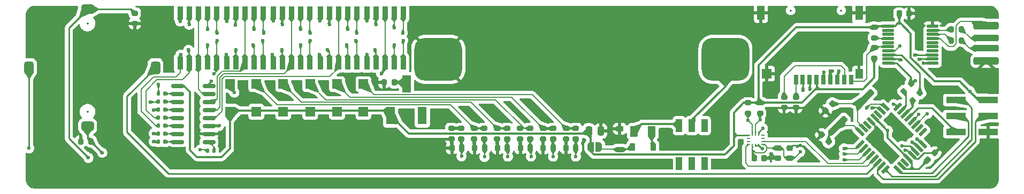
<source format=gbr>
%TF.GenerationSoftware,KiCad,Pcbnew,8.0.4*%
%TF.CreationDate,2024-11-23T17:51:10-05:00*%
%TF.ProjectId,Ruler_PowerCouple,52756c65-725f-4506-9f77-6572436f7570,rev?*%
%TF.SameCoordinates,Original*%
%TF.FileFunction,Copper,L1,Top*%
%TF.FilePolarity,Positive*%
%FSLAX46Y46*%
G04 Gerber Fmt 4.6, Leading zero omitted, Abs format (unit mm)*
G04 Created by KiCad (PCBNEW 8.0.4) date 2024-11-23 17:51:10*
%MOMM*%
%LPD*%
G01*
G04 APERTURE LIST*
G04 Aperture macros list*
%AMRoundRect*
0 Rectangle with rounded corners*
0 $1 Rounding radius*
0 $2 $3 $4 $5 $6 $7 $8 $9 X,Y pos of 4 corners*
0 Add a 4 corners polygon primitive as box body*
4,1,4,$2,$3,$4,$5,$6,$7,$8,$9,$2,$3,0*
0 Add four circle primitives for the rounded corners*
1,1,$1+$1,$2,$3*
1,1,$1+$1,$4,$5*
1,1,$1+$1,$6,$7*
1,1,$1+$1,$8,$9*
0 Add four rect primitives between the rounded corners*
20,1,$1+$1,$2,$3,$4,$5,0*
20,1,$1+$1,$4,$5,$6,$7,0*
20,1,$1+$1,$6,$7,$8,$9,0*
20,1,$1+$1,$8,$9,$2,$3,0*%
%AMRotRect*
0 Rectangle, with rotation*
0 The origin of the aperture is its center*
0 $1 length*
0 $2 width*
0 $3 Rotation angle, in degrees counterclockwise*
0 Add horizontal line*
21,1,$1,$2,0,0,$3*%
%AMFreePoly0*
4,1,19,0.500000,-0.750000,0.000000,-0.750000,0.000000,-0.744911,-0.071157,-0.744911,-0.207708,-0.704816,-0.327430,-0.627875,-0.420627,-0.520320,-0.479746,-0.390866,-0.500000,-0.250000,-0.500000,0.250000,-0.479746,0.390866,-0.420627,0.520320,-0.327430,0.627875,-0.207708,0.704816,-0.071157,0.744911,0.000000,0.744911,0.000000,0.750000,0.500000,0.750000,0.500000,-0.750000,0.500000,-0.750000,
$1*%
%AMFreePoly1*
4,1,19,0.000000,0.744911,0.071157,0.744911,0.207708,0.704816,0.327430,0.627875,0.420627,0.520320,0.479746,0.390866,0.500000,0.250000,0.500000,-0.250000,0.479746,-0.390866,0.420627,-0.520320,0.327430,-0.627875,0.207708,-0.704816,0.071157,-0.744911,0.000000,-0.744911,0.000000,-0.750000,-0.500000,-0.750000,-0.500000,0.750000,0.000000,0.750000,0.000000,0.744911,0.000000,0.744911,
$1*%
G04 Aperture macros list end*
%TA.AperFunction,SMDPad,CuDef*%
%ADD10RoundRect,0.200000X0.200000X0.275000X-0.200000X0.275000X-0.200000X-0.275000X0.200000X-0.275000X0*%
%TD*%
%TA.AperFunction,SMDPad,CuDef*%
%ADD11R,1.000000X2.000000*%
%TD*%
%TA.AperFunction,SMDPad,CuDef*%
%ADD12RoundRect,0.150000X-0.825000X-0.150000X0.825000X-0.150000X0.825000X0.150000X-0.825000X0.150000X0*%
%TD*%
%TA.AperFunction,SMDPad,CuDef*%
%ADD13R,1.500000X1.500000*%
%TD*%
%TA.AperFunction,SMDPad,CuDef*%
%ADD14RoundRect,0.250000X-0.936916X-1.290470X1.290470X0.936916X0.936916X1.290470X-1.290470X-0.936916X0*%
%TD*%
%TA.AperFunction,SMDPad,CuDef*%
%ADD15FreePoly0,180.000000*%
%TD*%
%TA.AperFunction,SMDPad,CuDef*%
%ADD16FreePoly1,180.000000*%
%TD*%
%TA.AperFunction,SMDPad,CuDef*%
%ADD17RoundRect,0.125000X-0.825000X-0.125000X0.825000X-0.125000X0.825000X0.125000X-0.825000X0.125000X0*%
%TD*%
%TA.AperFunction,SMDPad,CuDef*%
%ADD18RoundRect,0.135000X0.135000X0.185000X-0.135000X0.185000X-0.135000X-0.185000X0.135000X-0.185000X0*%
%TD*%
%TA.AperFunction,SMDPad,CuDef*%
%ADD19RoundRect,0.225000X0.017678X-0.335876X0.335876X-0.017678X-0.017678X0.335876X-0.335876X0.017678X0*%
%TD*%
%TA.AperFunction,SMDPad,CuDef*%
%ADD20RoundRect,0.200000X-0.275000X0.200000X-0.275000X-0.200000X0.275000X-0.200000X0.275000X0.200000X0*%
%TD*%
%TA.AperFunction,SMDPad,CuDef*%
%ADD21RoundRect,0.225000X-0.225000X-0.375000X0.225000X-0.375000X0.225000X0.375000X-0.225000X0.375000X0*%
%TD*%
%TA.AperFunction,SMDPad,CuDef*%
%ADD22RoundRect,0.200000X0.275000X-0.200000X0.275000X0.200000X-0.275000X0.200000X-0.275000X-0.200000X0*%
%TD*%
%TA.AperFunction,SMDPad,CuDef*%
%ADD23RoundRect,0.250000X-0.375000X-0.625000X0.375000X-0.625000X0.375000X0.625000X-0.375000X0.625000X0*%
%TD*%
%TA.AperFunction,SMDPad,CuDef*%
%ADD24RotRect,1.500000X0.550000X315.000000*%
%TD*%
%TA.AperFunction,SMDPad,CuDef*%
%ADD25RotRect,0.550000X1.500000X315.000000*%
%TD*%
%TA.AperFunction,SMDPad,CuDef*%
%ADD26R,0.475000X0.250000*%
%TD*%
%TA.AperFunction,SMDPad,CuDef*%
%ADD27R,0.250000X0.475000*%
%TD*%
%TA.AperFunction,SMDPad,CuDef*%
%ADD28RoundRect,0.225000X-0.225000X-0.250000X0.225000X-0.250000X0.225000X0.250000X-0.225000X0.250000X0*%
%TD*%
%TA.AperFunction,SMDPad,CuDef*%
%ADD29RoundRect,0.375000X-0.375000X0.625000X-0.375000X-0.625000X0.375000X-0.625000X0.375000X0.625000X0*%
%TD*%
%TA.AperFunction,SMDPad,CuDef*%
%ADD30RoundRect,0.375000X-0.625000X-0.375000X0.625000X-0.375000X0.625000X0.375000X-0.625000X0.375000X0*%
%TD*%
%TA.AperFunction,SMDPad,CuDef*%
%ADD31RoundRect,1.687500X2.087500X1.687500X-2.087500X1.687500X-2.087500X-1.687500X2.087500X-1.687500X0*%
%TD*%
%TA.AperFunction,SMDPad,CuDef*%
%ADD32RoundRect,0.225000X-0.335876X-0.017678X-0.017678X-0.335876X0.335876X0.017678X0.017678X0.335876X0*%
%TD*%
%TA.AperFunction,SMDPad,CuDef*%
%ADD33RoundRect,0.250000X-0.250000X-0.475000X0.250000X-0.475000X0.250000X0.475000X-0.250000X0.475000X0*%
%TD*%
%TA.AperFunction,SMDPad,CuDef*%
%ADD34RoundRect,0.225000X0.225000X0.250000X-0.225000X0.250000X-0.225000X-0.250000X0.225000X-0.250000X0*%
%TD*%
%TA.AperFunction,SMDPad,CuDef*%
%ADD35RoundRect,0.225000X0.375000X-0.225000X0.375000X0.225000X-0.375000X0.225000X-0.375000X-0.225000X0*%
%TD*%
%TA.AperFunction,SMDPad,CuDef*%
%ADD36RoundRect,0.200000X0.053033X-0.335876X0.335876X-0.053033X-0.053033X0.335876X-0.335876X0.053033X0*%
%TD*%
%TA.AperFunction,SMDPad,CuDef*%
%ADD37R,1.399540X2.799080*%
%TD*%
%TA.AperFunction,SMDPad,CuDef*%
%ADD38R,0.900000X2.000000*%
%TD*%
%TA.AperFunction,SMDPad,CuDef*%
%ADD39RoundRect,0.312500X1.687500X-0.312500X1.687500X0.312500X-1.687500X0.312500X-1.687500X-0.312500X0*%
%TD*%
%TA.AperFunction,SMDPad,CuDef*%
%ADD40RoundRect,0.275000X1.725000X-0.275000X1.725000X0.275000X-1.725000X0.275000X-1.725000X-0.275000X0*%
%TD*%
%TA.AperFunction,SMDPad,CuDef*%
%ADD41RoundRect,0.225000X-0.250000X0.225000X-0.250000X-0.225000X0.250000X-0.225000X0.250000X0.225000X0*%
%TD*%
%TA.AperFunction,SMDPad,CuDef*%
%ADD42R,3.150000X1.000000*%
%TD*%
%TA.AperFunction,SMDPad,CuDef*%
%ADD43RoundRect,0.200000X-0.053033X0.335876X-0.335876X0.053033X0.053033X-0.335876X0.335876X-0.053033X0*%
%TD*%
%TA.AperFunction,SMDPad,CuDef*%
%ADD44R,0.700000X1.600000*%
%TD*%
%TA.AperFunction,SMDPad,CuDef*%
%ADD45R,1.200000X1.500000*%
%TD*%
%TA.AperFunction,SMDPad,CuDef*%
%ADD46R,1.200000X2.200000*%
%TD*%
%TA.AperFunction,SMDPad,CuDef*%
%ADD47R,1.600000X1.500000*%
%TD*%
%TA.AperFunction,SMDPad,CuDef*%
%ADD48RoundRect,0.225000X0.250000X-0.225000X0.250000X0.225000X-0.250000X0.225000X-0.250000X-0.225000X0*%
%TD*%
%TA.AperFunction,ViaPad*%
%ADD49C,0.600000*%
%TD*%
%TA.AperFunction,Conductor*%
%ADD50C,0.200000*%
%TD*%
%TA.AperFunction,Conductor*%
%ADD51C,0.254000*%
%TD*%
%TA.AperFunction,Conductor*%
%ADD52C,0.300000*%
%TD*%
%ADD53C,0.300000*%
%ADD54C,0.350000*%
G04 APERTURE END LIST*
D10*
%TO.P,R17,1*%
%TO.N,MCU_A1*%
X80825000Y-102000000D03*
%TO.P,R17,2*%
%TO.N,GND*%
X79175000Y-102000000D03*
%TD*%
D11*
%TO.P,SW3,1,A*%
%TO.N,unconnected-(SW3-A-Pad1)*%
X177900000Y-99500000D03*
%TO.P,SW3,2,B*%
%TO.N,+BATT*%
X175900000Y-99500000D03*
%TO.P,SW3,3,C*%
%TO.N,Net-(F1-Pad1)*%
X173900000Y-99500000D03*
%TO.P,SW3,4,A*%
%TO.N,unconnected-(SW3-A-Pad4)*%
X173900000Y-105500000D03*
%TO.P,SW3,5,B*%
%TO.N,unconnected-(SW3-B-Pad5)*%
X175900000Y-105500000D03*
%TO.P,SW3,6,C*%
%TO.N,unconnected-(SW3-C-Pad6)*%
X177900000Y-105500000D03*
%TD*%
D12*
%TO.P,U1,1,VDD*%
%TO.N,3.3V*%
X94553000Y-93190000D03*
%TO.P,U1,2,SG1*%
%TO.N,Net-(U1-SG1)*%
X94553000Y-94460000D03*
%TO.P,U1,3,SG2*%
%TO.N,Net-(U1-SG2)*%
X94553000Y-95730000D03*
%TO.P,U1,4,SG3*%
%TO.N,Net-(U1-SG3)*%
X94553000Y-97000000D03*
%TO.P,U1,5,SG4*%
%TO.N,Net-(U1-SG4)*%
X94553000Y-98270000D03*
%TO.P,U1,6,SG5*%
%TO.N,Net-(U1-SG5)*%
X94553000Y-99540000D03*
%TO.P,U1,7,SG6*%
%TO.N,Net-(U1-SG6)*%
X94553000Y-100810000D03*
%TO.P,U1,8,SG7*%
%TO.N,Net-(U1-SG7)*%
X94553000Y-102080000D03*
%TO.P,U1,9,SG8/GR6*%
%TO.N,Net-(U1-SG8{slash}GR6)*%
X99503000Y-102080000D03*
%TO.P,U1,10,GND*%
%TO.N,GND*%
X99503000Y-100810000D03*
%TO.P,U1,11,GR5*%
%TO.N,/Display/GR5*%
X99503000Y-99540000D03*
%TO.P,U1,12,GR4*%
%TO.N,/Display/GR4*%
X99503000Y-98270000D03*
%TO.P,U1,13,GR3*%
%TO.N,/Display/GR3*%
X99503000Y-97000000D03*
%TO.P,U1,14,GR2*%
%TO.N,/Display/GR2*%
X99503000Y-95730000D03*
%TO.P,U1,15,GR1*%
%TO.N,/Display/GR1*%
X99503000Y-94460000D03*
%TO.P,U1,16,DATA*%
%TO.N,MCU_TX*%
X99503000Y-93190000D03*
%TD*%
D13*
%TO.P,SW8,1,A*%
%TO.N,3.3V*%
X106991000Y-97285000D03*
%TO.P,SW8,2,B*%
%TO.N,Net-(SW8-B)*%
X106991000Y-92915000D03*
%TD*%
D14*
%TO.P,Y1,1,1*%
%TO.N,Net-(U9-PB6)*%
X203242640Y-95257360D03*
%TO.P,Y1,2,2*%
%TO.N,Net-(U9-PB7)*%
X199000000Y-99500000D03*
%TD*%
D15*
%TO.P,JP1,1,A*%
%TO.N,Net-(D1-K)*%
X161197799Y-102842972D03*
D16*
%TO.P,JP1,2,B*%
%TO.N,3.3V*%
X159897801Y-102842972D03*
%TD*%
D17*
%TO.P,U8,1,VDD*%
%TO.N,3.3V*%
X207000000Y-83750000D03*
%TO.P,U8,2,OSC1*%
%TO.N,unconnected-(U8-OSC1-Pad2)*%
X207000000Y-84400000D03*
%TO.P,U8,3,OSC2*%
%TO.N,unconnected-(U8-OSC2-Pad3)*%
X207000000Y-85050000D03*
%TO.P,U8,4,~{RST}*%
%TO.N,Net-(U8-~{RST})*%
X207000000Y-85700000D03*
%TO.P,U8,5,GP0*%
%TO.N,unconnected-(U8-GP0-Pad5)*%
X207000000Y-86350000D03*
%TO.P,U8,6,GP1*%
%TO.N,SD_DETECT*%
X207000000Y-87000000D03*
%TO.P,U8,7,GP2*%
%TO.N,SW*%
X207000000Y-87650000D03*
%TO.P,U8,8,GP3*%
%TO.N,MCU_RX*%
X207000000Y-88300000D03*
%TO.P,U8,9,MOSI*%
%TO.N,SD_MOSI*%
X207000000Y-88950000D03*
%TO.P,U8,10,GP4*%
%TO.N,MCU_TX*%
X207000000Y-89600000D03*
%TO.P,U8,11,SCK*%
%TO.N,SD_SCK*%
X214000000Y-89600000D03*
%TO.P,U8,12,GP5*%
%TO.N,SD_CS*%
X214000000Y-88950000D03*
%TO.P,U8,13,MISO*%
%TO.N,SD_MISO*%
X214000000Y-88300000D03*
%TO.P,U8,14,GP6*%
%TO.N,unconnected-(U8-GP6-Pad14)*%
X214000000Y-87650000D03*
%TO.P,U8,15,GP7*%
%TO.N,unconnected-(U8-GP7-Pad15)*%
X214000000Y-87000000D03*
%TO.P,U8,16,GP8*%
%TO.N,unconnected-(U8-GP8-Pad16)*%
X214000000Y-86350000D03*
%TO.P,U8,17,VUSB*%
%TO.N,VUSB*%
X214000000Y-85700000D03*
%TO.P,U8,18,D-*%
%TO.N,Net-(U8-D-)*%
X214000000Y-85050000D03*
%TO.P,U8,19,D+*%
%TO.N,Net-(U8-D+)*%
X214000000Y-84400000D03*
%TO.P,U8,20,VSS*%
%TO.N,GND*%
X214000000Y-83750000D03*
%TD*%
D18*
%TO.P,R6,1*%
%TO.N,Net-(U1-SG6)*%
X92534999Y-100804165D03*
%TO.P,R6,2*%
%TO.N,/Display/SG_F*%
X91515001Y-100804165D03*
%TD*%
%TO.P,R3,1*%
%TO.N,Net-(U1-SG2)*%
X92534999Y-95720833D03*
%TO.P,R3,2*%
%TO.N,/Display/SG_B*%
X91515001Y-95720833D03*
%TD*%
%TO.P,R1,1*%
%TO.N,Net-(U1-SG3)*%
X92534999Y-96991666D03*
%TO.P,R1,2*%
%TO.N,/Display/SG_C*%
X91515001Y-96991666D03*
%TD*%
D19*
%TO.P,C2,1*%
%TO.N,GND*%
X197051992Y-97148008D03*
%TO.P,C2,2*%
%TO.N,Net-(U9-PB6)*%
X198148008Y-96051992D03*
%TD*%
D13*
%TO.P,SW6,1,A*%
%TO.N,3.3V*%
X115491000Y-97285000D03*
%TO.P,SW6,2,B*%
%TO.N,Net-(SW6-B)*%
X115491000Y-92915000D03*
%TD*%
D20*
%TO.P,R23,1*%
%TO.N,Net-(SW9-B)*%
X137844468Y-99930053D03*
%TO.P,R23,2*%
%TO.N,GND*%
X137844468Y-101580053D03*
%TD*%
D21*
%TO.P,D1,1,K*%
%TO.N,Net-(D1-K)*%
X166497801Y-102842972D03*
%TO.P,D1,2,A*%
%TO.N,Net-(D1-A)*%
X169797801Y-102842972D03*
%TD*%
D20*
%TO.P,R22,1*%
%TO.N,Net-(SW7-B)*%
X145078458Y-99934813D03*
%TO.P,R22,2*%
%TO.N,GND*%
X145078458Y-101584813D03*
%TD*%
D22*
%TO.P,R26,1*%
%TO.N,MCU_PD3*%
X153924923Y-101595417D03*
%TO.P,R26,2*%
%TO.N,Net-(SW5-B)*%
X153924923Y-99945417D03*
%TD*%
D23*
%TO.P,F1,1*%
%TO.N,Net-(F1-Pad1)*%
X166747802Y-100442972D03*
%TO.P,F1,2*%
%TO.N,Net-(D1-A)*%
X169547800Y-100442972D03*
%TD*%
D20*
%TO.P,R18,1*%
%TO.N,Net-(SW4-B)*%
X155970227Y-99928221D03*
%TO.P,R18,2*%
%TO.N,GND*%
X155970227Y-101578221D03*
%TD*%
D24*
%TO.P,U9,1,PD3*%
%TO.N,MCU_PD3*%
X206510051Y-96550253D03*
%TO.P,U9,2,PD4*%
%TO.N,MCU_PD4*%
X205944365Y-97115938D03*
%TO.P,U9,3,PE0*%
%TO.N,MCU_PE0*%
X205378680Y-97681623D03*
%TO.P,U9,4,VCC*%
%TO.N,3.3V*%
X204812994Y-98247309D03*
%TO.P,U9,5,GND*%
%TO.N,GND*%
X204247309Y-98812994D03*
%TO.P,U9,6,PE1*%
%TO.N,MCU_PE1*%
X203681623Y-99378680D03*
%TO.P,U9,7,PB6*%
%TO.N,Net-(U9-PB6)*%
X203115938Y-99944365D03*
%TO.P,U9,8,PB7*%
%TO.N,Net-(U9-PB7)*%
X202550253Y-100510051D03*
D25*
%TO.P,U9,9,PD5*%
%TO.N,MCU_PD5*%
X202550253Y-102489949D03*
%TO.P,U9,10,PD6*%
%TO.N,MCU_PD6*%
X203115938Y-103055635D03*
%TO.P,U9,11,PD7*%
%TO.N,MCU_PD7*%
X203681623Y-103621320D03*
%TO.P,U9,12,PB0*%
%TO.N,ACC_D2*%
X204247309Y-104187006D03*
%TO.P,U9,13,PB1*%
%TO.N,ACC_D1*%
X204812994Y-104752691D03*
%TO.P,U9,14,PB2*%
%TO.N,MCU_PB2*%
X205378680Y-105318377D03*
%TO.P,U9,15,PB3*%
%TO.N,MCU_MOSI*%
X205944365Y-105884062D03*
%TO.P,U9,16,PB4*%
%TO.N,MCU_MISO*%
X206510051Y-106449747D03*
D24*
%TO.P,U9,17,PB5*%
%TO.N,MCU_SCK*%
X208489949Y-106449747D03*
%TO.P,U9,18,AVCC*%
%TO.N,3.3V*%
X209055635Y-105884062D03*
%TO.P,U9,19,PE2*%
%TO.N,MCU_PE2*%
X209621320Y-105318377D03*
%TO.P,U9,20,AREF*%
%TO.N,3.3V*%
X210187006Y-104752691D03*
%TO.P,U9,21,GND*%
%TO.N,GND*%
X210752691Y-104187006D03*
%TO.P,U9,22,PE3*%
%TO.N,MCU_PE3*%
X211318377Y-103621320D03*
%TO.P,U9,23,PC0*%
%TO.N,MCU_A0*%
X211884062Y-103055635D03*
%TO.P,U9,24,PC1*%
%TO.N,MCU_A1*%
X212449747Y-102489949D03*
D25*
%TO.P,U9,25,PC2*%
%TO.N,MCU_A2*%
X212449747Y-100510051D03*
%TO.P,U9,26,PC3*%
%TO.N,MCU_A3*%
X211884062Y-99944365D03*
%TO.P,U9,27,PC4*%
%TO.N,ACC_SDA*%
X211318377Y-99378680D03*
%TO.P,U9,28,PC5*%
%TO.N,ACC_SCL*%
X210752691Y-98812994D03*
%TO.P,U9,29,PC6*%
%TO.N,MCU_RST*%
X210187006Y-98247309D03*
%TO.P,U9,30,PD0*%
%TO.N,Net-(U9-PD0)*%
X209621320Y-97681623D03*
%TO.P,U9,31,PD1*%
%TO.N,Net-(U9-PD1)*%
X209055635Y-97115938D03*
%TO.P,U9,32,PD2*%
%TO.N,MCU_PD2*%
X208489949Y-96550253D03*
%TD*%
D26*
%TO.P,U11,1,AP_DO*%
%TO.N,3.3V*%
X184837500Y-101000000D03*
%TO.P,U11,2,RESV*%
%TO.N,unconnected-(U11-RESV-Pad2)*%
X184837500Y-101500000D03*
%TO.P,U11,3,RESV*%
%TO.N,unconnected-(U11-RESV-Pad3)*%
X184837500Y-102000000D03*
%TO.P,U11,4,INT1*%
%TO.N,ACC_D1*%
X184837500Y-102500000D03*
D27*
%TO.P,U11,5,VDDIO*%
%TO.N,3.3V*%
X185500000Y-102662500D03*
%TO.P,U11,6,GND*%
%TO.N,GND*%
X186000000Y-102662500D03*
%TO.P,U11,7,FSYNC*%
X186500000Y-102662500D03*
D26*
%TO.P,U11,8,VDD*%
%TO.N,3.3V*%
X187162500Y-102500000D03*
%TO.P,U11,9,INT2*%
%TO.N,ACC_D2*%
X187162500Y-102000000D03*
%TO.P,U11,10,RESV*%
%TO.N,unconnected-(U11-RESV-Pad10)*%
X187162500Y-101500000D03*
%TO.P,U11,11,RESV*%
%TO.N,unconnected-(U11-RESV-Pad11)*%
X187162500Y-101000000D03*
D27*
%TO.P,U11,12,AP_CS*%
%TO.N,3.3V*%
X186500000Y-100837500D03*
%TO.P,U11,13,AP_SCLK*%
%TO.N,ACC_SCL*%
X186000000Y-100837500D03*
%TO.P,U11,14,AP_SDI*%
%TO.N,ACC_SDA*%
X185500000Y-100837500D03*
%TD*%
D13*
%TO.P,SW4,1,A*%
%TO.N,3.3V*%
X123932000Y-97285000D03*
%TO.P,SW4,2,B*%
%TO.N,Net-(SW4-B)*%
X123932000Y-92915000D03*
%TD*%
D28*
%TO.P,C4,1*%
%TO.N,3.3V*%
X185775000Y-104650000D03*
%TO.P,C4,2*%
%TO.N,GND*%
X187325000Y-104650000D03*
%TD*%
D13*
%TO.P,SW5,1,A*%
%TO.N,3.3V*%
X119741000Y-97285000D03*
%TO.P,SW5,2,B*%
%TO.N,Net-(SW5-B)*%
X119741000Y-92915000D03*
%TD*%
D18*
%TO.P,R7,1*%
%TO.N,Net-(U1-SG7)*%
X92534999Y-102075000D03*
%TO.P,R7,2*%
%TO.N,/Display/SG_G*%
X91515001Y-102075000D03*
%TD*%
D29*
%TO.P,U10,1*%
%TO.N,MCU_PB2*%
X91026000Y-90311999D03*
%TO.P,U10,2*%
%TO.N,MCU_PE3*%
X71026000Y-90311999D03*
D30*
%TO.P,U10,3*%
%TO.N,MCU_A0*%
X80276000Y-81061999D03*
%TO.P,U10,4*%
%TO.N,MCU_A1*%
X80276000Y-99561999D03*
%TD*%
D10*
%TO.P,R10,1*%
%TO.N,Net-(U7-D-)*%
X218575000Y-86000000D03*
%TO.P,R10,2*%
%TO.N,Net-(U8-D-)*%
X216925000Y-86000000D03*
%TD*%
D20*
%TO.P,R20,1*%
%TO.N,Net-(SW6-B)*%
X148703156Y-99932616D03*
%TO.P,R20,2*%
%TO.N,GND*%
X148703156Y-101582616D03*
%TD*%
%TO.P,R19,1*%
%TO.N,Net-(SW5-B)*%
X152324922Y-99935419D03*
%TO.P,R19,2*%
%TO.N,GND*%
X152324922Y-101585419D03*
%TD*%
D28*
%TO.P,C16,1*%
%TO.N,3.3V*%
X208725000Y-81750000D03*
%TO.P,C16,2*%
%TO.N,GND*%
X210275000Y-81750000D03*
%TD*%
D13*
%TO.P,SW7,1,A*%
%TO.N,3.3V*%
X111241000Y-97285000D03*
%TO.P,SW7,2,B*%
%TO.N,Net-(SW7-B)*%
X111241000Y-92915000D03*
%TD*%
D20*
%TO.P,R16,1*%
%TO.N,MCU_A0*%
X87750000Y-81675000D03*
%TO.P,R16,2*%
%TO.N,GND*%
X87750000Y-83325000D03*
%TD*%
D31*
%TO.P,BT1,1,+*%
%TO.N,+BATT*%
X181225001Y-89000000D03*
%TO.P,BT1,2,-*%
%TO.N,GND*%
X135774999Y-89000000D03*
%TD*%
D18*
%TO.P,R5,1*%
%TO.N,Net-(U1-SG5)*%
X92534999Y-99533332D03*
%TO.P,R5,2*%
%TO.N,/Display/SG_E*%
X91515001Y-99533332D03*
%TD*%
D32*
%TO.P,C3,1*%
%TO.N,GND*%
X196451992Y-100951992D03*
%TO.P,C3,2*%
%TO.N,Net-(U9-PB7)*%
X197548008Y-102048008D03*
%TD*%
D33*
%TO.P,C1,1*%
%TO.N,3.3V*%
X159597801Y-100337970D03*
%TO.P,C1,2*%
%TO.N,GND*%
X161497799Y-100337970D03*
%TD*%
D34*
%TO.P,C7,1*%
%TO.N,MCU_PD2*%
X157552727Y-103058399D03*
%TO.P,C7,2*%
%TO.N,GND*%
X156002727Y-103058399D03*
%TD*%
%TO.P,C10,1*%
%TO.N,MCU_PD5*%
X146718459Y-103059813D03*
%TO.P,C10,2*%
%TO.N,GND*%
X145168459Y-103059813D03*
%TD*%
D35*
%TO.P,D2,1,K*%
%TO.N,Net-(D1-K)*%
X164497800Y-103282974D03*
%TO.P,D2,2,A*%
%TO.N,GND*%
X164497800Y-99982974D03*
%TD*%
D22*
%TO.P,R11,1*%
%TO.N,Net-(U8-~{RST})*%
X204750000Y-85575000D03*
%TO.P,R11,2*%
%TO.N,3.3V*%
X204750000Y-83925000D03*
%TD*%
D36*
%TO.P,R13,1*%
%TO.N,Net-(U9-PD0)*%
X210833274Y-95497577D03*
%TO.P,R13,2*%
%TO.N,MCU_RX*%
X212000000Y-94330851D03*
%TD*%
D37*
%TO.P,SW2,1,A*%
%TO.N,3.3V*%
X128250000Y-97900000D03*
%TO.P,SW2,2,B*%
%TO.N,SW*%
X130750000Y-92900000D03*
%TO.P,SW2,3*%
%TO.N,N/C*%
X133250000Y-97900000D03*
%TD*%
D20*
%TO.P,R14,1*%
%TO.N,3.3V*%
X184800000Y-95875000D03*
%TO.P,R14,2*%
%TO.N,ACC_SDA*%
X184800000Y-97525000D03*
%TD*%
D38*
%TO.P,U4,1,E*%
%TO.N,/Display/SG_E*%
X109642000Y-89598000D03*
%TO.P,U4,2,D*%
%TO.N,/Display/SG_D*%
X111082000Y-89598000D03*
%TO.P,U4,3,CA*%
%TO.N,/Display/GR3*%
X112522000Y-89598000D03*
%TO.P,U4,4,C*%
%TO.N,/Display/SG_C*%
X113962000Y-89598000D03*
%TO.P,U4,5,DP*%
%TO.N,/Display/SG_DP*%
X115402000Y-89598000D03*
%TO.P,U4,6,B*%
%TO.N,/Display/SG_B*%
X115402000Y-81598000D03*
%TO.P,U4,7,A*%
%TO.N,/Display/SG_A*%
X113962000Y-81598000D03*
%TO.P,U4,8,CA*%
%TO.N,/Display/GR3*%
X112522000Y-81598000D03*
%TO.P,U4,9,F*%
%TO.N,/Display/SG_F*%
X111082000Y-81598000D03*
%TO.P,U4,10,G*%
%TO.N,/Display/SG_G*%
X109642000Y-81598000D03*
%TD*%
D22*
%TO.P,R30,1*%
%TO.N,MCU_PD7*%
X139426969Y-101580053D03*
%TO.P,R30,2*%
%TO.N,Net-(SW9-B)*%
X139426969Y-99930053D03*
%TD*%
%TO.P,R38,1*%
%TO.N,3.3V*%
X204750000Y-88825000D03*
%TO.P,R38,2*%
%TO.N,SD_DETECT*%
X204750000Y-87175000D03*
%TD*%
D13*
%TO.P,SW9,1,A*%
%TO.N,3.3V*%
X102800000Y-97285000D03*
%TO.P,SW9,2,B*%
%TO.N,Net-(SW9-B)*%
X102800000Y-92915000D03*
%TD*%
D39*
%TO.P,U7,1,VCC*%
%TO.N,VUSB*%
X222500000Y-83650000D03*
D40*
%TO.P,U7,2,D+*%
%TO.N,Net-(U7-D+)*%
X222500000Y-85650000D03*
%TO.P,U7,3,D-*%
%TO.N,Net-(U7-D-)*%
X222500000Y-87250000D03*
D39*
%TO.P,U7,4,GND*%
%TO.N,GND*%
X222500000Y-89250000D03*
%TD*%
D10*
%TO.P,R9,1*%
%TO.N,Net-(U7-D+)*%
X218575000Y-84250000D03*
%TO.P,R9,2*%
%TO.N,Net-(U8-D+)*%
X216925000Y-84250000D03*
%TD*%
%TO.P,R21,1*%
%TO.N,SW*%
X128825000Y-92650000D03*
%TO.P,R21,2*%
%TO.N,GND*%
X127175000Y-92650000D03*
%TD*%
D41*
%TO.P,C5,1*%
%TO.N,3.3V*%
X189550000Y-103075000D03*
%TO.P,C5,2*%
%TO.N,GND*%
X189550000Y-104625000D03*
%TD*%
D18*
%TO.P,R4,1*%
%TO.N,Net-(U1-SG4)*%
X92534999Y-98262499D03*
%TO.P,R4,2*%
%TO.N,/Display/SG_D*%
X91515001Y-98262499D03*
%TD*%
D42*
%TO.P,J1,1,MISO*%
%TO.N,MCU_MISO*%
X217725000Y-95460000D03*
%TO.P,J1,2,VCC*%
%TO.N,3.3V*%
X222775000Y-95460000D03*
%TO.P,J1,3,SCK*%
%TO.N,MCU_SCK*%
X217725000Y-98000000D03*
%TO.P,J1,4,MOSI*%
%TO.N,MCU_MOSI*%
X222775000Y-98000000D03*
%TO.P,J1,5,~{RST}*%
%TO.N,MCU_RST*%
X217725000Y-100540000D03*
%TO.P,J1,6,GND*%
%TO.N,GND*%
X222775000Y-100540000D03*
%TD*%
D20*
%TO.P,R40,1*%
%TO.N,Net-(J2-DAT1)*%
X190500000Y-94975000D03*
%TO.P,R40,2*%
%TO.N,GND*%
X190500000Y-96625000D03*
%TD*%
D22*
%TO.P,R25,1*%
%TO.N,MCU_PD2*%
X157552726Y-101583399D03*
%TO.P,R25,2*%
%TO.N,Net-(SW4-B)*%
X157552726Y-99933399D03*
%TD*%
D34*
%TO.P,C12,1*%
%TO.N,MCU_PD7*%
X139476969Y-103055052D03*
%TO.P,C12,2*%
%TO.N,GND*%
X137926969Y-103055052D03*
%TD*%
%TO.P,C8,1*%
%TO.N,MCU_PD3*%
X153936387Y-103060419D03*
%TO.P,C8,2*%
%TO.N,GND*%
X152386387Y-103060419D03*
%TD*%
%TO.P,C11,1*%
%TO.N,MCU_PD6*%
X143104343Y-103060179D03*
%TO.P,C11,2*%
%TO.N,GND*%
X141554343Y-103060179D03*
%TD*%
D22*
%TO.P,R27,1*%
%TO.N,MCU_PD4*%
X150303156Y-101582616D03*
%TO.P,R27,2*%
%TO.N,Net-(SW6-B)*%
X150303156Y-99932616D03*
%TD*%
%TO.P,R28,1*%
%TO.N,MCU_PD5*%
X146693460Y-101584813D03*
%TO.P,R28,2*%
%TO.N,Net-(SW7-B)*%
X146693460Y-99934813D03*
%TD*%
D18*
%TO.P,R2,1*%
%TO.N,Net-(U1-SG1)*%
X92534999Y-94450000D03*
%TO.P,R2,2*%
%TO.N,/Display/SG_A*%
X91515001Y-94450000D03*
%TD*%
D20*
%TO.P,R39,1*%
%TO.N,Net-(J2-DAT2)*%
X192400000Y-94975000D03*
%TO.P,R39,2*%
%TO.N,GND*%
X192400000Y-96625000D03*
%TD*%
D43*
%TO.P,R12,1*%
%TO.N,MCU_TX*%
X210585787Y-92916637D03*
%TO.P,R12,2*%
%TO.N,Net-(U9-PD1)*%
X209419061Y-94083363D03*
%TD*%
D44*
%TO.P,J2,1,DAT2*%
%TO.N,Net-(J2-DAT2)*%
X192360000Y-92250000D03*
%TO.P,J2,2,CD/DAT3*%
%TO.N,SD_CS*%
X193450000Y-92250000D03*
%TO.P,J2,3,CMD*%
%TO.N,SD_MOSI*%
X194550000Y-92250000D03*
%TO.P,J2,4,VDD*%
%TO.N,3.3V*%
X195650000Y-92250000D03*
%TO.P,J2,5,CLK*%
%TO.N,SD_SCK*%
X196750000Y-92250000D03*
%TO.P,J2,6,VSS*%
%TO.N,GND*%
X197850000Y-92250000D03*
%TO.P,J2,7,DAT0*%
%TO.N,SD_MISO*%
X198950000Y-92250000D03*
%TO.P,J2,8,DAT1*%
%TO.N,Net-(J2-DAT1)*%
X200050000Y-92250000D03*
%TO.P,J2,9,CD*%
%TO.N,SD_DETECT*%
X201150000Y-92250000D03*
D45*
%TO.P,J2,10,SHIELD*%
%TO.N,GND*%
X202350000Y-91250000D03*
D46*
%TO.P,J2,11,SHIELD*%
X202350000Y-81650000D03*
%TO.P,J2,12,SHIELD*%
X186850000Y-81650000D03*
D47*
%TO.P,J2,13,SHIELD*%
X187750000Y-91250000D03*
%TD*%
D38*
%TO.P,U2,1,E*%
%TO.N,/Display/SG_E*%
X94910000Y-89598000D03*
%TO.P,U2,2,D*%
%TO.N,/Display/SG_D*%
X96350000Y-89598000D03*
%TO.P,U2,3,CA*%
%TO.N,/Display/GR1*%
X97790000Y-89598000D03*
%TO.P,U2,4,C*%
%TO.N,/Display/SG_C*%
X99230000Y-89598000D03*
%TO.P,U2,5,DP*%
%TO.N,/Display/SG_DP*%
X100670000Y-89598000D03*
%TO.P,U2,6,B*%
%TO.N,/Display/SG_B*%
X100670000Y-81598000D03*
%TO.P,U2,7,A*%
%TO.N,/Display/SG_A*%
X99230000Y-81598000D03*
%TO.P,U2,8,CA*%
%TO.N,/Display/GR1*%
X97790000Y-81598000D03*
%TO.P,U2,9,F*%
%TO.N,/Display/SG_F*%
X96350000Y-81598000D03*
%TO.P,U2,10,G*%
%TO.N,/Display/SG_G*%
X94910000Y-81598000D03*
%TD*%
D19*
%TO.P,C15,1*%
%TO.N,3.3V*%
X213231992Y-104918008D03*
%TO.P,C15,2*%
%TO.N,GND*%
X214328008Y-103821992D03*
%TD*%
D20*
%TO.P,R15,1*%
%TO.N,3.3V*%
X186700000Y-95875000D03*
%TO.P,R15,2*%
%TO.N,ACC_SCL*%
X186700000Y-97525000D03*
%TD*%
D38*
%TO.P,U3,1,E*%
%TO.N,/Display/SG_E*%
X102276000Y-89598000D03*
%TO.P,U3,2,D*%
%TO.N,/Display/SG_D*%
X103716000Y-89598000D03*
%TO.P,U3,3,CA*%
%TO.N,/Display/GR2*%
X105156000Y-89598000D03*
%TO.P,U3,4,C*%
%TO.N,/Display/SG_C*%
X106596000Y-89598000D03*
%TO.P,U3,5,DP*%
%TO.N,/Display/SG_DP*%
X108036000Y-89598000D03*
%TO.P,U3,6,B*%
%TO.N,/Display/SG_B*%
X108036000Y-81598000D03*
%TO.P,U3,7,A*%
%TO.N,/Display/SG_A*%
X106596000Y-81598000D03*
%TO.P,U3,8,CA*%
%TO.N,/Display/GR2*%
X105156000Y-81598000D03*
%TO.P,U3,9,F*%
%TO.N,/Display/SG_F*%
X103716000Y-81598000D03*
%TO.P,U3,10,G*%
%TO.N,/Display/SG_G*%
X102276000Y-81598000D03*
%TD*%
%TO.P,U5,1,E*%
%TO.N,/Display/SG_E*%
X117094000Y-89598000D03*
%TO.P,U5,2,D*%
%TO.N,/Display/SG_D*%
X118534000Y-89598000D03*
%TO.P,U5,3,CA*%
%TO.N,/Display/GR4*%
X119974000Y-89598000D03*
%TO.P,U5,4,C*%
%TO.N,/Display/SG_C*%
X121414000Y-89598000D03*
%TO.P,U5,5,DP*%
%TO.N,/Display/SG_DP*%
X122854000Y-89598000D03*
%TO.P,U5,6,B*%
%TO.N,/Display/SG_B*%
X122854000Y-81598000D03*
%TO.P,U5,7,A*%
%TO.N,/Display/SG_A*%
X121414000Y-81598000D03*
%TO.P,U5,8,CA*%
%TO.N,/Display/GR4*%
X119974000Y-81598000D03*
%TO.P,U5,9,F*%
%TO.N,/Display/SG_F*%
X118534000Y-81598000D03*
%TO.P,U5,10,G*%
%TO.N,/Display/SG_G*%
X117094000Y-81598000D03*
%TD*%
D18*
%TO.P,R8,1*%
%TO.N,Net-(U1-SG8{slash}GR6)*%
X100309999Y-103500000D03*
%TO.P,R8,2*%
%TO.N,/Display/SG_DP*%
X99290001Y-103500000D03*
%TD*%
D34*
%TO.P,C9,1*%
%TO.N,MCU_PD4*%
X150328156Y-103057616D03*
%TO.P,C9,2*%
%TO.N,GND*%
X148778156Y-103057616D03*
%TD*%
D38*
%TO.P,U6,1,E*%
%TO.N,/Display/SG_E*%
X124460000Y-89598000D03*
%TO.P,U6,2,D*%
%TO.N,/Display/SG_D*%
X125900000Y-89598000D03*
%TO.P,U6,3,CA*%
%TO.N,/Display/GR5*%
X127340000Y-89598000D03*
%TO.P,U6,4,C*%
%TO.N,/Display/SG_C*%
X128780000Y-89598000D03*
%TO.P,U6,5,DP*%
%TO.N,/Display/SG_DP*%
X130220000Y-89598000D03*
%TO.P,U6,6,B*%
%TO.N,/Display/SG_B*%
X130220000Y-81598000D03*
%TO.P,U6,7,A*%
%TO.N,/Display/SG_A*%
X128780000Y-81598000D03*
%TO.P,U6,8,CA*%
%TO.N,/Display/GR5*%
X127340000Y-81598000D03*
%TO.P,U6,9,F*%
%TO.N,/Display/SG_F*%
X125900000Y-81598000D03*
%TO.P,U6,10,G*%
%TO.N,/Display/SG_G*%
X124460000Y-81598000D03*
%TD*%
D22*
%TO.P,R29,1*%
%TO.N,MCU_PD6*%
X143054343Y-101585179D03*
%TO.P,R29,2*%
%TO.N,Net-(SW8-B)*%
X143054343Y-99935179D03*
%TD*%
D48*
%TO.P,C6,1*%
%TO.N,3.3V*%
X191400000Y-104625000D03*
%TO.P,C6,2*%
%TO.N,GND*%
X191400000Y-103075000D03*
%TD*%
D20*
%TO.P,R24,1*%
%TO.N,Net-(SW8-B)*%
X141436843Y-99935179D03*
%TO.P,R24,2*%
%TO.N,GND*%
X141436843Y-101585179D03*
%TD*%
D49*
%TO.N,GND*%
X148950000Y-104400000D03*
X214600000Y-95250000D03*
X135250000Y-98800000D03*
X198150000Y-90900000D03*
X135700000Y-93600000D03*
X138650000Y-98750000D03*
X214500000Y-99600000D03*
X206650000Y-103600000D03*
X141900000Y-104400000D03*
X126000000Y-92650000D03*
X152475000Y-104400000D03*
X153150000Y-98750000D03*
X201350000Y-101600000D03*
X187087310Y-103169160D03*
X164497800Y-101632974D03*
X84770437Y-83050744D03*
X113300000Y-92950000D03*
X104875000Y-92950000D03*
X188700000Y-101050000D03*
X88100000Y-106050000D03*
X220250000Y-105750000D03*
X215200000Y-103000000D03*
X217200000Y-89300000D03*
X149500000Y-98750000D03*
X74300000Y-90700000D03*
X78275000Y-100625000D03*
X98000000Y-100800000D03*
X193100000Y-102600000D03*
X145425000Y-104400000D03*
X193100000Y-100800000D03*
X109025000Y-92950000D03*
X156000000Y-104400000D03*
X117550000Y-92950000D03*
X102700000Y-95100000D03*
X91600000Y-85600000D03*
X101150000Y-100775000D03*
X80850000Y-103625000D03*
X84200000Y-90700000D03*
X189100000Y-83450000D03*
X96700000Y-106050000D03*
X145850000Y-98800000D03*
X175900000Y-102500000D03*
X142250000Y-98800000D03*
X217300000Y-81600000D03*
X207750000Y-99400000D03*
X183250000Y-103550000D03*
X188475000Y-103950000D03*
X209700000Y-103350000D03*
X204400000Y-101100000D03*
X121700000Y-92950000D03*
X107900000Y-106000000D03*
X132550000Y-81550000D03*
X76400000Y-106050000D03*
X132540000Y-104580000D03*
X92300000Y-81200000D03*
X205850000Y-90550000D03*
X73600000Y-82600000D03*
X189750000Y-89550000D03*
%TO.N,3.3V*%
X206900000Y-100250000D03*
X182700000Y-101000000D03*
X193050000Y-103650000D03*
X187150000Y-99900000D03*
X219950000Y-94050000D03*
%TO.N,MCU_PD2*%
X207850000Y-96100000D03*
X157550000Y-104400000D03*
%TO.N,MCU_PD3*%
X203551473Y-96700000D03*
X153950000Y-104400000D03*
%TO.N,MCU_PD4*%
X204443161Y-96700000D03*
X150450000Y-104400000D03*
%TO.N,MCU_PD5*%
X200000000Y-103100000D03*
X146800000Y-104400000D03*
%TO.N,MCU_PD6*%
X200000000Y-104000000D03*
X143104343Y-104445657D03*
%TO.N,MCU_PD7*%
X139450000Y-104350000D03*
X200000000Y-104900000D03*
%TO.N,/Display/SG_C*%
X128780000Y-86750000D03*
X90750000Y-97000000D03*
X121250000Y-86750000D03*
X99250000Y-86750000D03*
X106500000Y-86750000D03*
X114000000Y-86750000D03*
%TO.N,/Display/SG_A*%
X128780000Y-84000000D03*
X99250000Y-84250000D03*
X106596000Y-84250000D03*
X121414000Y-84250000D03*
X113962000Y-84250000D03*
X91500000Y-93000000D03*
%TO.N,/Display/SG_B*%
X130150000Y-84850000D03*
X115500000Y-84850000D03*
X122850000Y-84850000D03*
X100770000Y-84850000D03*
X108172000Y-84850000D03*
X90250000Y-95750000D03*
%TO.N,/Display/SG_D*%
X111000000Y-87500000D03*
X125750000Y-87500000D03*
X118250000Y-87500000D03*
X103716000Y-87500000D03*
X96250000Y-87500000D03*
%TO.N,/Display/SG_E*%
X102250000Y-88250000D03*
X95000000Y-88250000D03*
X117000000Y-88250000D03*
X124500000Y-88250000D03*
X109500000Y-88250000D03*
%TO.N,/Display/SG_F*%
X96350000Y-83500000D03*
X125900000Y-83500000D03*
X90750000Y-100750000D03*
X103650000Y-83550000D03*
X118534000Y-83500000D03*
X111082000Y-83500000D03*
%TO.N,/Display/SG_G*%
X102276000Y-83000000D03*
X94925000Y-83000000D03*
X117075000Y-82900000D03*
X124465664Y-82885957D03*
X90750000Y-102000000D03*
X109642000Y-82900000D03*
%TO.N,/Display/SG_DP*%
X130220000Y-86000000D03*
X98100000Y-103300000D03*
X122750000Y-86000000D03*
X100250000Y-91250000D03*
X108000000Y-86000000D03*
X100750000Y-86000000D03*
X115500000Y-86000000D03*
%TO.N,MCU_TX*%
X99850000Y-92450000D03*
X211300000Y-92350000D03*
%TO.N,ACC_SDA*%
X213150000Y-97650000D03*
X184750000Y-98650000D03*
%TO.N,ACC_SCL*%
X186700000Y-98600000D03*
X211800000Y-97750000D03*
%TO.N,MCU_A0*%
X80400000Y-104600000D03*
X210750000Y-102150000D03*
%TO.N,MCU_A1*%
X211500000Y-101600000D03*
X82600000Y-103800000D03*
%TO.N,MCU_PE3*%
X209150000Y-102700000D03*
X71026000Y-103076000D03*
%TO.N,/Display/GR5*%
X126750000Y-91250000D03*
X101120000Y-99520000D03*
%TO.N,SW*%
X129600000Y-92650000D03*
X208850000Y-86850000D03*
%TO.N,SD_CS*%
X193500000Y-93900000D03*
X211900000Y-89000000D03*
%TO.N,SD_MOSI*%
X194600000Y-93700000D03*
X209000000Y-89100000D03*
%TO.N,SD_MISO*%
X199200000Y-90900000D03*
X211200000Y-88300000D03*
%TO.N,SD_SCK*%
X212527000Y-89577000D03*
X196800000Y-91000000D03*
%TO.N,Net-(SW9-B)*%
X103500000Y-94250000D03*
X138650000Y-99950000D03*
%TD*%
D50*
%TO.N,GND*%
X152324922Y-101585419D02*
X152324922Y-102998954D01*
D51*
X204247309Y-98812994D02*
X204845093Y-99410778D01*
D50*
X137844468Y-102972551D02*
X137926969Y-103055052D01*
D51*
X99538000Y-100775000D02*
X99503000Y-100810000D01*
X98000000Y-100800000D02*
X100475000Y-100800000D01*
X187006660Y-103169160D02*
X186500000Y-102662500D01*
X204845093Y-100654907D02*
X204400000Y-101100000D01*
X186500000Y-102662500D02*
X186000000Y-102662500D01*
X204845093Y-99410778D02*
X204845093Y-100654907D01*
D50*
X148703156Y-101582616D02*
X148703156Y-102982616D01*
D51*
X209915685Y-103350000D02*
X210752691Y-104187006D01*
D50*
X155970227Y-101578221D02*
X155970227Y-103025899D01*
D51*
X189150000Y-104625000D02*
X188475000Y-103950000D01*
X187775000Y-104650000D02*
X188475000Y-103950000D01*
D50*
X145078458Y-102969812D02*
X145168459Y-103059813D01*
D51*
X209700000Y-103350000D02*
X209915685Y-103350000D01*
X211682805Y-104780000D02*
X211345685Y-104780000D01*
X210752691Y-104187006D02*
X211345685Y-104780000D01*
D50*
X145078458Y-101584813D02*
X145078458Y-102969812D01*
D51*
X191875000Y-102600000D02*
X191400000Y-103075000D01*
X100500000Y-100775000D02*
X99538000Y-100775000D01*
X101150000Y-100775000D02*
X100500000Y-100775000D01*
D50*
X148703156Y-102982616D02*
X148778156Y-103057616D01*
X141436843Y-101585179D02*
X141436843Y-102942679D01*
X137844468Y-101580053D02*
X137844468Y-102972551D01*
D51*
X187325000Y-104650000D02*
X187775000Y-104650000D01*
X193100000Y-102600000D02*
X191875000Y-102600000D01*
X212640813Y-103821992D02*
X211682805Y-104780000D01*
X189550000Y-104625000D02*
X189150000Y-104625000D01*
D50*
X141436843Y-102942679D02*
X141554343Y-103060179D01*
X152324922Y-102998954D02*
X152386387Y-103060419D01*
D51*
X100475000Y-100800000D02*
X100500000Y-100775000D01*
D50*
X155970227Y-103025899D02*
X156002727Y-103058399D01*
D51*
X214328008Y-103821992D02*
X212640813Y-103821992D01*
X187087310Y-103169160D02*
X187006660Y-103169160D01*
D52*
%TO.N,3.3V*%
X128250000Y-97900000D02*
X131100000Y-100750000D01*
X206900000Y-100250000D02*
X206900000Y-101469239D01*
X195519238Y-93700000D02*
X195284619Y-93934619D01*
X219950000Y-94050000D02*
X219950000Y-94150000D01*
D50*
X190725000Y-104625000D02*
X191400000Y-104625000D01*
X193150000Y-103650000D02*
X193100000Y-103700000D01*
X187737500Y-102812500D02*
X187425000Y-102500000D01*
D51*
X209055635Y-105884062D02*
X209541734Y-106370161D01*
D52*
X208725000Y-83075000D02*
X208550000Y-83250000D01*
D51*
X209541734Y-106370161D02*
X211100000Y-106370161D01*
X210187006Y-104752691D02*
X210673105Y-105238790D01*
D52*
X186450000Y-89915368D02*
X192440368Y-83925000D01*
X208437500Y-83362500D02*
X208400000Y-83400000D01*
X94553000Y-93190000D02*
X95527999Y-93190000D01*
D51*
X182950000Y-101000000D02*
X182550000Y-101400000D01*
D52*
X219850000Y-94050000D02*
X218300000Y-92500000D01*
X193344239Y-95875000D02*
X195284619Y-93934619D01*
D50*
X185800000Y-103600000D02*
X185981850Y-103781850D01*
D52*
X159897801Y-100637970D02*
X159597801Y-100337970D01*
D50*
X185981850Y-103781850D02*
X187323149Y-103781850D01*
D51*
X210300000Y-106370161D02*
X210685080Y-105985081D01*
D52*
X182550000Y-101400000D02*
X182550000Y-101000000D01*
X209012500Y-83362500D02*
X208437500Y-83362500D01*
D51*
X184837500Y-101000000D02*
X182950000Y-101000000D01*
D52*
X195694999Y-93300000D02*
X195700000Y-93300000D01*
D50*
X187425000Y-102500000D02*
X187162500Y-102500000D01*
D52*
X182550000Y-102700000D02*
X182550000Y-101400000D01*
D51*
X187150000Y-99900000D02*
X186500000Y-100550000D01*
D52*
X97600000Y-104475000D02*
X101500000Y-104475000D01*
X218300000Y-92500000D02*
X214300000Y-92500000D01*
X159897801Y-103597972D02*
X160382803Y-104082974D01*
X209062500Y-83412500D02*
X209012500Y-83362500D01*
X182550000Y-100600000D02*
X182950000Y-101000000D01*
X206900000Y-101469239D02*
X210183452Y-104752691D01*
X208725000Y-81750000D02*
X208725000Y-83075000D01*
X219950000Y-94150000D02*
X221260000Y-95460000D01*
X195700000Y-93300000D02*
X196100000Y-93700000D01*
D50*
X185800000Y-103600000D02*
X185500000Y-103300000D01*
D52*
X208150000Y-83650000D02*
X208050000Y-83750000D01*
D50*
X185500000Y-103300000D02*
X185500000Y-103600000D01*
D51*
X210200000Y-106370161D02*
X210300000Y-106370161D01*
D52*
X182550000Y-100550000D02*
X182550000Y-100600000D01*
D50*
X189550000Y-103075000D02*
X187737500Y-103075000D01*
X187737500Y-103075000D02*
X187737500Y-102812500D01*
D52*
X195694999Y-93524240D02*
X195694999Y-93300000D01*
D50*
X193050000Y-103650000D02*
X193150000Y-103650000D01*
X185800000Y-103600000D02*
X185500000Y-103900000D01*
X185500000Y-103600000D02*
X185800000Y-103600000D01*
D51*
X186500000Y-100550000D02*
X186500000Y-100837500D01*
X211779839Y-106370161D02*
X213231992Y-104918008D01*
D50*
X193050000Y-103750000D02*
X193050000Y-103650000D01*
D52*
X182550000Y-101000000D02*
X182550000Y-100550000D01*
X192440368Y-83925000D02*
X204750000Y-83925000D01*
D50*
X185500000Y-102662500D02*
X185500000Y-103300000D01*
X190450000Y-103375000D02*
X190450000Y-104350000D01*
D52*
X210550000Y-84900000D02*
X209062500Y-83412500D01*
D51*
X210673104Y-105238789D02*
X210187006Y-104752691D01*
D52*
X208050000Y-83750000D02*
X207000000Y-83750000D01*
X127085000Y-97085000D02*
X128250000Y-98250000D01*
D51*
X211070160Y-106370161D02*
X211100000Y-106370161D01*
D52*
X210183452Y-104752691D02*
X210187006Y-104752691D01*
X101500000Y-104475000D02*
X102800000Y-103175000D01*
X214300000Y-92500000D02*
X210550000Y-88750000D01*
X182550000Y-97450000D02*
X184125000Y-95875000D01*
X210550000Y-88750000D02*
X210550000Y-84900000D01*
X159897801Y-102842972D02*
X159897801Y-100637970D01*
X206900000Y-100250000D02*
X206815685Y-100250000D01*
X186450000Y-95625000D02*
X186450000Y-89915368D01*
X196100000Y-93700000D02*
X202955000Y-93700000D01*
X202955000Y-93700000D02*
X204750000Y-91905000D01*
X186700000Y-95875000D02*
X186450000Y-95625000D01*
X208550000Y-83250000D02*
X208400000Y-83400000D01*
X182550000Y-100550000D02*
X182550000Y-97450000D01*
X181167026Y-104082974D02*
X182550000Y-102700000D01*
X102800000Y-97085000D02*
X127085000Y-97085000D01*
D50*
X189550000Y-103075000D02*
X190150000Y-103075000D01*
D52*
X186700000Y-95875000D02*
X193344239Y-95875000D01*
X159185771Y-100750000D02*
X159597801Y-100337970D01*
X159897801Y-102842972D02*
X159897801Y-103597972D01*
D50*
X191400000Y-104625000D02*
X192175000Y-104625000D01*
D52*
X195694999Y-93524240D02*
X195694999Y-92302500D01*
X95527999Y-93190000D02*
X96475000Y-94137001D01*
D50*
X185500000Y-103600000D02*
X185500000Y-103900000D01*
D52*
X208150000Y-83650000D02*
X208200000Y-83600000D01*
X204925000Y-83750000D02*
X207000000Y-83750000D01*
X96475000Y-103350000D02*
X97600000Y-104475000D01*
X160382803Y-104082974D02*
X181167026Y-104082974D01*
X206815685Y-100250000D02*
X204812994Y-98247309D01*
D51*
X182950000Y-101000000D02*
X182700000Y-101000000D01*
D50*
X187737500Y-103367499D02*
X187737500Y-103075000D01*
D51*
X210673104Y-106370161D02*
X210673104Y-105238789D01*
D52*
X219950000Y-94050000D02*
X219850000Y-94050000D01*
X96475000Y-94137001D02*
X96475000Y-103350000D01*
X195284619Y-93934619D02*
X195694999Y-93524240D01*
X204750000Y-91905000D02*
X204750000Y-88825000D01*
D50*
X187323149Y-103781850D02*
X187737500Y-103367499D01*
X185500000Y-103900000D02*
X185500000Y-104725000D01*
D52*
X102800000Y-103175000D02*
X102800000Y-97085000D01*
X208400000Y-83400000D02*
X208150000Y-83650000D01*
X204750000Y-83925000D02*
X204925000Y-83750000D01*
X221260000Y-95460000D02*
X222775000Y-95460000D01*
D50*
X190450000Y-104350000D02*
X190725000Y-104625000D01*
D51*
X182700000Y-101000000D02*
X182550000Y-101000000D01*
D50*
X190150000Y-103075000D02*
X190450000Y-103375000D01*
D52*
X131100000Y-100750000D02*
X159185771Y-100750000D01*
X196100000Y-93700000D02*
X195519238Y-93700000D01*
D51*
X210685080Y-105985081D02*
X211070160Y-106370161D01*
X211100000Y-106370161D02*
X211779839Y-106370161D01*
D52*
X209062500Y-83412500D02*
X208725000Y-83075000D01*
D50*
X192175000Y-104625000D02*
X193050000Y-103750000D01*
D52*
X184125000Y-95875000D02*
X186700000Y-95875000D01*
D50*
%TO.N,Net-(U9-PB6)*%
X204451992Y-94048008D02*
X203242640Y-95257360D01*
X202448008Y-96051992D02*
X203242640Y-95257360D01*
X202100000Y-96400000D02*
X202100000Y-98928427D01*
X203242640Y-95257360D02*
X202100000Y-96400000D01*
X202100000Y-98928427D02*
X203115938Y-99944365D01*
X198148008Y-96051992D02*
X202448008Y-96051992D01*
%TO.N,Net-(U9-PB7)*%
X199000000Y-99500000D02*
X201540202Y-99500000D01*
X201540202Y-99500000D02*
X202550253Y-100510051D01*
X197548008Y-100951992D02*
X199000000Y-99500000D01*
X197548008Y-102048008D02*
X197548008Y-100951992D01*
%TO.N,MCU_PD2*%
X157550000Y-104400000D02*
X157550000Y-103061126D01*
D52*
X157467500Y-101719822D02*
X157467500Y-101632500D01*
D50*
X157552726Y-103058398D02*
X157552727Y-103058399D01*
X207850000Y-96100000D02*
X208039696Y-96100000D01*
X157550000Y-103061126D02*
X157552727Y-103058399D01*
X208039696Y-96100000D02*
X208489949Y-96550253D01*
X157552726Y-101583399D02*
X157552726Y-103058398D01*
%TO.N,MCU_PD3*%
X153924923Y-101595417D02*
X153924923Y-103048955D01*
X206050952Y-96091154D02*
X206510051Y-96550253D01*
X153950000Y-104400000D02*
X153950000Y-103074032D01*
X204160319Y-96091154D02*
X206050952Y-96091154D01*
X153924923Y-103048955D02*
X153936387Y-103060419D01*
X153911388Y-103035419D02*
X153936388Y-103060419D01*
X203551473Y-96700000D02*
X204160319Y-96091154D01*
X153950000Y-103074032D02*
X153936387Y-103060419D01*
X153853537Y-103368536D02*
X153863536Y-103378535D01*
%TO.N,MCU_PD4*%
X204443161Y-96700000D02*
X204486322Y-96656839D01*
X204486322Y-96656839D02*
X205485266Y-96656839D01*
X205485266Y-96656839D02*
X205944365Y-97115938D01*
X150303156Y-103032617D02*
X150328156Y-103057616D01*
X150303156Y-101582617D02*
X150303156Y-103032617D01*
X150450000Y-103179460D02*
X150328156Y-103057616D01*
X150450000Y-104400000D02*
X150450000Y-103179460D01*
%TO.N,MCU_PD5*%
X146693460Y-103034813D02*
X146718460Y-103059813D01*
X200000000Y-103100000D02*
X201940202Y-103100000D01*
X146800000Y-103141354D02*
X146718459Y-103059813D01*
X146800000Y-104400000D02*
X146800000Y-103141354D01*
X201940202Y-103100000D02*
X202550253Y-102489949D01*
X146693458Y-101584814D02*
X146693460Y-103034813D01*
%TO.N,MCU_PD6*%
X202171573Y-104000000D02*
X203115938Y-103055635D01*
X143054343Y-103010179D02*
X143104343Y-103060179D01*
X143104343Y-104445657D02*
X143104343Y-103060179D01*
X200000000Y-104000000D02*
X202171573Y-104000000D01*
X143054343Y-101585179D02*
X143054343Y-103010179D01*
%TO.N,MCU_PD7*%
X139450000Y-104350000D02*
X139450000Y-103082021D01*
X139450000Y-103082021D02*
X139476969Y-103055052D01*
X202402943Y-104900000D02*
X203681623Y-103621320D01*
X139426969Y-101580053D02*
X139426969Y-103005052D01*
X139426969Y-103005052D02*
X139476969Y-103055052D01*
X200000000Y-104900000D02*
X202402943Y-104900000D01*
%TO.N,Net-(D1-A)*%
X169547800Y-102592971D02*
X169797801Y-102842972D01*
X169547800Y-100442972D02*
X169547800Y-102592971D01*
%TO.N,Net-(D1-K)*%
X164464826Y-103250000D02*
X164497800Y-103282974D01*
X166497801Y-102842972D02*
X166090773Y-103250000D01*
X161604827Y-103250000D02*
X164464826Y-103250000D01*
X164530774Y-103250000D02*
X164497800Y-103282974D01*
X166090773Y-103250000D02*
X164530774Y-103250000D01*
X161197799Y-102842972D02*
X161604827Y-103250000D01*
D52*
%TO.N,Net-(F1-Pad1)*%
X173900000Y-99500000D02*
X173617972Y-99217972D01*
X167972802Y-99217972D02*
X166747802Y-100442972D01*
X173617972Y-99217972D02*
X167972802Y-99217972D01*
D51*
%TO.N,MCU_MOSI*%
X206200000Y-108000000D02*
X205300000Y-107100000D01*
X205300000Y-107100000D02*
X205300000Y-106528427D01*
X205300000Y-106528427D02*
X205944365Y-105884062D01*
X220800000Y-98900000D02*
X220800000Y-102000000D01*
X222775000Y-98000000D02*
X221700000Y-98000000D01*
X221700000Y-98000000D02*
X220800000Y-98900000D01*
X214800000Y-108000000D02*
X206200000Y-108000000D01*
X220800000Y-102000000D02*
X214800000Y-108000000D01*
%TO.N,MCU_MISO*%
X220200000Y-96700000D02*
X218960000Y-95460000D01*
X214398469Y-107501531D02*
X220200000Y-101700000D01*
X207561835Y-107501531D02*
X214398469Y-107501531D01*
X206510051Y-106449747D02*
X207561835Y-107501531D01*
X220200000Y-101700000D02*
X220200000Y-96700000D01*
X218960000Y-95460000D02*
X217725000Y-95460000D01*
%TO.N,MCU_RST*%
X213885000Y-96700000D02*
X211734315Y-96700000D01*
X217725000Y-100540000D02*
X213885000Y-96700000D01*
X211734315Y-96700000D02*
X210187006Y-98247309D01*
%TO.N,MCU_SCK*%
X217725000Y-98000000D02*
X218800000Y-98000000D01*
X219700000Y-98900000D02*
X219700000Y-101200000D01*
X219700000Y-101200000D02*
X213900000Y-107000000D01*
X209040202Y-107000000D02*
X208489949Y-106449747D01*
X218800000Y-98000000D02*
X219700000Y-98900000D01*
X213900000Y-107000000D02*
X209040202Y-107000000D01*
D50*
%TO.N,Net-(U1-SG3)*%
X92534999Y-96991666D02*
X94544666Y-96991666D01*
X93706000Y-97000000D02*
X94553000Y-97000000D01*
X94544666Y-96991666D02*
X94553000Y-97000000D01*
%TO.N,/Display/SG_C*%
X91506667Y-97000000D02*
X91515001Y-96991666D01*
X121414000Y-86914000D02*
X121414000Y-89598000D01*
X128780000Y-86750000D02*
X128780000Y-89598000D01*
X121250000Y-86750000D02*
X121414000Y-86914000D01*
X90750000Y-97000000D02*
X91506667Y-97000000D01*
X113962000Y-86788000D02*
X114000000Y-86750000D01*
X106596000Y-86846000D02*
X106596000Y-89694000D01*
X113962000Y-89598000D02*
X113962000Y-86788000D01*
X99250000Y-86750000D02*
X99230000Y-86770000D01*
X106500000Y-86750000D02*
X106596000Y-86846000D01*
X99230000Y-86770000D02*
X99230000Y-89598000D01*
%TO.N,Net-(U1-SG1)*%
X92534999Y-94450000D02*
X94543000Y-94450000D01*
X94543000Y-94450000D02*
X94553000Y-94460000D01*
X93666000Y-94460000D02*
X94553000Y-94460000D01*
%TO.N,/Display/SG_A*%
X128780000Y-84000000D02*
X128780000Y-81598000D01*
X99250000Y-84250000D02*
X99250000Y-81618000D01*
X106596000Y-84250000D02*
X106596000Y-81598000D01*
X91515001Y-93015001D02*
X91515001Y-94450000D01*
X99250000Y-81618000D02*
X99230000Y-81598000D01*
X121414000Y-84250000D02*
X121414000Y-81598000D01*
X121414000Y-84250000D02*
X121414000Y-83778000D01*
X113962000Y-84250000D02*
X113962000Y-81598000D01*
X91500000Y-93000000D02*
X91515001Y-93015001D01*
X121414000Y-83778000D02*
X121400000Y-83764000D01*
%TO.N,/Display/SG_B*%
X100670000Y-84750000D02*
X100670000Y-81598000D01*
X130150000Y-84850000D02*
X130220000Y-84780000D01*
X130220000Y-84780000D02*
X130220000Y-81598000D01*
X108172000Y-84850000D02*
X108036000Y-84714000D01*
X115402000Y-84752000D02*
X115402000Y-84648000D01*
X122850000Y-84850000D02*
X122854000Y-84846000D01*
X90250000Y-95750000D02*
X91485834Y-95750000D01*
X91485834Y-95750000D02*
X91515001Y-95720833D01*
X100770000Y-84850000D02*
X100670000Y-84750000D01*
X115402000Y-84752000D02*
X115402000Y-81598000D01*
X108036000Y-84714000D02*
X108036000Y-81598000D01*
X122854000Y-84846000D02*
X122854000Y-81598000D01*
X115500000Y-84850000D02*
X115402000Y-84752000D01*
%TO.N,Net-(U1-SG2)*%
X94543833Y-95720833D02*
X94553000Y-95730000D01*
X93686000Y-95730000D02*
X94553000Y-95730000D01*
X92534999Y-95720833D02*
X94543833Y-95720833D01*
%TO.N,Net-(U1-SG4)*%
X94545499Y-98262499D02*
X94553000Y-98270000D01*
X93726000Y-98270000D02*
X94553000Y-98270000D01*
X92534999Y-98262499D02*
X94545499Y-98262499D01*
%TO.N,/Display/SG_D*%
X90762499Y-98262499D02*
X91515001Y-98262499D01*
X91250000Y-92250000D02*
X89500000Y-94000000D01*
X111082000Y-89598000D02*
X111082000Y-87582000D01*
X111082000Y-87582000D02*
X111000000Y-87500000D01*
X125900000Y-87650000D02*
X125900000Y-89598000D01*
X96250000Y-87500000D02*
X96500000Y-87500000D01*
X118250000Y-87500000D02*
X118534000Y-87784000D01*
X125750000Y-87500000D02*
X125900000Y-87650000D01*
X96350000Y-91150000D02*
X95250000Y-92250000D01*
X118534000Y-87784000D02*
X118534000Y-89598000D01*
X89500000Y-97000000D02*
X90762499Y-98262499D01*
X96500000Y-87500000D02*
X96500000Y-87500000D01*
X96350000Y-89598000D02*
X96350000Y-87650000D01*
X89500000Y-94000000D02*
X89500000Y-97000000D01*
X96250000Y-87750000D02*
X96250000Y-87500000D01*
X96350000Y-87650000D02*
X96250000Y-87750000D01*
X95250000Y-92250000D02*
X91250000Y-92250000D01*
X96350000Y-89598000D02*
X96350000Y-91150000D01*
X103716000Y-89598000D02*
X103716000Y-87500000D01*
%TO.N,/Display/SG_E*%
X94250000Y-91750000D02*
X90750000Y-91750000D01*
X117094000Y-88344000D02*
X117000000Y-88250000D01*
X124460000Y-88290000D02*
X124460000Y-89598000D01*
X91033332Y-99533332D02*
X91515001Y-99533332D01*
X88750000Y-93750000D02*
X88750000Y-97250000D01*
X117094000Y-89598000D02*
X117094000Y-88344000D01*
X102276000Y-89598000D02*
X102276000Y-88276000D01*
X94910000Y-91090000D02*
X94250000Y-91750000D01*
X124500000Y-88250000D02*
X124460000Y-88290000D01*
X102276000Y-88276000D02*
X102250000Y-88250000D01*
X88750000Y-97250000D02*
X91033332Y-99533332D01*
X94910000Y-88340000D02*
X94910000Y-91090000D01*
X94910000Y-88340000D02*
X94910000Y-89598000D01*
X109642000Y-88392000D02*
X109500000Y-88250000D01*
X95000000Y-88250000D02*
X94910000Y-88340000D01*
X109642000Y-89598000D02*
X109642000Y-88392000D01*
X90750000Y-91750000D02*
X88750000Y-93750000D01*
%TO.N,Net-(U1-SG5)*%
X94546332Y-99533332D02*
X94553000Y-99540000D01*
X92534999Y-99533332D02*
X94546332Y-99533332D01*
X93746000Y-99540000D02*
X94553000Y-99540000D01*
%TO.N,Net-(U1-SG6)*%
X92534999Y-100804165D02*
X94547165Y-100804165D01*
X93766000Y-100810000D02*
X94553000Y-100810000D01*
X94547165Y-100804165D02*
X94553000Y-100810000D01*
%TO.N,/Display/SG_F*%
X103650000Y-83550000D02*
X103716000Y-83484000D01*
X90804165Y-100804165D02*
X91515001Y-100804165D01*
X96350000Y-83500000D02*
X96350000Y-81598000D01*
X103716000Y-83484000D02*
X103716000Y-81598000D01*
X125900000Y-83500000D02*
X125900000Y-81598000D01*
X111082000Y-83500000D02*
X111082000Y-81598000D01*
X118534000Y-83500000D02*
X118534000Y-81598000D01*
%TO.N,Net-(U1-SG7)*%
X92534999Y-102075000D02*
X94548000Y-102075000D01*
X93786000Y-102080000D02*
X94553000Y-102080000D01*
X94548000Y-102075000D02*
X94553000Y-102080000D01*
%TO.N,/Display/SG_G*%
X94925000Y-83000000D02*
X94910000Y-83015000D01*
X117094000Y-83000000D02*
X117094000Y-81598000D01*
X90825000Y-102075000D02*
X91515001Y-102075000D01*
X94910000Y-82985000D02*
X94910000Y-81598000D01*
X109642000Y-83067000D02*
X109650000Y-83075000D01*
X124465664Y-82885957D02*
X124460000Y-82880293D01*
X124460000Y-82880293D02*
X124460000Y-81598000D01*
X109642000Y-82900000D02*
X109642000Y-83067000D01*
X109642000Y-82900000D02*
X109642000Y-81598000D01*
X102276000Y-83000000D02*
X102276000Y-81598000D01*
X94910000Y-83065000D02*
X94875000Y-83100000D01*
X94925000Y-83000000D02*
X94910000Y-82985000D01*
X94910000Y-83015000D02*
X94910000Y-83065000D01*
%TO.N,Net-(U1-SG8{slash}GR6)*%
X100309999Y-102886999D02*
X99503000Y-102080000D01*
X100309999Y-103500000D02*
X100309999Y-102886999D01*
%TO.N,/Display/SG_DP*%
X108000000Y-86000000D02*
X108036000Y-86036000D01*
X122854000Y-86104000D02*
X122854000Y-89598000D01*
X100750000Y-86000000D02*
X100670000Y-86080000D01*
X108036000Y-86036000D02*
X108036000Y-89598000D01*
X122750000Y-86000000D02*
X122854000Y-86104000D01*
X130220000Y-86000000D02*
X130220000Y-89598000D01*
X115402000Y-89598000D02*
X115402000Y-86098000D01*
X99090001Y-103300000D02*
X99290001Y-103500000D01*
X115402000Y-86098000D02*
X115500000Y-86000000D01*
X98100000Y-103300000D02*
X99090001Y-103300000D01*
X100670000Y-90830000D02*
X100670000Y-89598000D01*
X100250000Y-91250000D02*
X100201585Y-91298415D01*
X100670000Y-86080000D02*
X100670000Y-89598000D01*
X100250000Y-91250000D02*
X100670000Y-90830000D01*
%TO.N,Net-(U7-D+)*%
X222500000Y-85650000D02*
X219975000Y-85650000D01*
X219975000Y-85650000D02*
X218575000Y-84250000D01*
%TO.N,Net-(U8-D+)*%
X216775000Y-84400000D02*
X214000000Y-84400000D01*
X216925000Y-84250000D02*
X216775000Y-84400000D01*
%TO.N,Net-(U8-D-)*%
X216925000Y-86000000D02*
X215975000Y-85050000D01*
X215975000Y-85050000D02*
X214000000Y-85050000D01*
%TO.N,Net-(U7-D-)*%
X222500000Y-87250000D02*
X219825000Y-87250000D01*
X219825000Y-87250000D02*
X218575000Y-86000000D01*
%TO.N,Net-(U8-~{RST})*%
X204875000Y-85700000D02*
X207000000Y-85700000D01*
X204750000Y-85575000D02*
X204875000Y-85700000D01*
%TO.N,MCU_TX*%
X211152424Y-92350000D02*
X210585787Y-92916637D01*
X99503000Y-92797000D02*
X99503000Y-93190000D01*
X211300000Y-92350000D02*
X211152424Y-92350000D01*
X99850000Y-92450000D02*
X99503000Y-92797000D01*
D51*
X208300000Y-89600000D02*
X207000000Y-89600000D01*
X210585787Y-92916637D02*
X210585787Y-91885787D01*
X210585787Y-91885787D02*
X208300000Y-89600000D01*
%TO.N,Net-(U9-PD1)*%
X209419061Y-94083363D02*
X209800000Y-94464302D01*
X209800000Y-94464302D02*
X209800000Y-96371573D01*
X209800000Y-96371573D02*
X209055635Y-97115938D01*
%TO.N,Net-(U9-PD0)*%
X210833274Y-95497577D02*
X210833274Y-96469669D01*
X210833274Y-96469669D02*
X209621320Y-97681623D01*
%TO.N,MCU_RX*%
X212000000Y-94330851D02*
X212000000Y-91200000D01*
X212000000Y-91200000D02*
X209100000Y-88300000D01*
X209100000Y-88300000D02*
X207000000Y-88300000D01*
D50*
%TO.N,ACC_SDA*%
X211371320Y-99378680D02*
X213100000Y-97650000D01*
X213150000Y-97600000D02*
X213100000Y-97650000D01*
X184800000Y-97525000D02*
X185100000Y-97525000D01*
X184800000Y-98600000D02*
X184800000Y-97525000D01*
X185500000Y-99350000D02*
X185500000Y-100837500D01*
X213150000Y-97650000D02*
X213150000Y-97600000D01*
X184750000Y-98650000D02*
X184800000Y-98650000D01*
X184800000Y-98650000D02*
X185500000Y-99350000D01*
X211318377Y-99378680D02*
X211371320Y-99378680D01*
X213100000Y-97650000D02*
X213150000Y-97650000D01*
X184750000Y-98650000D02*
X184800000Y-98600000D01*
%TO.N,ACC_SCL*%
X211800000Y-97750000D02*
X211850000Y-97750000D01*
X211800000Y-97800000D02*
X211800000Y-97750000D01*
X210787006Y-98812994D02*
X211800000Y-97800000D01*
X211850000Y-97750000D02*
X211800000Y-97800000D01*
X186700000Y-98600000D02*
X186700000Y-97525000D01*
X186000000Y-99300000D02*
X186700000Y-98600000D01*
X186000000Y-100837500D02*
X186000000Y-99300000D01*
X210752691Y-98812994D02*
X210787006Y-98812994D01*
D51*
%TO.N,MCU_A0*%
X210978427Y-102150000D02*
X211884062Y-103055635D01*
X210750000Y-102150000D02*
X210978427Y-102150000D01*
X80276000Y-81061999D02*
X77325000Y-84012999D01*
X87136999Y-81061999D02*
X87750000Y-81675000D01*
X77325000Y-84012999D02*
X77325000Y-101525000D01*
X77325000Y-101525000D02*
X80400000Y-104600000D01*
X80276000Y-81061999D02*
X87136999Y-81061999D01*
%TO.N,MCU_A1*%
X80825000Y-102000000D02*
X82600000Y-103775000D01*
X211559798Y-101600000D02*
X212449747Y-102489949D01*
X80276000Y-101451000D02*
X80825000Y-102000000D01*
X82600000Y-103775000D02*
X82600000Y-103800000D01*
X211500000Y-101600000D02*
X211559798Y-101600000D01*
X80276000Y-99561999D02*
X80276000Y-101451000D01*
%TO.N,MCU_PE3*%
X209150000Y-102700000D02*
X210397057Y-102700000D01*
X210397057Y-102700000D02*
X211318377Y-103621320D01*
X71026000Y-103076000D02*
X71026000Y-90311999D01*
D52*
%TO.N,+BATT*%
X181200000Y-89025001D02*
X181225001Y-89000000D01*
X181200000Y-93300000D02*
X181200000Y-89025001D01*
X175900000Y-99500000D02*
X175900000Y-98600000D01*
X175900000Y-98600000D02*
X181200000Y-93300000D01*
D50*
%TO.N,/Display/GR1*%
X99503000Y-94460000D02*
X98528001Y-94460000D01*
X98528001Y-94460000D02*
X97790000Y-93721999D01*
X97790000Y-81598000D02*
X97790000Y-89598000D01*
X97790000Y-93721999D02*
X97790000Y-89598000D01*
%TO.N,/Display/GR4*%
X99503000Y-98270000D02*
X100477999Y-98270000D01*
X101985374Y-91698301D02*
X118607699Y-91698301D01*
X119974000Y-81598000D02*
X119974000Y-89598000D01*
X101578000Y-97169999D02*
X101578000Y-92105675D01*
X118607699Y-91698301D02*
X119974000Y-90332000D01*
X119974000Y-90332000D02*
X119974000Y-89598000D01*
X100477999Y-98270000D02*
X101578000Y-97169999D01*
X101578000Y-92105675D02*
X101985374Y-91698301D01*
%TO.N,/Display/GR5*%
X127340000Y-90660000D02*
X127340000Y-89598000D01*
X127340000Y-81598000D02*
X127340000Y-89598000D01*
X101120000Y-99520000D02*
X101100000Y-99540000D01*
X101100000Y-99540000D02*
X99503000Y-99540000D01*
X126750000Y-91250000D02*
X127340000Y-90660000D01*
%TO.N,/Display/GR2*%
X105156000Y-81598000D02*
X105156000Y-89598000D01*
X104406000Y-90898000D02*
X105156000Y-90148000D01*
X101602000Y-90898000D02*
X104406000Y-90898000D01*
X105156000Y-90148000D02*
X105156000Y-89598000D01*
X100778000Y-91722000D02*
X101602000Y-90898000D01*
X100270000Y-95730000D02*
X100778000Y-95222000D01*
X99503000Y-95730000D02*
X100270000Y-95730000D01*
X100778000Y-95222000D02*
X100778000Y-91722000D01*
%TO.N,/Display/GR3*%
X100750000Y-97000000D02*
X101178000Y-96572000D01*
X111372000Y-91298000D02*
X112522000Y-90148000D01*
X112522000Y-81598000D02*
X112522000Y-89598000D01*
X101767686Y-91298000D02*
X111372000Y-91298000D01*
X101178000Y-96572000D02*
X101178000Y-91887686D01*
X112522000Y-90148000D02*
X112522000Y-89598000D01*
X101178000Y-91887686D02*
X101767686Y-91298000D01*
X99503000Y-97000000D02*
X100750000Y-97000000D01*
%TO.N,SD_DETECT*%
X204750000Y-87175000D02*
X203600000Y-88325000D01*
X203600000Y-88325000D02*
X203600000Y-92008747D01*
X204925000Y-87000000D02*
X207000000Y-87000000D01*
X203118747Y-92490000D02*
X201382500Y-92490000D01*
X203600000Y-92008747D02*
X203118747Y-92490000D01*
X204750000Y-87175000D02*
X204925000Y-87000000D01*
X201382500Y-92490000D02*
X201195000Y-92302500D01*
%TO.N,SW*%
X129600000Y-92650000D02*
X130500000Y-92650000D01*
X130500000Y-92650000D02*
X130750000Y-92900000D01*
X128825000Y-92650000D02*
X129600000Y-92650000D01*
X208050000Y-87650000D02*
X208850000Y-86850000D01*
X207000000Y-87650000D02*
X208050000Y-87650000D01*
X208850000Y-86850000D02*
X208900000Y-86800000D01*
D51*
%TO.N,SD_CS*%
X214000000Y-88950000D02*
X211950000Y-88950000D01*
X211950000Y-88950000D02*
X211900000Y-89000000D01*
X193500000Y-92307499D02*
X193495000Y-92302499D01*
X193500000Y-93900000D02*
X193500000Y-92307499D01*
D50*
%TO.N,VUSB*%
X215200000Y-85700000D02*
X214000000Y-85700000D01*
X217700000Y-86556324D02*
X217256324Y-87000000D01*
X222500000Y-83650000D02*
X221875001Y-83025001D01*
X216500000Y-87000000D02*
X215200000Y-85700000D01*
X217700000Y-83700000D02*
X217700000Y-86556324D01*
X217256324Y-87000000D02*
X216500000Y-87000000D01*
X218374999Y-83025001D02*
X217700000Y-83700000D01*
X221875001Y-83025001D02*
X218374999Y-83025001D01*
D51*
%TO.N,SD_MOSI*%
X209000000Y-89100000D02*
X209000000Y-89200000D01*
X194600000Y-92307500D02*
X194595000Y-92302500D01*
X208900000Y-89100000D02*
X209000000Y-89100000D01*
X208750000Y-88950000D02*
X208900000Y-89100000D01*
X209000000Y-89200000D02*
X209000000Y-89200000D01*
X207000000Y-88950000D02*
X208750000Y-88950000D01*
X194600000Y-93700000D02*
X194600000Y-92307500D01*
%TO.N,SD_MISO*%
X198995000Y-92302500D02*
X198995000Y-91105000D01*
X214000000Y-88300000D02*
X211200000Y-88300000D01*
X198995000Y-91105000D02*
X199200000Y-90900000D01*
%TO.N,SD_SCK*%
X196800000Y-92297500D02*
X196795000Y-92302500D01*
X212527000Y-89577000D02*
X212550000Y-89600000D01*
X196800000Y-91000000D02*
X196800000Y-92297500D01*
X212550000Y-89600000D02*
X214000000Y-89600000D01*
D50*
%TO.N,Net-(SW4-B)*%
X157552726Y-99933399D02*
X155975405Y-99933399D01*
X123932000Y-92915000D02*
X125616540Y-94599540D01*
X155975405Y-99933399D02*
X155970227Y-99928221D01*
X150641546Y-94599540D02*
X155970227Y-99928221D01*
X125616540Y-94599540D02*
X150641546Y-94599540D01*
%TO.N,Net-(SW5-B)*%
X153924923Y-99945417D02*
X152334920Y-99945417D01*
X152324922Y-99935419D02*
X147389043Y-94999540D01*
X147389043Y-94999540D02*
X121825540Y-94999540D01*
X152334920Y-99945417D02*
X152324922Y-99935419D01*
X121825540Y-94999540D02*
X119741000Y-92915000D01*
%TO.N,Net-(SW6-B)*%
X149350000Y-99932616D02*
X148703156Y-99932616D01*
X144816924Y-95399540D02*
X117975540Y-95399540D01*
X150303156Y-99932616D02*
X149350000Y-99932616D01*
X117975540Y-95399540D02*
X115491000Y-92915000D01*
X149350000Y-99932616D02*
X144816924Y-95399540D01*
%TO.N,Net-(SW7-B)*%
X145078458Y-99934813D02*
X146693460Y-99934813D01*
X140943185Y-95799540D02*
X114125540Y-95799540D01*
X145078458Y-99934813D02*
X140943185Y-95799540D01*
X114125540Y-95799540D02*
X111241000Y-92915000D01*
%TO.N,ACC_D1*%
X203665685Y-105900000D02*
X184901304Y-105900000D01*
X184450000Y-105448696D02*
X184450000Y-102887500D01*
X184450000Y-102887500D02*
X184837500Y-102500000D01*
X184901304Y-105900000D02*
X184450000Y-105448696D01*
X204812994Y-104752691D02*
X203665685Y-105900000D01*
%TO.N,ACC_D2*%
X193950000Y-102000000D02*
X187162500Y-102000000D01*
X204247309Y-104187006D02*
X202934315Y-105500000D01*
X202934315Y-105500000D02*
X197450000Y-105500000D01*
X197450000Y-105500000D02*
X193950000Y-102000000D01*
%TO.N,Net-(SW9-B)*%
X102800000Y-93550000D02*
X102800000Y-92915000D01*
X138650000Y-99950000D02*
X138630053Y-99930053D01*
X138669947Y-99930053D02*
X138650000Y-99950000D01*
X138630053Y-99930053D02*
X137844468Y-99930053D01*
X139426969Y-99930053D02*
X138669947Y-99930053D01*
X103500000Y-94250000D02*
X102800000Y-93550000D01*
%TO.N,Net-(SW8-B)*%
X110275540Y-96199540D02*
X106991000Y-92915000D01*
X137701204Y-96199540D02*
X110275540Y-96199540D01*
X143054343Y-99935179D02*
X141436843Y-99935179D01*
X141436843Y-99935179D02*
X137701204Y-96199540D01*
D51*
%TO.N,MCU_PB2*%
X86500000Y-94837999D02*
X86500000Y-100500000D01*
X91026000Y-90311999D02*
X86500000Y-94837999D01*
X203597057Y-107100000D02*
X205378680Y-105318377D01*
X93100000Y-107100000D02*
X203597057Y-107100000D01*
X86500000Y-100500000D02*
X93100000Y-107100000D01*
D50*
%TO.N,Net-(J2-DAT2)*%
X192395000Y-94970000D02*
X192395000Y-92302500D01*
X192400000Y-94975000D02*
X192395000Y-94970000D01*
%TO.N,Net-(J2-DAT1)*%
X190500000Y-94975000D02*
X190500000Y-91700000D01*
X190500000Y-91700000D02*
X192200000Y-90000000D01*
X199500000Y-90000000D02*
X200095000Y-90595000D01*
X200095000Y-90595000D02*
X200095000Y-92302500D01*
X192200000Y-90000000D02*
X199500000Y-90000000D01*
%TD*%
%TA.AperFunction,Conductor*%
%TO.N,/Display/SG_E*%
G36*
X95002178Y-88249910D02*
G01*
X95264944Y-88359699D01*
X95271256Y-88366051D01*
X95271229Y-88375006D01*
X95270590Y-88376302D01*
X95013369Y-88826205D01*
X95006288Y-88831686D01*
X95003212Y-88832098D01*
X94819697Y-88832098D01*
X94811424Y-88828671D01*
X94808200Y-88822571D01*
X94723867Y-88376302D01*
X94702612Y-88263824D01*
X94704444Y-88255060D01*
X94711936Y-88250156D01*
X94714068Y-88249953D01*
X94997636Y-88249007D01*
X95002178Y-88249910D01*
G37*
%TD.AperFunction*%
%TD*%
%TA.AperFunction,Conductor*%
%TO.N,MCU_PD6*%
G36*
X143111530Y-103064776D02*
G01*
X143529253Y-103390082D01*
X143533675Y-103397868D01*
X143532249Y-103405069D01*
X143207702Y-103979236D01*
X143200648Y-103984752D01*
X143197517Y-103985179D01*
X143011169Y-103985179D01*
X143002896Y-103981752D01*
X143000984Y-103979236D01*
X142676436Y-103405069D01*
X142675348Y-103396181D01*
X142679429Y-103390084D01*
X143097154Y-103064776D01*
X143105787Y-103062397D01*
X143111530Y-103064776D01*
G37*
%TD.AperFunction*%
%TD*%
%TA.AperFunction,Conductor*%
%TO.N,MCU_PD5*%
G36*
X202532322Y-102511601D02*
G01*
X202532687Y-102520549D01*
X202531741Y-102522527D01*
X202156517Y-103149030D01*
X202149327Y-103154366D01*
X202147904Y-103154631D01*
X201791068Y-103198390D01*
X201782439Y-103195996D01*
X201778031Y-103188201D01*
X201777944Y-103186777D01*
X201777944Y-103001566D01*
X201778357Y-102998486D01*
X201824036Y-102831073D01*
X201829518Y-102823997D01*
X201830382Y-102823551D01*
X202516791Y-102505896D01*
X202525738Y-102505532D01*
X202532322Y-102511601D01*
G37*
%TD.AperFunction*%
%TD*%
%TA.AperFunction,Conductor*%
%TO.N,/Display/SG_G*%
G36*
X117193802Y-82307206D02*
G01*
X117196644Y-82311827D01*
X117348787Y-82774917D01*
X117348114Y-82783847D01*
X117342183Y-82789365D01*
X117079511Y-82899115D01*
X117070556Y-82899142D01*
X117070489Y-82899115D01*
X116808536Y-82789665D01*
X116802224Y-82783313D01*
X116802212Y-82774455D01*
X116991032Y-82311064D01*
X116997327Y-82304696D01*
X117001867Y-82303779D01*
X117185529Y-82303779D01*
X117193802Y-82307206D01*
G37*
%TD.AperFunction*%
%TD*%
%TA.AperFunction,Conductor*%
%TO.N,SD_CS*%
G36*
X193626647Y-93303427D02*
G01*
X193629551Y-93308241D01*
X193774020Y-93775038D01*
X193773192Y-93783954D01*
X193767354Y-93789293D01*
X193504511Y-93899115D01*
X193495556Y-93899142D01*
X193495489Y-93899115D01*
X193232645Y-93789293D01*
X193226333Y-93782941D01*
X193225979Y-93775039D01*
X193370449Y-93308240D01*
X193376169Y-93301351D01*
X193381626Y-93300000D01*
X193618374Y-93300000D01*
X193626647Y-93303427D01*
G37*
%TD.AperFunction*%
%TD*%
%TA.AperFunction,Conductor*%
%TO.N,ACC_SCL*%
G36*
X211426547Y-98037616D02*
G01*
X211428373Y-98039107D01*
X211560444Y-98171178D01*
X211563871Y-98179451D01*
X211563402Y-98182729D01*
X211478963Y-98472018D01*
X211473356Y-98479000D01*
X211472656Y-98479353D01*
X210781934Y-98799805D01*
X210772987Y-98800179D01*
X210766397Y-98794116D01*
X210766023Y-98785169D01*
X210766495Y-98784062D01*
X211098542Y-98105878D01*
X211105258Y-98099956D01*
X211106701Y-98099561D01*
X211417757Y-98035917D01*
X211426547Y-98037616D01*
G37*
%TD.AperFunction*%
%TD*%
%TA.AperFunction,Conductor*%
%TO.N,MCU_A1*%
G36*
X211777025Y-101488955D02*
G01*
X211782409Y-101493508D01*
X212033029Y-101890709D01*
X212034546Y-101899534D01*
X212031407Y-101905225D01*
X211863995Y-102072637D01*
X211855722Y-102076064D01*
X211851147Y-102075132D01*
X211395833Y-101881683D01*
X211389558Y-101875294D01*
X211389584Y-101866472D01*
X211497436Y-101603814D01*
X211503746Y-101597464D01*
X211768072Y-101488928D01*
X211777025Y-101488955D01*
G37*
%TD.AperFunction*%
%TD*%
%TA.AperFunction,Conductor*%
%TO.N,SD_CS*%
G36*
X212480768Y-88821042D02*
G01*
X212488155Y-88826101D01*
X212490054Y-88832490D01*
X212490054Y-89064800D01*
X212486627Y-89073073D01*
X212478354Y-89076500D01*
X212455038Y-89076500D01*
X212316947Y-89117047D01*
X212195867Y-89194860D01*
X212189407Y-89202315D01*
X212185107Y-89205435D01*
X212025618Y-89272609D01*
X212016664Y-89272662D01*
X212010294Y-89266367D01*
X212010281Y-89266337D01*
X211983531Y-89202315D01*
X211900883Y-89004509D01*
X211900857Y-88995556D01*
X211900862Y-88995542D01*
X212011072Y-88731769D01*
X212017424Y-88725458D01*
X212024280Y-88724833D01*
X212480768Y-88821042D01*
G37*
%TD.AperFunction*%
%TD*%
%TA.AperFunction,Conductor*%
%TO.N,MCU_TX*%
G36*
X99586933Y-92588192D02*
G01*
X99586996Y-92588255D01*
X99720084Y-92721344D01*
X99830474Y-92827716D01*
X99885309Y-92880556D01*
X99888889Y-92888764D01*
X99885616Y-92897099D01*
X99884303Y-92898271D01*
X99511606Y-93183577D01*
X99502954Y-93185885D01*
X99495204Y-93181399D01*
X99495186Y-93181376D01*
X99279406Y-92898070D01*
X99277120Y-92889412D01*
X99280377Y-92882772D01*
X99570388Y-92588317D01*
X99578634Y-92584828D01*
X99586933Y-92588192D01*
G37*
%TD.AperFunction*%
%TD*%
%TA.AperFunction,Conductor*%
%TO.N,/Display/SG_A*%
G36*
X121418797Y-81614863D02*
G01*
X121424671Y-81620737D01*
X121861113Y-82591578D01*
X121861380Y-82600529D01*
X121859677Y-82603558D01*
X121517513Y-83043483D01*
X121509729Y-83047910D01*
X121508278Y-83048000D01*
X121319722Y-83048000D01*
X121311449Y-83044573D01*
X121310487Y-83043483D01*
X121242054Y-82955498D01*
X120968321Y-82603556D01*
X120965947Y-82594924D01*
X120966884Y-82591583D01*
X121403329Y-81620736D01*
X121409846Y-81614596D01*
X121418797Y-81614863D01*
G37*
%TD.AperFunction*%
%TD*%
%TA.AperFunction,Conductor*%
%TO.N,/Display/SG_G*%
G36*
X109742090Y-82303427D02*
G01*
X109744807Y-82307687D01*
X109915330Y-82774694D01*
X109914949Y-82783641D01*
X109908851Y-82789503D01*
X109646511Y-82899115D01*
X109637556Y-82899142D01*
X109637489Y-82899115D01*
X109375148Y-82789503D01*
X109368836Y-82783151D01*
X109368669Y-82774697D01*
X109539193Y-82307686D01*
X109545249Y-82301091D01*
X109550183Y-82300000D01*
X109733817Y-82300000D01*
X109742090Y-82303427D01*
G37*
%TD.AperFunction*%
%TD*%
%TA.AperFunction,Conductor*%
%TO.N,Net-(SW9-B)*%
G36*
X139017277Y-99594128D02*
G01*
X139366394Y-99879290D01*
X139416605Y-99920303D01*
X139420845Y-99928190D01*
X139418265Y-99936765D01*
X139416624Y-99938410D01*
X139018169Y-100265223D01*
X139009599Y-100267820D01*
X139003094Y-100265025D01*
X138721028Y-100020985D01*
X138720410Y-100020410D01*
X138589329Y-99889329D01*
X138585902Y-99881056D01*
X138589329Y-99872783D01*
X138591054Y-99871360D01*
X139003342Y-99593488D01*
X139012116Y-99591707D01*
X139017277Y-99594128D01*
G37*
%TD.AperFunction*%
%TD*%
%TA.AperFunction,Conductor*%
%TO.N,Net-(SW7-B)*%
G36*
X146348104Y-99556783D02*
G01*
X146687218Y-99926909D01*
X146690280Y-99935324D01*
X146687218Y-99942717D01*
X146348104Y-100312842D01*
X146339988Y-100316627D01*
X146333886Y-100315216D01*
X145824569Y-100038136D01*
X145818939Y-100031172D01*
X145818460Y-100027858D01*
X145818460Y-99841767D01*
X145821887Y-99833494D01*
X145824566Y-99831491D01*
X146333886Y-99554408D01*
X146342791Y-99553466D01*
X146348104Y-99556783D01*
G37*
%TD.AperFunction*%
%TD*%
%TA.AperFunction,Conductor*%
%TO.N,Net-(U9-PB6)*%
G36*
X202967576Y-94841442D02*
G01*
X203237599Y-95248259D01*
X203239319Y-95257047D01*
X203234975Y-95264010D01*
X201788365Y-96374431D01*
X201779716Y-96376750D01*
X201776646Y-96375910D01*
X201259451Y-96155026D01*
X201253188Y-96148625D01*
X201252346Y-96144266D01*
X201252346Y-95958312D01*
X201255773Y-95950039D01*
X201257631Y-95948527D01*
X202301780Y-95264010D01*
X202951414Y-94838126D01*
X202960211Y-94836457D01*
X202967576Y-94841442D01*
G37*
%TD.AperFunction*%
%TD*%
%TA.AperFunction,Conductor*%
%TO.N,/Display/SG_A*%
G36*
X106696090Y-83653427D02*
G01*
X106698807Y-83657687D01*
X106869330Y-84124694D01*
X106868949Y-84133641D01*
X106862851Y-84139503D01*
X106600511Y-84249115D01*
X106591556Y-84249142D01*
X106591489Y-84249115D01*
X106329148Y-84139503D01*
X106322836Y-84133151D01*
X106322669Y-84124697D01*
X106493193Y-83657686D01*
X106499249Y-83651091D01*
X106504183Y-83650000D01*
X106687817Y-83650000D01*
X106696090Y-83653427D01*
G37*
%TD.AperFunction*%
%TD*%
%TA.AperFunction,Conductor*%
%TO.N,3.3V*%
G36*
X102808268Y-97292279D02*
G01*
X102808279Y-97292290D01*
X103542605Y-98027595D01*
X103546026Y-98035871D01*
X103543462Y-98043172D01*
X102953513Y-98780609D01*
X102945669Y-98784928D01*
X102944377Y-98785000D01*
X102655623Y-98785000D01*
X102647350Y-98781573D01*
X102646487Y-98780609D01*
X102056536Y-98043170D01*
X102054045Y-98034571D01*
X102057392Y-98027597D01*
X102791721Y-97292289D01*
X102799992Y-97288858D01*
X102808268Y-97292279D01*
G37*
%TD.AperFunction*%
%TD*%
%TA.AperFunction,Conductor*%
%TO.N,Net-(U8-D-)*%
G36*
X214936046Y-84836657D02*
G01*
X215192916Y-84946958D01*
X215199166Y-84953371D01*
X215200000Y-84957709D01*
X215200000Y-85142290D01*
X215196573Y-85150563D01*
X215192916Y-85153041D01*
X214936068Y-85263331D01*
X214927114Y-85263446D01*
X214926508Y-85263184D01*
X214916815Y-85258664D01*
X214910545Y-85255741D01*
X214863139Y-85249500D01*
X214725492Y-85249500D01*
X214722388Y-85249081D01*
X214373414Y-85153041D01*
X214039990Y-85061280D01*
X214032923Y-85055780D01*
X214031814Y-85046894D01*
X214037314Y-85039827D01*
X214039983Y-85038721D01*
X214722392Y-84850917D01*
X214725494Y-84850499D01*
X214863138Y-84850499D01*
X214910545Y-84844259D01*
X214926510Y-84836813D01*
X214935454Y-84836423D01*
X214936046Y-84836657D01*
G37*
%TD.AperFunction*%
%TD*%
%TA.AperFunction,Conductor*%
%TO.N,/Display/SG_C*%
G36*
X91281458Y-96732379D02*
G01*
X91509068Y-96984002D01*
X91512076Y-96992437D01*
X91509251Y-96999492D01*
X91286155Y-97258197D01*
X91278157Y-97262224D01*
X91271719Y-97260842D01*
X90981125Y-97103319D01*
X90975485Y-97096364D01*
X90975001Y-97093033D01*
X90975001Y-96906727D01*
X90978428Y-96898454D01*
X90980812Y-96896617D01*
X91266897Y-96730115D01*
X91275770Y-96728916D01*
X91281458Y-96732379D01*
G37*
%TD.AperFunction*%
%TD*%
%TA.AperFunction,Conductor*%
%TO.N,SW*%
G36*
X129185895Y-92255698D02*
G01*
X129619814Y-92546524D01*
X129624778Y-92553977D01*
X129625000Y-92556243D01*
X129625000Y-92743756D01*
X129621573Y-92752029D01*
X129619814Y-92753475D01*
X129185897Y-93044300D01*
X129177117Y-93046059D01*
X129170615Y-93042328D01*
X128830844Y-92657747D01*
X128827934Y-92649278D01*
X128830844Y-92642253D01*
X129170616Y-92257670D01*
X129178661Y-92253740D01*
X129185895Y-92255698D01*
G37*
%TD.AperFunction*%
%TD*%
%TA.AperFunction,Conductor*%
%TO.N,/Display/SG_DP*%
G36*
X123036247Y-85999954D02*
G01*
X123044509Y-86003408D01*
X123047908Y-86011693D01*
X123047751Y-86013567D01*
X122955622Y-86569526D01*
X122950888Y-86577127D01*
X122944079Y-86579313D01*
X122760595Y-86579313D01*
X122752322Y-86575886D01*
X122750586Y-86573672D01*
X122479869Y-86126424D01*
X122478516Y-86117571D01*
X122483819Y-86110356D01*
X122485363Y-86109570D01*
X122747822Y-85999909D01*
X122752362Y-85999007D01*
X123036247Y-85999954D01*
G37*
%TD.AperFunction*%
%TD*%
%TA.AperFunction,Conductor*%
%TO.N,Net-(U8-~{RST})*%
G36*
X206073479Y-85486809D02*
G01*
X206089455Y-85494259D01*
X206136861Y-85500500D01*
X206274512Y-85500499D01*
X206277605Y-85500917D01*
X206960009Y-85688719D01*
X206967076Y-85694219D01*
X206968185Y-85703105D01*
X206962685Y-85710172D01*
X206960008Y-85711281D01*
X206277608Y-85899081D01*
X206274504Y-85899500D01*
X206136862Y-85899500D01*
X206089457Y-85905740D01*
X206089451Y-85905742D01*
X206073490Y-85913184D01*
X206064543Y-85913574D01*
X206063930Y-85913331D01*
X205807084Y-85803041D01*
X205800834Y-85796628D01*
X205800000Y-85792290D01*
X205800000Y-85607709D01*
X205803427Y-85599436D01*
X205807084Y-85596958D01*
X206063932Y-85486666D01*
X206072883Y-85486552D01*
X206073479Y-85486809D01*
G37*
%TD.AperFunction*%
%TD*%
%TA.AperFunction,Conductor*%
%TO.N,Net-(U9-PB6)*%
G36*
X203250600Y-95262595D02*
G01*
X203629939Y-95559732D01*
X203634339Y-95567532D01*
X203631935Y-95576158D01*
X203631489Y-95576693D01*
X202203493Y-97191710D01*
X202195446Y-97195638D01*
X202194728Y-97195660D01*
X202010407Y-97195660D01*
X202002134Y-97192233D01*
X201998787Y-97185324D01*
X201920883Y-96521667D01*
X201923322Y-96513051D01*
X201924434Y-96511831D01*
X203235318Y-95263333D01*
X203243670Y-95260109D01*
X203250600Y-95262595D01*
G37*
%TD.AperFunction*%
%TD*%
%TA.AperFunction,Conductor*%
%TO.N,/Display/SG_F*%
G36*
X126000090Y-82903427D02*
G01*
X126002807Y-82907687D01*
X126173330Y-83374694D01*
X126172949Y-83383641D01*
X126166851Y-83389503D01*
X125904511Y-83499115D01*
X125895556Y-83499142D01*
X125895489Y-83499115D01*
X125633148Y-83389503D01*
X125626836Y-83383151D01*
X125626669Y-83374697D01*
X125797193Y-82907686D01*
X125803249Y-82901091D01*
X125808183Y-82900000D01*
X125991817Y-82900000D01*
X126000090Y-82903427D01*
G37*
%TD.AperFunction*%
%TD*%
%TA.AperFunction,Conductor*%
%TO.N,Net-(U9-PB7)*%
G36*
X198975832Y-99529509D02*
G01*
X198977636Y-99538280D01*
X198976387Y-99541731D01*
X198160784Y-101017765D01*
X198154848Y-101022985D01*
X197741641Y-101186510D01*
X197677573Y-101211866D01*
X197650083Y-101222745D01*
X197645778Y-101223566D01*
X197460227Y-101223566D01*
X197451954Y-101220139D01*
X197448527Y-101211866D01*
X197448538Y-101211359D01*
X197456941Y-101017765D01*
X197477844Y-100536151D01*
X197481626Y-100528037D01*
X197482961Y-100526981D01*
X198959586Y-99526385D01*
X198968354Y-99524582D01*
X198975832Y-99529509D01*
G37*
%TD.AperFunction*%
%TD*%
%TA.AperFunction,Conductor*%
%TO.N,Net-(U1-SG6)*%
G36*
X92780689Y-100538796D02*
G01*
X93069030Y-100700811D01*
X93074564Y-100707851D01*
X93074999Y-100711011D01*
X93074999Y-100897318D01*
X93071572Y-100905591D01*
X93069030Y-100907518D01*
X92780689Y-101069533D01*
X92771798Y-101070598D01*
X92766188Y-101067078D01*
X92623572Y-100905591D01*
X92540837Y-100811908D01*
X92537930Y-100803440D01*
X92540837Y-100796421D01*
X92766189Y-100541250D01*
X92774233Y-100537318D01*
X92780689Y-100538796D01*
G37*
%TD.AperFunction*%
%TD*%
%TA.AperFunction,Conductor*%
%TO.N,MCU_PD7*%
G36*
X139528894Y-102133479D02*
G01*
X139530430Y-102135375D01*
X139903537Y-102709270D01*
X139905174Y-102718074D01*
X139900931Y-102724867D01*
X139484160Y-103050433D01*
X139475530Y-103052826D01*
X139469768Y-103050444D01*
X139051537Y-102724742D01*
X139047115Y-102716955D01*
X139048180Y-102710445D01*
X139323782Y-102136685D01*
X139330453Y-102130712D01*
X139334328Y-102130052D01*
X139520621Y-102130052D01*
X139528894Y-102133479D01*
G37*
%TD.AperFunction*%
%TD*%
%TA.AperFunction,Conductor*%
%TO.N,ACC_SDA*%
G36*
X184807747Y-97530844D02*
G01*
X185192328Y-97870615D01*
X185196259Y-97878661D01*
X185194300Y-97885897D01*
X184903476Y-98319814D01*
X184896023Y-98324778D01*
X184893757Y-98325000D01*
X184706243Y-98325000D01*
X184697970Y-98321573D01*
X184696524Y-98319814D01*
X184405698Y-97885895D01*
X184403940Y-97877117D01*
X184407670Y-97870616D01*
X184792253Y-97530843D01*
X184800722Y-97527934D01*
X184807747Y-97530844D01*
G37*
%TD.AperFunction*%
%TD*%
%TA.AperFunction,Conductor*%
%TO.N,/Display/SG_A*%
G36*
X121475767Y-83704780D02*
G01*
X121477964Y-83707830D01*
X121685578Y-84123999D01*
X121686204Y-84132932D01*
X121680331Y-84139692D01*
X121679619Y-84140018D01*
X121419206Y-84248827D01*
X121410251Y-84248854D01*
X121410204Y-84248835D01*
X121149726Y-84140553D01*
X121143402Y-84134213D01*
X121143413Y-84125258D01*
X121144362Y-84123443D01*
X121328610Y-83835773D01*
X121330180Y-83833821D01*
X121459222Y-83704779D01*
X121467494Y-83701353D01*
X121475767Y-83704780D01*
G37*
%TD.AperFunction*%
%TD*%
%TA.AperFunction,Conductor*%
%TO.N,/Display/GR2*%
G36*
X100612624Y-95251807D02*
G01*
X100614005Y-95252988D01*
X100743545Y-95382528D01*
X100746972Y-95390801D01*
X100744143Y-95398430D01*
X100481393Y-95703970D01*
X100473400Y-95708008D01*
X100472795Y-95708038D01*
X99512481Y-95730469D01*
X99504130Y-95727236D01*
X99500659Y-95720648D01*
X99455354Y-95441611D01*
X99457411Y-95432897D01*
X99465026Y-95428188D01*
X100603921Y-95249702D01*
X100612624Y-95251807D01*
G37*
%TD.AperFunction*%
%TD*%
%TA.AperFunction,Conductor*%
%TO.N,MCU_PD6*%
G36*
X200592313Y-103897193D02*
G01*
X200598909Y-103903249D01*
X200600000Y-103908183D01*
X200600000Y-104091816D01*
X200596573Y-104100089D01*
X200592313Y-104102806D01*
X200125305Y-104273330D01*
X200116358Y-104272949D01*
X200110496Y-104266851D01*
X200000883Y-104004509D01*
X200000857Y-103995556D01*
X200000862Y-103995542D01*
X200110496Y-103733147D01*
X200116848Y-103726836D01*
X200125302Y-103726669D01*
X200592313Y-103897193D01*
G37*
%TD.AperFunction*%
%TD*%
%TA.AperFunction,Conductor*%
%TO.N,/Display/SG_G*%
G36*
X90875144Y-101728440D02*
G01*
X90876150Y-101728919D01*
X91328911Y-101971691D01*
X91334583Y-101978620D01*
X91335082Y-101982002D01*
X91335082Y-102165569D01*
X91331655Y-102173842D01*
X91325866Y-102177002D01*
X90874328Y-102275095D01*
X90865516Y-102273503D01*
X90861048Y-102268173D01*
X90822955Y-102177002D01*
X90750883Y-102004509D01*
X90750857Y-101995556D01*
X90750862Y-101995542D01*
X90859837Y-101734724D01*
X90866189Y-101728413D01*
X90875144Y-101728440D01*
G37*
%TD.AperFunction*%
%TD*%
%TA.AperFunction,Conductor*%
%TO.N,Net-(F1-Pad1)*%
G36*
X167710861Y-99272879D02*
G01*
X167713656Y-99274944D01*
X167915102Y-99476390D01*
X167918529Y-99484663D01*
X167917501Y-99489458D01*
X167377450Y-100691509D01*
X167370934Y-100697651D01*
X167362315Y-100697529D01*
X166754258Y-100446634D01*
X166747918Y-100440311D01*
X166747022Y-100435931D01*
X166738999Y-99576699D01*
X166742348Y-99568396D01*
X166747260Y-99565408D01*
X167701947Y-99272033D01*
X167710861Y-99272879D01*
G37*
%TD.AperFunction*%
%TD*%
%TA.AperFunction,Conductor*%
%TO.N,/Display/SG_E*%
G36*
X124437561Y-88187573D02*
G01*
X124437860Y-88187861D01*
X124570715Y-88320716D01*
X124903050Y-88592320D01*
X124907287Y-88600208D01*
X124906314Y-88606184D01*
X124470339Y-89574181D01*
X124463817Y-89580317D01*
X124454866Y-89580044D01*
X124448883Y-89573904D01*
X124042217Y-88604970D01*
X124042175Y-88596015D01*
X124044442Y-88592470D01*
X124421028Y-88188158D01*
X124429172Y-88184441D01*
X124437561Y-88187573D01*
G37*
%TD.AperFunction*%
%TD*%
%TA.AperFunction,Conductor*%
%TO.N,/Display/SG_D*%
G36*
X91283811Y-97999585D02*
G01*
X91509161Y-98254754D01*
X91512069Y-98263224D01*
X91509161Y-98270244D01*
X91283811Y-98525412D01*
X91275766Y-98529345D01*
X91269310Y-98527867D01*
X90980970Y-98365852D01*
X90975436Y-98358812D01*
X90975001Y-98355652D01*
X90975001Y-98169345D01*
X90978428Y-98161072D01*
X90980970Y-98159145D01*
X91269311Y-97997129D01*
X91278201Y-97996065D01*
X91283811Y-97999585D01*
G37*
%TD.AperFunction*%
%TD*%
%TA.AperFunction,Conductor*%
%TO.N,/Display/GR3*%
G36*
X100389099Y-96713813D02*
G01*
X100390059Y-96714358D01*
X100697987Y-96908795D01*
X100700013Y-96910415D01*
X100829232Y-97039634D01*
X100832659Y-97047907D01*
X100829232Y-97056180D01*
X100826366Y-97058282D01*
X100392997Y-97284144D01*
X100384077Y-97284929D01*
X100384001Y-97284905D01*
X99536563Y-97011753D01*
X99529740Y-97005953D01*
X99529016Y-96997028D01*
X99534816Y-96990205D01*
X99536507Y-96989498D01*
X100380170Y-96713132D01*
X100389099Y-96713813D01*
G37*
%TD.AperFunction*%
%TD*%
%TA.AperFunction,Conductor*%
%TO.N,/Display/SG_G*%
G36*
X95010341Y-82406411D02*
G01*
X95012935Y-82410351D01*
X95090058Y-82603880D01*
X95197903Y-82874504D01*
X95197782Y-82883458D01*
X95191545Y-82889631D01*
X94929511Y-82999115D01*
X94920556Y-82999142D01*
X94920489Y-82999115D01*
X94657887Y-82889394D01*
X94651575Y-82883042D01*
X94651308Y-82874870D01*
X94807319Y-82410954D01*
X94813204Y-82404205D01*
X94818409Y-82402984D01*
X95002068Y-82402984D01*
X95010341Y-82406411D01*
G37*
%TD.AperFunction*%
%TD*%
%TA.AperFunction,Conductor*%
%TO.N,Net-(U8-D+)*%
G36*
X214936046Y-84186657D02*
G01*
X215192916Y-84296958D01*
X215199166Y-84303371D01*
X215200000Y-84307709D01*
X215200000Y-84492290D01*
X215196573Y-84500563D01*
X215192916Y-84503041D01*
X214936068Y-84613331D01*
X214927114Y-84613446D01*
X214926508Y-84613184D01*
X214916970Y-84608737D01*
X214910545Y-84605741D01*
X214863139Y-84599500D01*
X214725492Y-84599500D01*
X214722388Y-84599081D01*
X214373414Y-84503041D01*
X214039990Y-84411280D01*
X214032923Y-84405780D01*
X214031814Y-84396894D01*
X214037314Y-84389827D01*
X214039983Y-84388721D01*
X214722392Y-84200917D01*
X214725494Y-84200499D01*
X214863138Y-84200499D01*
X214910545Y-84194259D01*
X214926511Y-84186813D01*
X214935454Y-84186423D01*
X214936046Y-84186657D01*
G37*
%TD.AperFunction*%
%TD*%
%TA.AperFunction,Conductor*%
%TO.N,MCU_RX*%
G36*
X208192134Y-88170271D02*
G01*
X208198828Y-88176220D01*
X208200000Y-88181325D01*
X208200000Y-88418674D01*
X208196573Y-88426947D01*
X208192134Y-88429728D01*
X207941665Y-88516608D01*
X207932887Y-88516158D01*
X207916517Y-88508526D01*
X207910545Y-88505741D01*
X207863139Y-88499500D01*
X207725492Y-88499500D01*
X207722388Y-88499081D01*
X207542195Y-88449490D01*
X207039990Y-88311280D01*
X207032923Y-88305780D01*
X207031814Y-88296894D01*
X207037314Y-88289827D01*
X207039983Y-88288721D01*
X207722392Y-88100917D01*
X207725494Y-88100499D01*
X207863138Y-88100499D01*
X207910545Y-88094259D01*
X207932888Y-88083839D01*
X207941664Y-88083390D01*
X208192134Y-88170271D01*
G37*
%TD.AperFunction*%
%TD*%
%TA.AperFunction,Conductor*%
%TO.N,MCU_A0*%
G36*
X87094731Y-80941633D02*
G01*
X87701042Y-81190790D01*
X87895358Y-81270642D01*
X87901708Y-81276956D01*
X87901821Y-81285691D01*
X87753252Y-81669185D01*
X87747068Y-81675661D01*
X87744916Y-81676371D01*
X87285347Y-81779995D01*
X87276522Y-81778472D01*
X87271666Y-81772259D01*
X87079179Y-81190790D01*
X87078586Y-81187113D01*
X87078586Y-80952456D01*
X87082013Y-80944183D01*
X87090286Y-80940756D01*
X87094731Y-80941633D01*
G37*
%TD.AperFunction*%
%TD*%
%TA.AperFunction,Conductor*%
%TO.N,3.3V*%
G36*
X127555696Y-96593421D02*
G01*
X127556414Y-96594597D01*
X128245494Y-97889653D01*
X128246355Y-97898566D01*
X128240661Y-97905478D01*
X128240643Y-97905487D01*
X127560906Y-98265663D01*
X127551991Y-98266509D01*
X127545090Y-98260803D01*
X127544919Y-98260467D01*
X127044355Y-97237434D01*
X127043164Y-97232292D01*
X127043164Y-96941120D01*
X127046591Y-96932847D01*
X127048189Y-96931511D01*
X127539416Y-96590481D01*
X127548163Y-96588579D01*
X127555696Y-96593421D01*
G37*
%TD.AperFunction*%
%TD*%
%TA.AperFunction,Conductor*%
%TO.N,/Display/SG_D*%
G36*
X103818551Y-88151427D02*
G01*
X103819513Y-88152517D01*
X104161677Y-88592442D01*
X104164052Y-88601075D01*
X104163113Y-88604421D01*
X103726671Y-89575262D01*
X103720154Y-89581403D01*
X103711203Y-89581136D01*
X103705329Y-89575262D01*
X103516775Y-89155835D01*
X103268885Y-88604419D01*
X103268619Y-88595470D01*
X103270317Y-88592448D01*
X103612487Y-88152517D01*
X103620271Y-88148090D01*
X103621722Y-88148000D01*
X103810278Y-88148000D01*
X103818551Y-88151427D01*
G37*
%TD.AperFunction*%
%TD*%
%TA.AperFunction,Conductor*%
%TO.N,MCU_A1*%
G36*
X82288272Y-103280325D02*
G01*
X82705853Y-103517746D01*
X82711351Y-103524814D01*
X82710893Y-103532361D01*
X82602563Y-103796184D01*
X82596251Y-103802536D01*
X82596184Y-103802563D01*
X82333023Y-103910621D01*
X82324068Y-103910594D01*
X82318044Y-103904888D01*
X82268602Y-103802563D01*
X82104535Y-103463008D01*
X82104023Y-103454069D01*
X82106796Y-103449648D01*
X82274221Y-103282223D01*
X82282493Y-103278797D01*
X82288272Y-103280325D01*
G37*
%TD.AperFunction*%
%TD*%
%TA.AperFunction,Conductor*%
%TO.N,/Display/SG_E*%
G36*
X117078843Y-88187703D02*
G01*
X117078958Y-88187820D01*
X117207446Y-88320711D01*
X117470377Y-88592654D01*
X117473664Y-88600984D01*
X117472901Y-88604948D01*
X117104733Y-89572360D01*
X117098588Y-89578874D01*
X117089637Y-89579134D01*
X117083131Y-89573005D01*
X116647367Y-88605477D01*
X116647095Y-88596527D01*
X116649879Y-88592285D01*
X116929290Y-88320711D01*
X117062298Y-88187702D01*
X117070570Y-88184276D01*
X117078843Y-88187703D01*
G37*
%TD.AperFunction*%
%TD*%
%TA.AperFunction,Conductor*%
%TO.N,MCU_A1*%
G36*
X80284138Y-99568878D02*
G01*
X81018334Y-100279713D01*
X81021894Y-100287930D01*
X81019314Y-100295450D01*
X80406513Y-101057630D01*
X80398659Y-101061931D01*
X80397395Y-101061999D01*
X80154605Y-101061999D01*
X80146332Y-101058572D01*
X80145487Y-101057630D01*
X79532685Y-100295450D01*
X79530171Y-100286855D01*
X79533664Y-100279714D01*
X80267862Y-99568877D01*
X80276189Y-99565586D01*
X80284138Y-99568878D01*
G37*
%TD.AperFunction*%
%TD*%
%TA.AperFunction,Conductor*%
%TO.N,MCU_PD7*%
G36*
X203668883Y-103639748D02*
G01*
X203669257Y-103648695D01*
X203668883Y-103649596D01*
X203348179Y-104340860D01*
X203341589Y-104346923D01*
X203340104Y-104347357D01*
X203033819Y-104415421D01*
X203025000Y-104413871D01*
X203023008Y-104412273D01*
X202890669Y-104279934D01*
X202887242Y-104271661D01*
X202887521Y-104269123D01*
X202955585Y-103962838D01*
X202960725Y-103955505D01*
X202962075Y-103954766D01*
X203653347Y-103634058D01*
X203662293Y-103633685D01*
X203668883Y-103639748D01*
G37*
%TD.AperFunction*%
%TD*%
%TA.AperFunction,Conductor*%
%TO.N,/Display/SG_F*%
G36*
X118634090Y-82903427D02*
G01*
X118636807Y-82907687D01*
X118807330Y-83374694D01*
X118806949Y-83383641D01*
X118800851Y-83389503D01*
X118538511Y-83499115D01*
X118529556Y-83499142D01*
X118529489Y-83499115D01*
X118267148Y-83389503D01*
X118260836Y-83383151D01*
X118260669Y-83374697D01*
X118431193Y-82907686D01*
X118437249Y-82901091D01*
X118442183Y-82900000D01*
X118625817Y-82900000D01*
X118634090Y-82903427D01*
G37*
%TD.AperFunction*%
%TD*%
%TA.AperFunction,Conductor*%
%TO.N,MCU_A0*%
G36*
X80269391Y-81060853D02*
G01*
X80277443Y-81064768D01*
X80279504Y-81068067D01*
X80582164Y-81801109D01*
X80582154Y-81810064D01*
X80575815Y-81816388D01*
X80575741Y-81816419D01*
X79113395Y-82408483D01*
X79104440Y-82408411D01*
X79100731Y-82405911D01*
X78931465Y-82236645D01*
X78928038Y-82228372D01*
X78928481Y-82225184D01*
X79273431Y-81010382D01*
X79278987Y-81003362D01*
X79285384Y-81001901D01*
X80269391Y-81060853D01*
G37*
%TD.AperFunction*%
%TD*%
%TA.AperFunction,Conductor*%
%TO.N,ACC_SDA*%
G36*
X212001587Y-98612627D02*
G01*
X212003324Y-98614058D01*
X212135232Y-98745966D01*
X212138659Y-98754239D01*
X212138059Y-98757937D01*
X212044756Y-99038013D01*
X212038890Y-99044779D01*
X212038580Y-99044928D01*
X211348172Y-99365235D01*
X211339225Y-99365609D01*
X211332635Y-99359546D01*
X211332261Y-99350599D01*
X211332795Y-99349366D01*
X211670919Y-98678261D01*
X211677701Y-98672416D01*
X211679111Y-98672047D01*
X211992813Y-98610847D01*
X212001587Y-98612627D01*
G37*
%TD.AperFunction*%
%TD*%
%TA.AperFunction,Conductor*%
%TO.N,3.3V*%
G36*
X186354169Y-95496452D02*
G01*
X186693758Y-95867096D01*
X186696820Y-95875511D01*
X186693758Y-95882904D01*
X186354169Y-96253547D01*
X186346053Y-96257332D01*
X186340754Y-96256318D01*
X185831912Y-96028100D01*
X185825766Y-96021588D01*
X185825000Y-96017425D01*
X185825000Y-95732574D01*
X185828427Y-95724301D01*
X185831908Y-95721901D01*
X186340755Y-95493680D01*
X186349705Y-95493422D01*
X186354169Y-95496452D01*
G37*
%TD.AperFunction*%
%TD*%
%TA.AperFunction,Conductor*%
%TO.N,Net-(D1-A)*%
G36*
X169555324Y-100451206D02*
G01*
X169556755Y-100452637D01*
X169976768Y-100952846D01*
X170148201Y-101157011D01*
X170150897Y-101165551D01*
X170149054Y-101170906D01*
X169651260Y-101937643D01*
X169643881Y-101942716D01*
X169641447Y-101942972D01*
X169454153Y-101942972D01*
X169445880Y-101939545D01*
X169444340Y-101937643D01*
X168946545Y-101170906D01*
X168944914Y-101162101D01*
X168947396Y-101157013D01*
X169538841Y-100452641D01*
X169546784Y-100448510D01*
X169555324Y-100451206D01*
G37*
%TD.AperFunction*%
%TD*%
%TA.AperFunction,Conductor*%
%TO.N,3.3V*%
G36*
X159106524Y-100009312D02*
G01*
X159590000Y-100332094D01*
X159594978Y-100339538D01*
X159593837Y-100347314D01*
X159235332Y-101022238D01*
X159228424Y-101027936D01*
X159222647Y-101028210D01*
X158607149Y-100901918D01*
X158599734Y-100896898D01*
X158597801Y-100890457D01*
X158597801Y-100604255D01*
X158600534Y-100596739D01*
X158816122Y-100339538D01*
X159091063Y-100011527D01*
X159099003Y-100007389D01*
X159106524Y-100009312D01*
G37*
%TD.AperFunction*%
%TD*%
%TA.AperFunction,Conductor*%
%TO.N,/Display/SG_E*%
G36*
X109787068Y-88249956D02*
G01*
X109795328Y-88253410D01*
X109798727Y-88261695D01*
X109798665Y-88262863D01*
X109743089Y-88798500D01*
X109738826Y-88806376D01*
X109731451Y-88808993D01*
X109547932Y-88808993D01*
X109539659Y-88805566D01*
X109538494Y-88804208D01*
X109293784Y-88470206D01*
X109291659Y-88461507D01*
X109294928Y-88455038D01*
X109496555Y-88252461D01*
X109504817Y-88249016D01*
X109787068Y-88249956D01*
G37*
%TD.AperFunction*%
%TD*%
%TA.AperFunction,Conductor*%
%TO.N,MCU_A0*%
G36*
X80073167Y-104089956D02*
G01*
X80297380Y-104208186D01*
X80505400Y-104317877D01*
X80511120Y-104324767D01*
X80510766Y-104332670D01*
X80402563Y-104596184D01*
X80396251Y-104602536D01*
X80396184Y-104602563D01*
X80132670Y-104710766D01*
X80123715Y-104710739D01*
X80117877Y-104705400D01*
X79889957Y-104273169D01*
X79889129Y-104264253D01*
X79892031Y-104259441D01*
X80059440Y-104092032D01*
X80067712Y-104088606D01*
X80073167Y-104089956D01*
G37*
%TD.AperFunction*%
%TD*%
%TA.AperFunction,Conductor*%
%TO.N,MCU_PD4*%
G36*
X150310903Y-101588460D02*
G01*
X150695484Y-101928231D01*
X150699415Y-101936277D01*
X150697456Y-101943513D01*
X150406632Y-102377430D01*
X150399179Y-102382394D01*
X150396913Y-102382616D01*
X150209399Y-102382616D01*
X150201126Y-102379189D01*
X150199680Y-102377430D01*
X149908854Y-101943511D01*
X149907096Y-101934733D01*
X149910826Y-101928232D01*
X150295409Y-101588459D01*
X150303878Y-101585550D01*
X150310903Y-101588460D01*
G37*
%TD.AperFunction*%
%TD*%
%TA.AperFunction,Conductor*%
%TO.N,SW*%
G36*
X130057092Y-92072264D02*
G01*
X130621332Y-92745324D01*
X130743472Y-92891020D01*
X130746161Y-92899562D01*
X130742023Y-92907503D01*
X130742009Y-92907514D01*
X130058648Y-93478703D01*
X130050103Y-93481380D01*
X130042667Y-93477789D01*
X129353682Y-92753387D01*
X129350460Y-92745324D01*
X129350460Y-92556119D01*
X129353887Y-92547846D01*
X129355487Y-92546509D01*
X130041456Y-92070171D01*
X130050204Y-92068268D01*
X130057092Y-92072264D01*
G37*
%TD.AperFunction*%
%TD*%
%TA.AperFunction,Conductor*%
%TO.N,MCU_PD6*%
G36*
X143062090Y-101591023D02*
G01*
X143446671Y-101930794D01*
X143450602Y-101938840D01*
X143448643Y-101946076D01*
X143157819Y-102379993D01*
X143150366Y-102384957D01*
X143148100Y-102385179D01*
X142960586Y-102385179D01*
X142952313Y-102381752D01*
X142950867Y-102379993D01*
X142660041Y-101946074D01*
X142658283Y-101937296D01*
X142662013Y-101930795D01*
X143046596Y-101591022D01*
X143055065Y-101588113D01*
X143062090Y-101591023D01*
G37*
%TD.AperFunction*%
%TD*%
%TA.AperFunction,Conductor*%
%TO.N,/Display/SG_E*%
G36*
X124733977Y-88346760D02*
G01*
X124766025Y-88360151D01*
X124772337Y-88366503D01*
X124772310Y-88375458D01*
X124772163Y-88375793D01*
X124563119Y-88835190D01*
X124556574Y-88841301D01*
X124552470Y-88842044D01*
X124368811Y-88842044D01*
X124360538Y-88838617D01*
X124357566Y-88833576D01*
X124225994Y-88375793D01*
X124225713Y-88374815D01*
X124226721Y-88365919D01*
X124232446Y-88360789D01*
X124495490Y-88250883D01*
X124504444Y-88250857D01*
X124733977Y-88346760D01*
G37*
%TD.AperFunction*%
%TD*%
%TA.AperFunction,Conductor*%
%TO.N,/Display/SG_F*%
G36*
X111182090Y-82903427D02*
G01*
X111184807Y-82907687D01*
X111355330Y-83374694D01*
X111354949Y-83383641D01*
X111348851Y-83389503D01*
X111086511Y-83499115D01*
X111077556Y-83499142D01*
X111077489Y-83499115D01*
X110815148Y-83389503D01*
X110808836Y-83383151D01*
X110808669Y-83374697D01*
X110979193Y-82907686D01*
X110985249Y-82901091D01*
X110990183Y-82900000D01*
X111173817Y-82900000D01*
X111182090Y-82903427D01*
G37*
%TD.AperFunction*%
%TD*%
%TA.AperFunction,Conductor*%
%TO.N,3.3V*%
G36*
X128948120Y-97614534D02*
G01*
X128954354Y-97620663D01*
X129547461Y-98981206D01*
X129547626Y-98990159D01*
X129545009Y-98994154D01*
X129340789Y-99198374D01*
X129335400Y-99201440D01*
X128958902Y-99297216D01*
X128950040Y-99295934D01*
X128945554Y-99291112D01*
X128790523Y-98981206D01*
X128254919Y-97910541D01*
X128254284Y-97901610D01*
X128260149Y-97894844D01*
X128260907Y-97894498D01*
X128939166Y-97614523D01*
X128948120Y-97614534D01*
G37*
%TD.AperFunction*%
%TD*%
%TA.AperFunction,Conductor*%
%TO.N,Net-(U9-PB7)*%
G36*
X200199888Y-99006696D02*
G01*
X200206218Y-99013030D01*
X200207107Y-99017504D01*
X200207107Y-99592079D01*
X200203680Y-99600352D01*
X200199752Y-99602942D01*
X199217820Y-99995714D01*
X199208866Y-99995605D01*
X199202673Y-99989347D01*
X199003503Y-99510821D01*
X199003489Y-99501868D01*
X199009808Y-99495526D01*
X200190935Y-99006693D01*
X200199888Y-99006696D01*
G37*
%TD.AperFunction*%
%TD*%
%TA.AperFunction,Conductor*%
%TO.N,MCU_PB2*%
G36*
X91019931Y-90308494D02*
G01*
X91026270Y-90314818D01*
X91027145Y-90318608D01*
X91086097Y-91302612D01*
X91083171Y-91311076D01*
X91077614Y-91314567D01*
X89862822Y-91659515D01*
X89853927Y-91658478D01*
X89851353Y-91656533D01*
X89682087Y-91487267D01*
X89678660Y-91478994D01*
X89679514Y-91474605D01*
X90271580Y-90012255D01*
X90277860Y-90005875D01*
X90286811Y-90005803D01*
X91019931Y-90308494D01*
G37*
%TD.AperFunction*%
%TD*%
%TA.AperFunction,Conductor*%
%TO.N,/Display/SG_B*%
G36*
X90842313Y-95647193D02*
G01*
X90848909Y-95653249D01*
X90850000Y-95658183D01*
X90850000Y-95841816D01*
X90846573Y-95850089D01*
X90842313Y-95852806D01*
X90375305Y-96023330D01*
X90366358Y-96022949D01*
X90360496Y-96016851D01*
X90250883Y-95754509D01*
X90250857Y-95745556D01*
X90250862Y-95745542D01*
X90360496Y-95483147D01*
X90366848Y-95476836D01*
X90375302Y-95476669D01*
X90842313Y-95647193D01*
G37*
%TD.AperFunction*%
%TD*%
%TA.AperFunction,Conductor*%
%TO.N,3.3V*%
G36*
X191069381Y-104199188D02*
G01*
X191394010Y-104617086D01*
X191396379Y-104625722D01*
X191392570Y-104632984D01*
X190991893Y-104991390D01*
X190983442Y-104994352D01*
X190976047Y-104991164D01*
X190486240Y-104527200D01*
X190482590Y-104519023D01*
X190485792Y-104510660D01*
X190485976Y-104510470D01*
X190617299Y-104379147D01*
X190621067Y-104376624D01*
X191055641Y-104195565D01*
X191064596Y-104195547D01*
X191069381Y-104199188D01*
G37*
%TD.AperFunction*%
%TD*%
%TA.AperFunction,Conductor*%
%TO.N,/Display/SG_B*%
G36*
X130224797Y-81614863D02*
G01*
X130230671Y-81620737D01*
X130667113Y-82591578D01*
X130667380Y-82600529D01*
X130665677Y-82603558D01*
X130323513Y-83043483D01*
X130315729Y-83047910D01*
X130314278Y-83048000D01*
X130125722Y-83048000D01*
X130117449Y-83044573D01*
X130116487Y-83043483D01*
X130048054Y-82955498D01*
X129774321Y-82603556D01*
X129771947Y-82594924D01*
X129772884Y-82591583D01*
X130209329Y-81620736D01*
X130215846Y-81614596D01*
X130224797Y-81614863D01*
G37*
%TD.AperFunction*%
%TD*%
%TA.AperFunction,Conductor*%
%TO.N,Net-(U1-SG7)*%
G36*
X94222921Y-101971846D02*
G01*
X94519953Y-102068878D01*
X94526753Y-102074705D01*
X94527442Y-102083633D01*
X94521615Y-102090433D01*
X94519953Y-102091122D01*
X93675128Y-102367101D01*
X93666321Y-102366473D01*
X93284526Y-102178217D01*
X93278621Y-102171484D01*
X93278000Y-102167723D01*
X93278000Y-101982445D01*
X93281427Y-101974172D01*
X93284742Y-101971847D01*
X93666407Y-101793376D01*
X93674993Y-101792854D01*
X94222921Y-101971846D01*
G37*
%TD.AperFunction*%
%TD*%
%TA.AperFunction,Conductor*%
%TO.N,3.3V*%
G36*
X206960009Y-83738719D02*
G01*
X206967076Y-83744218D01*
X206968185Y-83753103D01*
X206962685Y-83760171D01*
X206960008Y-83761280D01*
X206277608Y-83949081D01*
X206274504Y-83949500D01*
X206136862Y-83949500D01*
X206089457Y-83955740D01*
X206089452Y-83955742D01*
X206060632Y-83969180D01*
X206052569Y-83969853D01*
X205808581Y-83902373D01*
X205801521Y-83896864D01*
X205800000Y-83891096D01*
X205800000Y-83608903D01*
X205803427Y-83600630D01*
X205808578Y-83597627D01*
X206124055Y-83510374D01*
X206130275Y-83510371D01*
X206960009Y-83738719D01*
G37*
%TD.AperFunction*%
%TD*%
%TA.AperFunction,Conductor*%
%TO.N,/Display/SG_E*%
G36*
X102328643Y-88187903D02*
G01*
X102328970Y-88188243D01*
X102701832Y-88592420D01*
X102704923Y-88600823D01*
X102703981Y-88604974D01*
X102287207Y-89574285D01*
X102280790Y-89580531D01*
X102271836Y-89580412D01*
X102265790Y-89574468D01*
X101829762Y-88606353D01*
X101829489Y-88597402D01*
X101833206Y-88592344D01*
X102179290Y-88320711D01*
X102312098Y-88187902D01*
X102320370Y-88184476D01*
X102328643Y-88187903D01*
G37*
%TD.AperFunction*%
%TD*%
%TA.AperFunction,Conductor*%
%TO.N,MCU_PD7*%
G36*
X139484156Y-103059649D02*
G01*
X139686080Y-103216899D01*
X139901600Y-103384738D01*
X139906022Y-103392525D01*
X139904395Y-103400069D01*
X139553422Y-103974452D01*
X139546184Y-103979725D01*
X139543438Y-103980052D01*
X139357107Y-103980052D01*
X139348834Y-103976625D01*
X139346724Y-103973745D01*
X139274037Y-103833816D01*
X139048583Y-103399795D01*
X139047812Y-103390876D01*
X139051777Y-103385174D01*
X139469780Y-103059649D01*
X139478413Y-103057270D01*
X139484156Y-103059649D01*
G37*
%TD.AperFunction*%
%TD*%
%TA.AperFunction,Conductor*%
%TO.N,Net-(SW9-B)*%
G36*
X102807626Y-92923078D02*
G01*
X102809773Y-92924773D01*
X103546210Y-93661210D01*
X103549637Y-93669483D01*
X103549605Y-93670345D01*
X103516360Y-94120282D01*
X103512965Y-94127693D01*
X103380979Y-94259679D01*
X103372706Y-94263106D01*
X103366838Y-94261528D01*
X102348290Y-93671021D01*
X102342851Y-93663907D01*
X102344036Y-93655031D01*
X102344171Y-93654804D01*
X102791532Y-92926919D01*
X102798784Y-92921666D01*
X102807626Y-92923078D01*
G37*
%TD.AperFunction*%
%TD*%
%TA.AperFunction,Conductor*%
%TO.N,/Display/SG_E*%
G36*
X91291693Y-99261571D02*
G01*
X91508971Y-99525845D01*
X91511578Y-99534411D01*
X91508211Y-99541544D01*
X91271874Y-99778142D01*
X91263602Y-99781573D01*
X91257249Y-99779702D01*
X90933545Y-99570654D01*
X90928454Y-99563287D01*
X90930063Y-99554478D01*
X90931614Y-99552557D01*
X91062237Y-99421934D01*
X91063417Y-99420904D01*
X91275578Y-99259684D01*
X91284237Y-99257408D01*
X91291693Y-99261571D01*
G37*
%TD.AperFunction*%
%TD*%
%TA.AperFunction,Conductor*%
%TO.N,Net-(U1-SG5)*%
G36*
X94125267Y-99399945D02*
G01*
X94519953Y-99528878D01*
X94526753Y-99534705D01*
X94527442Y-99543633D01*
X94521615Y-99550433D01*
X94519953Y-99551122D01*
X93675150Y-99827094D01*
X93666307Y-99826448D01*
X93284490Y-99636559D01*
X93278608Y-99629807D01*
X93278000Y-99626083D01*
X93278000Y-99440805D01*
X93281427Y-99432532D01*
X93284776Y-99430191D01*
X93666421Y-99253352D01*
X93674971Y-99252847D01*
X94125267Y-99399945D01*
G37*
%TD.AperFunction*%
%TD*%
%TA.AperFunction,Conductor*%
%TO.N,Net-(U8-D-)*%
G36*
X216348438Y-85277592D02*
G01*
X217006421Y-85521565D01*
X217012985Y-85527653D01*
X217013848Y-85534708D01*
X216926885Y-85994476D01*
X216921980Y-86001969D01*
X216919843Y-86003121D01*
X216535618Y-86161313D01*
X216526664Y-86161294D01*
X216520430Y-86155150D01*
X216203150Y-85423704D01*
X216203003Y-85414753D01*
X216205610Y-85410780D01*
X216336101Y-85280289D01*
X216344373Y-85276863D01*
X216348438Y-85277592D01*
G37*
%TD.AperFunction*%
%TD*%
%TA.AperFunction,Conductor*%
%TO.N,/Display/SG_A*%
G36*
X99234840Y-81615178D02*
G01*
X99240837Y-81621107D01*
X99677204Y-82591781D01*
X99677471Y-82600732D01*
X99675968Y-82603497D01*
X99353506Y-83043219D01*
X99345850Y-83047864D01*
X99344071Y-83048000D01*
X99155660Y-83048000D01*
X99147387Y-83044573D01*
X99146487Y-83043562D01*
X98798111Y-82603503D01*
X98795662Y-82594890D01*
X98796557Y-82591570D01*
X99219440Y-81621229D01*
X99225887Y-81615015D01*
X99234840Y-81615178D01*
G37*
%TD.AperFunction*%
%TD*%
%TA.AperFunction,Conductor*%
%TO.N,Net-(U7-D-)*%
G36*
X220674639Y-86722342D02*
G01*
X222462095Y-87238760D01*
X222469092Y-87244348D01*
X222470088Y-87253247D01*
X222464500Y-87260244D01*
X222462095Y-87261240D01*
X220674639Y-87777657D01*
X220665740Y-87776661D01*
X220665401Y-87776467D01*
X219955709Y-87353403D01*
X219950357Y-87346223D01*
X219950000Y-87343353D01*
X219950000Y-87156646D01*
X219953427Y-87148373D01*
X219955704Y-87146599D01*
X220665402Y-86723531D01*
X220674262Y-86722239D01*
X220674639Y-86722342D01*
G37*
%TD.AperFunction*%
%TD*%
%TA.AperFunction,Conductor*%
%TO.N,/Display/SG_F*%
G36*
X90875332Y-100477990D02*
G01*
X90875949Y-100478270D01*
X90988173Y-100532990D01*
X91332654Y-100700960D01*
X91338588Y-100707666D01*
X91339226Y-100711476D01*
X91339226Y-100895111D01*
X91335799Y-100903384D01*
X91330462Y-100906437D01*
X90874625Y-101024617D01*
X90865757Y-101023376D01*
X90860893Y-101017802D01*
X90750883Y-100754509D01*
X90750857Y-100745556D01*
X90750862Y-100745542D01*
X90860025Y-100484274D01*
X90866377Y-100477963D01*
X90875332Y-100477990D01*
G37*
%TD.AperFunction*%
%TD*%
%TA.AperFunction,Conductor*%
%TO.N,/Display/SG_D*%
G36*
X118540194Y-87499967D02*
G01*
X118548456Y-87503421D01*
X118551682Y-87509660D01*
X118631613Y-87968657D01*
X118629656Y-87977395D01*
X118622093Y-87982191D01*
X118620086Y-87982364D01*
X118437610Y-87982364D01*
X118431017Y-87980329D01*
X118049503Y-87720069D01*
X118044599Y-87712576D01*
X118046431Y-87703811D01*
X118047803Y-87702150D01*
X118246555Y-87502461D01*
X118254817Y-87499016D01*
X118540194Y-87499967D01*
G37*
%TD.AperFunction*%
%TD*%
%TA.AperFunction,Conductor*%
%TO.N,Net-(U1-SG3)*%
G36*
X94222370Y-96891666D02*
G01*
X94519953Y-96988878D01*
X94526753Y-96994705D01*
X94527442Y-97003633D01*
X94521615Y-97010433D01*
X94519953Y-97011122D01*
X93675172Y-97287087D01*
X93666293Y-97286423D01*
X93284454Y-97094903D01*
X93278596Y-97088131D01*
X93278000Y-97084445D01*
X93278000Y-96899168D01*
X93281427Y-96890895D01*
X93284814Y-96888537D01*
X93666437Y-96713327D01*
X93674947Y-96712839D01*
X94222370Y-96891666D01*
G37*
%TD.AperFunction*%
%TD*%
%TA.AperFunction,Conductor*%
%TO.N,/Display/SG_DP*%
G36*
X130486851Y-86110496D02*
G01*
X130493163Y-86116848D01*
X130493330Y-86125305D01*
X130322807Y-86592313D01*
X130316751Y-86598909D01*
X130311817Y-86600000D01*
X130128183Y-86600000D01*
X130119910Y-86596573D01*
X130117193Y-86592313D01*
X129946669Y-86125302D01*
X129947050Y-86116358D01*
X129953147Y-86110496D01*
X130215490Y-86000883D01*
X130224444Y-86000857D01*
X130486851Y-86110496D01*
G37*
%TD.AperFunction*%
%TD*%
%TA.AperFunction,Conductor*%
%TO.N,MCU_TX*%
G36*
X208192134Y-89470271D02*
G01*
X208198828Y-89476220D01*
X208200000Y-89481325D01*
X208200000Y-89718674D01*
X208196573Y-89726947D01*
X208192134Y-89729728D01*
X207876269Y-89839293D01*
X207869331Y-89839520D01*
X207039991Y-89611280D01*
X207032923Y-89605780D01*
X207031814Y-89596895D01*
X207037314Y-89589827D01*
X207039983Y-89588721D01*
X207722392Y-89400917D01*
X207725494Y-89400499D01*
X207863138Y-89400499D01*
X207910545Y-89394259D01*
X207932888Y-89383839D01*
X207941664Y-89383390D01*
X208192134Y-89470271D01*
G37*
%TD.AperFunction*%
%TD*%
%TA.AperFunction,Conductor*%
%TO.N,MCU_RX*%
G36*
X212127045Y-93408951D02*
G01*
X212129783Y-93413267D01*
X212396235Y-94154690D01*
X212395808Y-94163635D01*
X212389724Y-94169447D01*
X212005852Y-94329412D01*
X211996898Y-94329431D01*
X211994763Y-94328280D01*
X211607880Y-94064473D01*
X211602976Y-94056981D01*
X211603675Y-94050300D01*
X211869997Y-93412714D01*
X211876348Y-93406401D01*
X211880793Y-93405524D01*
X212118772Y-93405524D01*
X212127045Y-93408951D01*
G37*
%TD.AperFunction*%
%TD*%
%TA.AperFunction,Conductor*%
%TO.N,/Display/SG_E*%
G36*
X102445183Y-88330551D02*
G01*
X102517305Y-88360686D01*
X102523617Y-88367038D01*
X102523954Y-88374996D01*
X102378578Y-88836642D01*
X102372824Y-88843504D01*
X102367418Y-88844828D01*
X102183753Y-88844828D01*
X102175480Y-88841401D01*
X102172978Y-88837688D01*
X101977417Y-88375629D01*
X101977349Y-88366675D01*
X101983632Y-88360294D01*
X102245490Y-88250883D01*
X102254444Y-88250857D01*
X102445183Y-88330551D01*
G37*
%TD.AperFunction*%
%TD*%
%TA.AperFunction,Conductor*%
%TO.N,SD_SCK*%
G36*
X213067111Y-89383839D02*
G01*
X213089455Y-89394259D01*
X213136861Y-89400500D01*
X213274512Y-89400499D01*
X213277605Y-89400917D01*
X213960009Y-89588719D01*
X213967076Y-89594219D01*
X213968185Y-89603105D01*
X213962685Y-89610172D01*
X213960008Y-89611281D01*
X213130668Y-89839520D01*
X213123730Y-89839293D01*
X212807866Y-89729728D01*
X212801172Y-89723779D01*
X212800000Y-89718674D01*
X212800000Y-89481325D01*
X212803427Y-89473052D01*
X212807864Y-89470272D01*
X213058335Y-89383390D01*
X213067111Y-89383839D01*
G37*
%TD.AperFunction*%
%TD*%
%TA.AperFunction,Conductor*%
%TO.N,/Display/SG_DP*%
G36*
X108267481Y-86110759D02*
G01*
X108273793Y-86117111D01*
X108274191Y-86124869D01*
X108138476Y-86584453D01*
X108132846Y-86591416D01*
X108127255Y-86592839D01*
X107943594Y-86592839D01*
X107935321Y-86589412D01*
X107932908Y-86585904D01*
X107727715Y-86125747D01*
X107727476Y-86116795D01*
X107733636Y-86110296D01*
X107733863Y-86110197D01*
X107995490Y-86000883D01*
X108004444Y-86000857D01*
X108267481Y-86110759D01*
G37*
%TD.AperFunction*%
%TD*%
%TA.AperFunction,Conductor*%
%TO.N,3.3V*%
G36*
X209573554Y-103926243D02*
G01*
X209845337Y-104027533D01*
X209851854Y-104033549D01*
X210174158Y-104724345D01*
X210174550Y-104733291D01*
X210168502Y-104739895D01*
X210159556Y-104740287D01*
X210158631Y-104739905D01*
X209466523Y-104418810D01*
X209460523Y-104412388D01*
X209357100Y-104142841D01*
X209357336Y-104133890D01*
X209359748Y-104130380D01*
X209561196Y-103928932D01*
X209569468Y-103925506D01*
X209573554Y-103926243D01*
G37*
%TD.AperFunction*%
%TD*%
%TA.AperFunction,Conductor*%
%TO.N,/Display/SG_C*%
G36*
X99332551Y-88151427D02*
G01*
X99333513Y-88152517D01*
X99675677Y-88592442D01*
X99678052Y-88601075D01*
X99677113Y-88604421D01*
X99240671Y-89575262D01*
X99234154Y-89581403D01*
X99225203Y-89581136D01*
X99219329Y-89575262D01*
X99030775Y-89155835D01*
X98782885Y-88604419D01*
X98782619Y-88595470D01*
X98784317Y-88592448D01*
X99126487Y-88152517D01*
X99134271Y-88148090D01*
X99135722Y-88148000D01*
X99324278Y-88148000D01*
X99332551Y-88151427D01*
G37*
%TD.AperFunction*%
%TD*%
%TA.AperFunction,Conductor*%
%TO.N,+BATT*%
G36*
X176255122Y-98048016D02*
G01*
X176455972Y-98248866D01*
X176459399Y-98257139D01*
X176459387Y-98257664D01*
X176400587Y-99567138D01*
X176396793Y-99575249D01*
X176388374Y-99578301D01*
X176387064Y-99578168D01*
X175907403Y-99501995D01*
X175899770Y-99497313D01*
X175897748Y-99492644D01*
X175708863Y-98506691D01*
X175710672Y-98497922D01*
X175712767Y-98495584D01*
X176239265Y-98047379D01*
X176247786Y-98044627D01*
X176255122Y-98048016D01*
G37*
%TD.AperFunction*%
%TD*%
%TA.AperFunction,Conductor*%
%TO.N,Net-(SW7-B)*%
G36*
X145438031Y-99554409D02*
G01*
X145947349Y-99831490D01*
X145952979Y-99838453D01*
X145953458Y-99841767D01*
X145953458Y-100027858D01*
X145950031Y-100036131D01*
X145947349Y-100038136D01*
X145438031Y-100315216D01*
X145429126Y-100316159D01*
X145423813Y-100312842D01*
X145084698Y-99942715D01*
X145081637Y-99934302D01*
X145084698Y-99926910D01*
X145423815Y-99556782D01*
X145431929Y-99552998D01*
X145438031Y-99554409D01*
G37*
%TD.AperFunction*%
%TD*%
%TA.AperFunction,Conductor*%
%TO.N,Net-(U1-SG2)*%
G36*
X94370022Y-95669900D02*
G01*
X94519953Y-95718878D01*
X94526753Y-95724705D01*
X94527442Y-95733633D01*
X94521615Y-95740433D01*
X94519953Y-95741122D01*
X93675182Y-96017083D01*
X93666286Y-96016410D01*
X93284437Y-95824075D01*
X93278590Y-95817293D01*
X93278000Y-95813626D01*
X93278000Y-95628349D01*
X93281427Y-95620076D01*
X93284834Y-95617709D01*
X93666444Y-95443315D01*
X93674935Y-95442835D01*
X94370022Y-95669900D01*
G37*
%TD.AperFunction*%
%TD*%
%TA.AperFunction,Conductor*%
%TO.N,Net-(J2-DAT2)*%
G36*
X192497074Y-94178427D02*
G01*
X192498480Y-94180128D01*
X192498558Y-94180243D01*
X192792037Y-94612651D01*
X192793847Y-94621420D01*
X192790145Y-94627952D01*
X192407713Y-94969118D01*
X192399258Y-94972068D01*
X192392220Y-94969192D01*
X192005491Y-94630813D01*
X192001521Y-94622786D01*
X192003437Y-94615553D01*
X192291530Y-94180242D01*
X192298954Y-94175235D01*
X192301287Y-94175000D01*
X192488801Y-94175000D01*
X192497074Y-94178427D01*
G37*
%TD.AperFunction*%
%TD*%
%TA.AperFunction,Conductor*%
%TO.N,MCU_PD4*%
G36*
X205454956Y-96550890D02*
G01*
X205455719Y-96551689D01*
X205864160Y-97022360D01*
X205939184Y-97108815D01*
X205942018Y-97117309D01*
X205939717Y-97123490D01*
X205785864Y-97329228D01*
X205778165Y-97333801D01*
X205769487Y-97331591D01*
X205769080Y-97331272D01*
X205391956Y-97022360D01*
X205391097Y-97021582D01*
X205170618Y-96801102D01*
X205170614Y-96801099D01*
X205121036Y-96767972D01*
X205077221Y-96759256D01*
X205069776Y-96754281D01*
X205067804Y-96747781D01*
X205067804Y-96568259D01*
X205071231Y-96559986D01*
X205079219Y-96556562D01*
X205446603Y-96547664D01*
X205454956Y-96550890D01*
G37*
%TD.AperFunction*%
%TD*%
%TA.AperFunction,Conductor*%
%TO.N,/Display/SG_F*%
G36*
X111086797Y-81614863D02*
G01*
X111092671Y-81620737D01*
X111529113Y-82591578D01*
X111529380Y-82600529D01*
X111527677Y-82603558D01*
X111185513Y-83043483D01*
X111177729Y-83047910D01*
X111176278Y-83048000D01*
X110987722Y-83048000D01*
X110979449Y-83044573D01*
X110978487Y-83043483D01*
X110910054Y-82955498D01*
X110636321Y-82603556D01*
X110633947Y-82594924D01*
X110634884Y-82591583D01*
X111071329Y-81620736D01*
X111077846Y-81614596D01*
X111086797Y-81614863D01*
G37*
%TD.AperFunction*%
%TD*%
%TA.AperFunction,Conductor*%
%TO.N,/Display/SG_B*%
G36*
X122954031Y-84254223D02*
G01*
X122956775Y-84258558D01*
X123123426Y-84724740D01*
X123122984Y-84733683D01*
X123116920Y-84739474D01*
X122854511Y-84849115D01*
X122845556Y-84849142D01*
X122845489Y-84849115D01*
X122583230Y-84739538D01*
X122576918Y-84733186D01*
X122576782Y-84724643D01*
X122751157Y-84258397D01*
X122757265Y-84251849D01*
X122762116Y-84250796D01*
X122945758Y-84250796D01*
X122954031Y-84254223D01*
G37*
%TD.AperFunction*%
%TD*%
%TA.AperFunction,Conductor*%
%TO.N,Net-(SW8-B)*%
G36*
X142708987Y-99557149D02*
G01*
X143048101Y-99927275D01*
X143051163Y-99935690D01*
X143048101Y-99943083D01*
X142708987Y-100313208D01*
X142700871Y-100316993D01*
X142694769Y-100315582D01*
X142185452Y-100038502D01*
X142179822Y-100031538D01*
X142179343Y-100028224D01*
X142179343Y-99842133D01*
X142182770Y-99833860D01*
X142185449Y-99831857D01*
X142694769Y-99554774D01*
X142703674Y-99553832D01*
X142708987Y-99557149D01*
G37*
%TD.AperFunction*%
%TD*%
%TA.AperFunction,Conductor*%
%TO.N,Net-(F1-Pad1)*%
G36*
X173405662Y-98846845D02*
G01*
X173893915Y-99490658D01*
X173896184Y-99499320D01*
X173891663Y-99507049D01*
X173891644Y-99507064D01*
X173408209Y-99872112D01*
X173399541Y-99874363D01*
X173392801Y-99870963D01*
X172903343Y-99371384D01*
X172900000Y-99363196D01*
X172900000Y-99075488D01*
X172903427Y-99067215D01*
X172906835Y-99064847D01*
X173391478Y-98843274D01*
X173400425Y-98842952D01*
X173405662Y-98846845D01*
G37*
%TD.AperFunction*%
%TD*%
%TA.AperFunction,Conductor*%
%TO.N,/Display/SG_B*%
G36*
X108040797Y-81614863D02*
G01*
X108046671Y-81620737D01*
X108483113Y-82591578D01*
X108483380Y-82600529D01*
X108481677Y-82603558D01*
X108139513Y-83043483D01*
X108131729Y-83047910D01*
X108130278Y-83048000D01*
X107941722Y-83048000D01*
X107933449Y-83044573D01*
X107932487Y-83043483D01*
X107864054Y-82955498D01*
X107590321Y-82603556D01*
X107587947Y-82594924D01*
X107588884Y-82591583D01*
X108025329Y-81620736D01*
X108031846Y-81614596D01*
X108040797Y-81614863D01*
G37*
%TD.AperFunction*%
%TD*%
%TA.AperFunction,Conductor*%
%TO.N,/Display/GR1*%
G36*
X97794797Y-81614863D02*
G01*
X97800671Y-81620737D01*
X98237113Y-82591578D01*
X98237380Y-82600529D01*
X98235677Y-82603558D01*
X97893513Y-83043483D01*
X97885729Y-83047910D01*
X97884278Y-83048000D01*
X97695722Y-83048000D01*
X97687449Y-83044573D01*
X97686487Y-83043483D01*
X97618054Y-82955498D01*
X97344321Y-82603556D01*
X97341947Y-82594924D01*
X97342884Y-82591583D01*
X97779329Y-81620736D01*
X97785846Y-81614596D01*
X97794797Y-81614863D01*
G37*
%TD.AperFunction*%
%TD*%
%TA.AperFunction,Conductor*%
%TO.N,Net-(SW4-B)*%
G36*
X157207370Y-99555369D02*
G01*
X157546484Y-99925495D01*
X157549546Y-99933910D01*
X157546484Y-99941303D01*
X157207370Y-100311428D01*
X157199254Y-100315213D01*
X157193152Y-100313802D01*
X156683835Y-100036722D01*
X156678205Y-100029758D01*
X156677726Y-100026444D01*
X156677726Y-99840353D01*
X156681153Y-99832080D01*
X156683832Y-99830077D01*
X157193152Y-99552994D01*
X157202057Y-99552052D01*
X157207370Y-99555369D01*
G37*
%TD.AperFunction*%
%TD*%
%TA.AperFunction,Conductor*%
%TO.N,/Display/SG_G*%
G36*
X124464113Y-81615242D02*
G01*
X124470027Y-81621127D01*
X124905668Y-82588382D01*
X124905941Y-82597333D01*
X124900881Y-82603301D01*
X124536376Y-82815244D01*
X124402984Y-82948636D01*
X124394711Y-82952063D01*
X124386688Y-82948879D01*
X124020273Y-82603688D01*
X124016601Y-82595521D01*
X124017605Y-82590422D01*
X124448671Y-81621175D01*
X124455162Y-81615011D01*
X124464113Y-81615242D01*
G37*
%TD.AperFunction*%
%TD*%
%TA.AperFunction,Conductor*%
%TO.N,MCU_PD4*%
G36*
X150336582Y-103063178D02*
G01*
X150436016Y-103140613D01*
X150754346Y-103388515D01*
X150758768Y-103396302D01*
X150758171Y-103401693D01*
X150552778Y-103974863D01*
X150546761Y-103981495D01*
X150541764Y-103982616D01*
X150355682Y-103982616D01*
X150347409Y-103979189D01*
X150346487Y-103978151D01*
X149950271Y-103474612D01*
X149947848Y-103465991D01*
X149950926Y-103459380D01*
X150320856Y-103064410D01*
X150329010Y-103060715D01*
X150336582Y-103063178D01*
G37*
%TD.AperFunction*%
%TD*%
%TA.AperFunction,Conductor*%
%TO.N,MCU_PD2*%
G36*
X208178020Y-96092026D02*
G01*
X208480804Y-96159311D01*
X208488136Y-96164451D01*
X208489965Y-96170711D01*
X208490634Y-96539217D01*
X208487222Y-96547496D01*
X208478955Y-96550938D01*
X208478913Y-96550938D01*
X208110407Y-96550269D01*
X208102140Y-96546827D01*
X208099007Y-96541108D01*
X208031723Y-96238324D01*
X208033273Y-96229506D01*
X208034866Y-96227519D01*
X208167211Y-96095174D01*
X208175483Y-96091748D01*
X208178020Y-96092026D01*
G37*
%TD.AperFunction*%
%TD*%
%TA.AperFunction,Conductor*%
%TO.N,/Display/SG_D*%
G36*
X111184551Y-88151427D02*
G01*
X111185513Y-88152517D01*
X111527677Y-88592442D01*
X111530052Y-88601075D01*
X111529113Y-88604421D01*
X111092671Y-89575262D01*
X111086154Y-89581403D01*
X111077203Y-89581136D01*
X111071329Y-89575262D01*
X110882775Y-89155835D01*
X110634885Y-88604419D01*
X110634619Y-88595470D01*
X110636317Y-88592448D01*
X110978487Y-88152517D01*
X110986271Y-88148090D01*
X110987722Y-88148000D01*
X111176278Y-88148000D01*
X111184551Y-88151427D01*
G37*
%TD.AperFunction*%
%TD*%
%TA.AperFunction,Conductor*%
%TO.N,Net-(D1-K)*%
G36*
X164042687Y-102855713D02*
G01*
X164489684Y-103274435D01*
X164493379Y-103282592D01*
X164490224Y-103290973D01*
X164489684Y-103291513D01*
X164043245Y-103709711D01*
X164034864Y-103712866D01*
X164029072Y-103711110D01*
X163453326Y-103353432D01*
X163448107Y-103346156D01*
X163447800Y-103343494D01*
X163447800Y-103157171D01*
X163451227Y-103148898D01*
X163454189Y-103146746D01*
X164029381Y-102853825D01*
X164038306Y-102853125D01*
X164042687Y-102855713D01*
G37*
%TD.AperFunction*%
%TD*%
%TA.AperFunction,Conductor*%
%TO.N,Net-(U9-PD1)*%
G36*
X209431097Y-94085335D02*
G01*
X209930989Y-94208785D01*
X209938199Y-94214096D01*
X209939881Y-94220404D01*
X209927254Y-94789134D01*
X209923644Y-94797329D01*
X209915557Y-94800574D01*
X209676691Y-94800574D01*
X209669976Y-94798455D01*
X209668369Y-94797329D01*
X209336829Y-94564974D01*
X209332021Y-94557420D01*
X209332039Y-94553267D01*
X209393551Y-94220404D01*
X209416805Y-94094570D01*
X209421677Y-94087059D01*
X209430435Y-94085193D01*
X209431097Y-94085335D01*
G37*
%TD.AperFunction*%
%TD*%
%TA.AperFunction,Conductor*%
%TO.N,MCU_PD3*%
G36*
X203910812Y-96210812D02*
G01*
X204040660Y-96340660D01*
X204044087Y-96348933D01*
X204042996Y-96353867D01*
X203833350Y-96804670D01*
X203826754Y-96810726D01*
X203818297Y-96810559D01*
X203555288Y-96702563D01*
X203548936Y-96696251D01*
X203548909Y-96696184D01*
X203440913Y-96433175D01*
X203440940Y-96424220D01*
X203446799Y-96418124D01*
X203897607Y-96208475D01*
X203906552Y-96208095D01*
X203910812Y-96210812D01*
G37*
%TD.AperFunction*%
%TD*%
%TA.AperFunction,Conductor*%
%TO.N,/Display/GR1*%
G36*
X97892551Y-88151427D02*
G01*
X97893513Y-88152517D01*
X98235677Y-88592442D01*
X98238052Y-88601075D01*
X98237113Y-88604421D01*
X97800671Y-89575262D01*
X97794154Y-89581403D01*
X97785203Y-89581136D01*
X97779329Y-89575262D01*
X97590775Y-89155835D01*
X97342885Y-88604419D01*
X97342619Y-88595470D01*
X97344317Y-88592448D01*
X97686487Y-88152517D01*
X97694271Y-88148090D01*
X97695722Y-88148000D01*
X97884278Y-88148000D01*
X97892551Y-88151427D01*
G37*
%TD.AperFunction*%
%TD*%
%TA.AperFunction,Conductor*%
%TO.N,Net-(U9-PD1)*%
G36*
X209692830Y-96304264D02*
G01*
X209695558Y-96306294D01*
X209865278Y-96476014D01*
X209868705Y-96484287D01*
X209868211Y-96487651D01*
X209781930Y-96775025D01*
X209776269Y-96781964D01*
X209775648Y-96782274D01*
X209083911Y-97103198D01*
X209074964Y-97103572D01*
X209068374Y-97097509D01*
X209068000Y-97088562D01*
X209068367Y-97087677D01*
X209389298Y-96395923D01*
X209395888Y-96389861D01*
X209396547Y-96389642D01*
X209683923Y-96303361D01*
X209692830Y-96304264D01*
G37*
%TD.AperFunction*%
%TD*%
%TA.AperFunction,Conductor*%
%TO.N,/Display/SG_F*%
G36*
X125904797Y-81614863D02*
G01*
X125910671Y-81620737D01*
X126347113Y-82591578D01*
X126347380Y-82600529D01*
X126345677Y-82603558D01*
X126003513Y-83043483D01*
X125995729Y-83047910D01*
X125994278Y-83048000D01*
X125805722Y-83048000D01*
X125797449Y-83044573D01*
X125796487Y-83043483D01*
X125728054Y-82955498D01*
X125454321Y-82603556D01*
X125451947Y-82594924D01*
X125452884Y-82591583D01*
X125889329Y-81620736D01*
X125895846Y-81614596D01*
X125904797Y-81614863D01*
G37*
%TD.AperFunction*%
%TD*%
%TA.AperFunction,Conductor*%
%TO.N,SD_DETECT*%
G36*
X206073479Y-86786809D02*
G01*
X206089455Y-86794259D01*
X206136861Y-86800500D01*
X206274512Y-86800499D01*
X206277605Y-86800917D01*
X206960009Y-86988719D01*
X206967076Y-86994219D01*
X206968185Y-87003105D01*
X206962685Y-87010172D01*
X206960008Y-87011281D01*
X206277608Y-87199081D01*
X206274504Y-87199500D01*
X206136862Y-87199500D01*
X206089457Y-87205740D01*
X206089451Y-87205742D01*
X206073490Y-87213184D01*
X206064543Y-87213574D01*
X206063930Y-87213331D01*
X205807084Y-87103041D01*
X205800834Y-87096628D01*
X205800000Y-87092290D01*
X205800000Y-86907709D01*
X205803427Y-86899436D01*
X205807084Y-86896958D01*
X206063932Y-86786666D01*
X206072883Y-86786552D01*
X206073479Y-86786809D01*
G37*
%TD.AperFunction*%
%TD*%
%TA.AperFunction,Conductor*%
%TO.N,/Display/SG_B*%
G36*
X108138216Y-84290425D02*
G01*
X108139496Y-84291942D01*
X108378449Y-84629833D01*
X108380428Y-84638567D01*
X108377189Y-84644843D01*
X108175446Y-84847537D01*
X108167181Y-84850983D01*
X108167114Y-84850983D01*
X107885061Y-84850043D01*
X107876799Y-84846589D01*
X107873400Y-84838304D01*
X107873475Y-84837021D01*
X107897028Y-84629833D01*
X107934820Y-84297375D01*
X107939159Y-84289543D01*
X107946445Y-84286998D01*
X108129943Y-84286998D01*
X108138216Y-84290425D01*
G37*
%TD.AperFunction*%
%TD*%
%TA.AperFunction,Conductor*%
%TO.N,Net-(SW6-B)*%
G36*
X116238975Y-92608883D02*
G01*
X116245299Y-92615222D01*
X116245366Y-92615385D01*
X116839216Y-94117475D01*
X116839070Y-94126429D01*
X116836608Y-94130050D01*
X116706050Y-94260608D01*
X116697777Y-94264035D01*
X116693476Y-94263216D01*
X116134757Y-94042327D01*
X115191385Y-93669366D01*
X115184952Y-93663137D01*
X115184806Y-93654183D01*
X115184873Y-93654020D01*
X115488438Y-92918784D01*
X115494758Y-92912449D01*
X116230021Y-92608873D01*
X116238975Y-92608883D01*
G37*
%TD.AperFunction*%
%TD*%
%TA.AperFunction,Conductor*%
%TO.N,MCU_PD3*%
G36*
X154026484Y-102138846D02*
G01*
X154028311Y-102141213D01*
X154364089Y-102715471D01*
X154365307Y-102724343D01*
X154361178Y-102730608D01*
X153943576Y-103055820D01*
X153934943Y-103058200D01*
X153929198Y-103055820D01*
X153511358Y-102730423D01*
X153506936Y-102722636D01*
X153508276Y-102715588D01*
X153821596Y-102141513D01*
X153828567Y-102135894D01*
X153831866Y-102135419D01*
X154018211Y-102135419D01*
X154026484Y-102138846D01*
G37*
%TD.AperFunction*%
%TD*%
%TA.AperFunction,Conductor*%
%TO.N,MCU_MISO*%
G36*
X206890272Y-106449730D02*
G01*
X206898539Y-106453172D01*
X206901457Y-106458066D01*
X206986751Y-106742157D01*
X206985848Y-106751066D01*
X206983818Y-106753794D01*
X206814098Y-106923514D01*
X206805825Y-106926941D01*
X206802461Y-106926447D01*
X206518370Y-106841153D01*
X206511431Y-106835492D01*
X206510034Y-106829968D01*
X206509365Y-106460782D01*
X206512777Y-106452503D01*
X206521043Y-106449061D01*
X206890272Y-106449730D01*
G37*
%TD.AperFunction*%
%TD*%
%TA.AperFunction,Conductor*%
%TO.N,Net-(U1-SG1)*%
G36*
X92780689Y-94184631D02*
G01*
X93069030Y-94346646D01*
X93074564Y-94353686D01*
X93074999Y-94356846D01*
X93074999Y-94543153D01*
X93071572Y-94551426D01*
X93069030Y-94553353D01*
X92780689Y-94715368D01*
X92771798Y-94716433D01*
X92766188Y-94712913D01*
X92623572Y-94551426D01*
X92540837Y-94457743D01*
X92537930Y-94449275D01*
X92540837Y-94442256D01*
X92766189Y-94187085D01*
X92774233Y-94183153D01*
X92780689Y-94184631D01*
G37*
%TD.AperFunction*%
%TD*%
%TA.AperFunction,Conductor*%
%TO.N,/Display/SG_DP*%
G36*
X101015164Y-86109791D02*
G01*
X101021476Y-86116143D01*
X101021449Y-86125098D01*
X101020913Y-86126210D01*
X100773330Y-86578010D01*
X100766349Y-86583618D01*
X100763070Y-86584087D01*
X100579526Y-86584087D01*
X100571253Y-86580660D01*
X100568069Y-86574759D01*
X100474792Y-86124253D01*
X100476470Y-86115457D01*
X100481736Y-86111086D01*
X100745490Y-86000883D01*
X100754444Y-86000857D01*
X101015164Y-86109791D01*
G37*
%TD.AperFunction*%
%TD*%
%TA.AperFunction,Conductor*%
%TO.N,MCU_PD2*%
G36*
X157559914Y-103062996D02*
G01*
X157977608Y-103388279D01*
X157982030Y-103396066D01*
X157980584Y-103403303D01*
X157653366Y-103977492D01*
X157646293Y-103982983D01*
X157643201Y-103983399D01*
X157456854Y-103983399D01*
X157448581Y-103979972D01*
X157446648Y-103977420D01*
X157124772Y-103403275D01*
X157123716Y-103394383D01*
X157127788Y-103388324D01*
X157545538Y-103062996D01*
X157554171Y-103060617D01*
X157559914Y-103062996D01*
G37*
%TD.AperFunction*%
%TD*%
%TA.AperFunction,Conductor*%
%TO.N,Net-(SW4-B)*%
G36*
X156329830Y-99547913D02*
G01*
X156839196Y-99830058D01*
X156844773Y-99837065D01*
X156845227Y-99840293D01*
X156845227Y-100026384D01*
X156841800Y-100034657D01*
X156839039Y-100036704D01*
X156329770Y-100308720D01*
X156320858Y-100309595D01*
X156315632Y-100306305D01*
X155976467Y-99936123D01*
X155973406Y-99927710D01*
X155976467Y-99920318D01*
X156315535Y-99550243D01*
X156323650Y-99546459D01*
X156329830Y-99547913D01*
G37*
%TD.AperFunction*%
%TD*%
%TA.AperFunction,Conductor*%
%TO.N,/Display/GR5*%
G36*
X127442551Y-88151427D02*
G01*
X127443513Y-88152517D01*
X127785677Y-88592442D01*
X127788052Y-88601075D01*
X127787113Y-88604421D01*
X127350671Y-89575262D01*
X127344154Y-89581403D01*
X127335203Y-89581136D01*
X127329329Y-89575262D01*
X127140775Y-89155835D01*
X126892885Y-88604419D01*
X126892619Y-88595470D01*
X126894317Y-88592448D01*
X127236487Y-88152517D01*
X127244271Y-88148090D01*
X127245722Y-88148000D01*
X127434278Y-88148000D01*
X127442551Y-88151427D01*
G37*
%TD.AperFunction*%
%TD*%
%TA.AperFunction,Conductor*%
%TO.N,VUSB*%
G36*
X220199655Y-82925508D02*
G01*
X222571140Y-83024466D01*
X222579263Y-83028235D01*
X222582342Y-83036644D01*
X222582250Y-83037695D01*
X222502277Y-83640373D01*
X222497792Y-83648124D01*
X222491303Y-83650517D01*
X220507694Y-83756419D01*
X220499250Y-83753438D01*
X220496585Y-83749925D01*
X220188708Y-83127453D01*
X220187495Y-83122266D01*
X220187495Y-82937199D01*
X220190922Y-82928926D01*
X220199195Y-82925499D01*
X220199655Y-82925508D01*
G37*
%TD.AperFunction*%
%TD*%
%TA.AperFunction,Conductor*%
%TO.N,MCU_SCK*%
G36*
X208527426Y-106467553D02*
G01*
X209212324Y-106784508D01*
X209216424Y-106787668D01*
X209284341Y-106869754D01*
X209287027Y-106877212D01*
X209287027Y-107113734D01*
X209283600Y-107122007D01*
X209275327Y-107125434D01*
X209273865Y-107125342D01*
X208924863Y-107081379D01*
X208917083Y-107076945D01*
X208916662Y-107076367D01*
X208780724Y-106877212D01*
X208512853Y-106484768D01*
X208511020Y-106476004D01*
X208515921Y-106468510D01*
X208524686Y-106466676D01*
X208527426Y-106467553D01*
G37*
%TD.AperFunction*%
%TD*%
%TA.AperFunction,Conductor*%
%TO.N,/Display/SG_A*%
G36*
X99350090Y-83653427D02*
G01*
X99352807Y-83657687D01*
X99523330Y-84124694D01*
X99522949Y-84133641D01*
X99516851Y-84139503D01*
X99254511Y-84249115D01*
X99245556Y-84249142D01*
X99245489Y-84249115D01*
X98983148Y-84139503D01*
X98976836Y-84133151D01*
X98976669Y-84124697D01*
X99147193Y-83657686D01*
X99153249Y-83651091D01*
X99158183Y-83650000D01*
X99341817Y-83650000D01*
X99350090Y-83653427D01*
G37*
%TD.AperFunction*%
%TD*%
%TA.AperFunction,Conductor*%
%TO.N,/Display/SG_E*%
G36*
X95002178Y-88249910D02*
G01*
X95264944Y-88359699D01*
X95271256Y-88366051D01*
X95271229Y-88375006D01*
X95270590Y-88376302D01*
X95013369Y-88826205D01*
X95006288Y-88831686D01*
X95003212Y-88832098D01*
X94819697Y-88832098D01*
X94811424Y-88828671D01*
X94808200Y-88822571D01*
X94723867Y-88376302D01*
X94702612Y-88263824D01*
X94704444Y-88255060D01*
X94711936Y-88250156D01*
X94714068Y-88249953D01*
X94997636Y-88249007D01*
X95002178Y-88249910D01*
G37*
%TD.AperFunction*%
%TD*%
%TA.AperFunction,Conductor*%
%TO.N,/Display/SG_F*%
G36*
X103815009Y-82966555D02*
G01*
X103818122Y-82972141D01*
X103924890Y-83425541D01*
X103923451Y-83434379D01*
X103918013Y-83439018D01*
X103654511Y-83549115D01*
X103645556Y-83549142D01*
X103645489Y-83549115D01*
X103384530Y-83440081D01*
X103378218Y-83433729D01*
X103378245Y-83424774D01*
X103378640Y-83423927D01*
X103612733Y-82969470D01*
X103619568Y-82963685D01*
X103623134Y-82963128D01*
X103806736Y-82963128D01*
X103815009Y-82966555D01*
G37*
%TD.AperFunction*%
%TD*%
%TA.AperFunction,Conductor*%
%TO.N,/Display/SG_A*%
G36*
X128784797Y-81614863D02*
G01*
X128790671Y-81620737D01*
X129227113Y-82591578D01*
X129227380Y-82600529D01*
X129225677Y-82603558D01*
X128883513Y-83043483D01*
X128875729Y-83047910D01*
X128874278Y-83048000D01*
X128685722Y-83048000D01*
X128677449Y-83044573D01*
X128676487Y-83043483D01*
X128608054Y-82955498D01*
X128334321Y-82603556D01*
X128331947Y-82594924D01*
X128332884Y-82591583D01*
X128769329Y-81620736D01*
X128775846Y-81614596D01*
X128784797Y-81614863D01*
G37*
%TD.AperFunction*%
%TD*%
%TA.AperFunction,Conductor*%
%TO.N,Net-(U9-PD0)*%
G36*
X210258515Y-96869949D02*
G01*
X210261243Y-96871979D01*
X210430963Y-97041699D01*
X210434390Y-97049972D01*
X210433896Y-97053336D01*
X210347615Y-97340710D01*
X210341954Y-97347649D01*
X210341333Y-97347959D01*
X209649596Y-97668883D01*
X209640649Y-97669257D01*
X209634059Y-97663194D01*
X209633685Y-97654247D01*
X209634052Y-97653362D01*
X209954983Y-96961608D01*
X209961573Y-96955546D01*
X209962232Y-96955327D01*
X210249608Y-96869046D01*
X210258515Y-96869949D01*
G37*
%TD.AperFunction*%
%TD*%
%TA.AperFunction,Conductor*%
%TO.N,Net-(SW7-B)*%
G36*
X144502160Y-99212963D02*
G01*
X145233608Y-99530243D01*
X145239834Y-99536679D01*
X145239771Y-99545431D01*
X145081579Y-99929656D01*
X145075260Y-99936002D01*
X145072934Y-99936698D01*
X144613166Y-100023661D01*
X144604401Y-100021832D01*
X144600023Y-100016234D01*
X144356051Y-99358252D01*
X144356388Y-99349305D01*
X144358745Y-99345916D01*
X144489237Y-99215424D01*
X144497509Y-99211998D01*
X144502160Y-99212963D01*
G37*
%TD.AperFunction*%
%TD*%
%TA.AperFunction,Conductor*%
%TO.N,MCU_MOSI*%
G36*
X222773833Y-98002915D02*
G01*
X222777841Y-98009556D01*
X222877519Y-98488762D01*
X222875849Y-98497560D01*
X222868666Y-98502552D01*
X220942553Y-98941917D01*
X220933725Y-98940416D01*
X220931678Y-98938783D01*
X220763692Y-98770797D01*
X220760265Y-98762524D01*
X220762482Y-98755672D01*
X221196901Y-98154467D01*
X221204522Y-98149770D01*
X221205247Y-98149676D01*
X222765271Y-98000292D01*
X222773833Y-98002915D01*
G37*
%TD.AperFunction*%
%TD*%
%TA.AperFunction,Conductor*%
%TO.N,3.3V*%
G36*
X103557641Y-96539075D02*
G01*
X104293806Y-96931696D01*
X104299493Y-96938613D01*
X104300000Y-96942020D01*
X104300000Y-97229948D01*
X104296573Y-97238221D01*
X104296323Y-97238464D01*
X103557729Y-97934279D01*
X103549357Y-97937458D01*
X103542005Y-97934571D01*
X102808425Y-97293240D01*
X102804452Y-97285215D01*
X102807318Y-97276731D01*
X102807846Y-97276164D01*
X103543871Y-96541120D01*
X103552146Y-96537700D01*
X103557641Y-96539075D01*
G37*
%TD.AperFunction*%
%TD*%
%TA.AperFunction,Conductor*%
%TO.N,/Display/SG_B*%
G36*
X115406797Y-81614863D02*
G01*
X115412671Y-81620737D01*
X115849113Y-82591578D01*
X115849380Y-82600529D01*
X115847677Y-82603558D01*
X115505513Y-83043483D01*
X115497729Y-83047910D01*
X115496278Y-83048000D01*
X115307722Y-83048000D01*
X115299449Y-83044573D01*
X115298487Y-83043483D01*
X115230054Y-82955498D01*
X114956321Y-82603556D01*
X114953947Y-82594924D01*
X114954884Y-82591583D01*
X115391329Y-81620736D01*
X115397846Y-81614596D01*
X115406797Y-81614863D01*
G37*
%TD.AperFunction*%
%TD*%
%TA.AperFunction,Conductor*%
%TO.N,/Display/GR3*%
G36*
X112526797Y-81614863D02*
G01*
X112532671Y-81620737D01*
X112969113Y-82591578D01*
X112969380Y-82600529D01*
X112967677Y-82603558D01*
X112625513Y-83043483D01*
X112617729Y-83047910D01*
X112616278Y-83048000D01*
X112427722Y-83048000D01*
X112419449Y-83044573D01*
X112418487Y-83043483D01*
X112350054Y-82955498D01*
X112076321Y-82603556D01*
X112073947Y-82594924D01*
X112074884Y-82591583D01*
X112511329Y-81620736D01*
X112517846Y-81614596D01*
X112526797Y-81614863D01*
G37*
%TD.AperFunction*%
%TD*%
%TA.AperFunction,Conductor*%
%TO.N,/Display/SG_C*%
G36*
X99516442Y-86860325D02*
G01*
X99522754Y-86866677D01*
X99522758Y-86875557D01*
X99332976Y-87338758D01*
X99326668Y-87345114D01*
X99322149Y-87346022D01*
X99138487Y-87346022D01*
X99130214Y-87342595D01*
X99127365Y-87337954D01*
X98976188Y-86875068D01*
X98976877Y-86866142D01*
X98982798Y-86860642D01*
X99245490Y-86750883D01*
X99254444Y-86750857D01*
X99516442Y-86860325D01*
G37*
%TD.AperFunction*%
%TD*%
%TA.AperFunction,Conductor*%
%TO.N,3.3V*%
G36*
X159606449Y-100345986D02*
G01*
X159609447Y-100348057D01*
X160093824Y-100809184D01*
X160097453Y-100817370D01*
X160097430Y-100818447D01*
X160048538Y-101542113D01*
X160044562Y-101550136D01*
X160036865Y-101553024D01*
X159752770Y-101553024D01*
X159744497Y-101549597D01*
X159744351Y-101549449D01*
X159263134Y-101050860D01*
X159259855Y-101042528D01*
X159261006Y-101037670D01*
X159590835Y-100351461D01*
X159597507Y-100345490D01*
X159606449Y-100345986D01*
G37*
%TD.AperFunction*%
%TD*%
%TA.AperFunction,Conductor*%
%TO.N,ACC_D2*%
G36*
X204234569Y-104205434D02*
G01*
X204234943Y-104214381D01*
X204234569Y-104215282D01*
X203913865Y-104906546D01*
X203907275Y-104912609D01*
X203905790Y-104913043D01*
X203599505Y-104981107D01*
X203590686Y-104979557D01*
X203588694Y-104977959D01*
X203456355Y-104845620D01*
X203452928Y-104837347D01*
X203453207Y-104834809D01*
X203521271Y-104528524D01*
X203526411Y-104521191D01*
X203527761Y-104520452D01*
X204219033Y-104199744D01*
X204227979Y-104199371D01*
X204234569Y-104205434D01*
G37*
%TD.AperFunction*%
%TD*%
%TA.AperFunction,Conductor*%
%TO.N,Net-(U1-SG4)*%
G36*
X93676484Y-97983341D02*
G01*
X94519953Y-98258878D01*
X94526753Y-98264705D01*
X94527442Y-98273633D01*
X94521615Y-98280433D01*
X94519953Y-98281122D01*
X93675161Y-98557090D01*
X93666300Y-98556435D01*
X93284472Y-98365731D01*
X93278602Y-98358969D01*
X93278000Y-98355264D01*
X93278000Y-98169986D01*
X93281427Y-98161713D01*
X93284797Y-98159363D01*
X93666427Y-97983340D01*
X93674959Y-97982843D01*
X93676484Y-97983341D01*
G37*
%TD.AperFunction*%
%TD*%
%TA.AperFunction,Conductor*%
%TO.N,/Display/GR1*%
G36*
X98680273Y-94160827D02*
G01*
X99458942Y-94444404D01*
X99465543Y-94450455D01*
X99465932Y-94459402D01*
X99459881Y-94466003D01*
X99456483Y-94466996D01*
X98533590Y-94589910D01*
X98524936Y-94587605D01*
X98523934Y-94586744D01*
X98253755Y-94326847D01*
X98250168Y-94318642D01*
X98253434Y-94310304D01*
X98253540Y-94310196D01*
X98383434Y-94180301D01*
X98391016Y-94176895D01*
X98675583Y-94160142D01*
X98680273Y-94160827D01*
G37*
%TD.AperFunction*%
%TD*%
%TA.AperFunction,Conductor*%
%TO.N,/Display/GR3*%
G36*
X112513452Y-89594821D02*
G01*
X112520560Y-89600266D01*
X112522109Y-89606853D01*
X112460575Y-90591925D01*
X112456639Y-90599969D01*
X112455004Y-90601176D01*
X111832375Y-90982098D01*
X111823529Y-90983493D01*
X111817996Y-90980391D01*
X111687951Y-90850346D01*
X111684524Y-90842073D01*
X111684969Y-90838881D01*
X112068852Y-89487986D01*
X112074409Y-89480965D01*
X112083123Y-89479881D01*
X112513452Y-89594821D01*
G37*
%TD.AperFunction*%
%TD*%
%TA.AperFunction,Conductor*%
%TO.N,MCU_PD3*%
G36*
X153943574Y-103065016D02*
G01*
X154361438Y-103390431D01*
X154365860Y-103398218D01*
X154364535Y-103405238D01*
X154053320Y-103979295D01*
X154046364Y-103984935D01*
X154043034Y-103985419D01*
X153856691Y-103985419D01*
X153848418Y-103981992D01*
X153846607Y-103979652D01*
X153808011Y-103914054D01*
X153508721Y-103405374D01*
X153507480Y-103396508D01*
X153511616Y-103390213D01*
X153929198Y-103065016D01*
X153937831Y-103062637D01*
X153943574Y-103065016D01*
G37*
%TD.AperFunction*%
%TD*%
%TA.AperFunction,Conductor*%
%TO.N,Net-(U8-D+)*%
G36*
X216544689Y-83922756D02*
G01*
X216545067Y-83923080D01*
X216918469Y-84243537D01*
X216922515Y-84251526D01*
X216920852Y-84258485D01*
X216652613Y-84700634D01*
X216645392Y-84705929D01*
X216638263Y-84705427D01*
X216428680Y-84621544D01*
X216132352Y-84502942D01*
X216125945Y-84496687D01*
X216125000Y-84492080D01*
X216125000Y-84305086D01*
X216128427Y-84296813D01*
X216128689Y-84296558D01*
X216529093Y-83923078D01*
X216537478Y-83919943D01*
X216544689Y-83922756D01*
G37*
%TD.AperFunction*%
%TD*%
%TA.AperFunction,Conductor*%
%TO.N,Net-(SW9-B)*%
G36*
X138204278Y-99550543D02*
G01*
X138708409Y-99871459D01*
X138713547Y-99878792D01*
X138711995Y-99887611D01*
X138710398Y-99889601D01*
X138579782Y-100020217D01*
X138578748Y-100021136D01*
X138268276Y-100265655D01*
X138259656Y-100268081D01*
X138253617Y-100265509D01*
X137853321Y-99937187D01*
X137849098Y-99929291D01*
X137851695Y-99920721D01*
X137852102Y-99920250D01*
X138189375Y-99552505D01*
X138197492Y-99548725D01*
X138204278Y-99550543D01*
G37*
%TD.AperFunction*%
%TD*%
%TA.AperFunction,Conductor*%
%TO.N,/Display/SG_DP*%
G36*
X115504551Y-88151427D02*
G01*
X115505513Y-88152517D01*
X115847677Y-88592442D01*
X115850052Y-88601075D01*
X115849113Y-88604421D01*
X115412671Y-89575262D01*
X115406154Y-89581403D01*
X115397203Y-89581136D01*
X115391329Y-89575262D01*
X115202775Y-89155835D01*
X114954885Y-88604419D01*
X114954619Y-88595470D01*
X114956317Y-88592448D01*
X115298487Y-88152517D01*
X115306271Y-88148090D01*
X115307722Y-88148000D01*
X115496278Y-88148000D01*
X115504551Y-88151427D01*
G37*
%TD.AperFunction*%
%TD*%
%TA.AperFunction,Conductor*%
%TO.N,Net-(J2-DAT1)*%
G36*
X190602030Y-94178427D02*
G01*
X190603476Y-94180186D01*
X190894300Y-94614101D01*
X190896059Y-94622881D01*
X190892328Y-94629383D01*
X190507747Y-94969155D01*
X190499278Y-94972065D01*
X190492253Y-94969155D01*
X190107671Y-94629383D01*
X190103740Y-94621337D01*
X190105698Y-94614104D01*
X190396524Y-94180185D01*
X190403977Y-94175222D01*
X190406243Y-94175000D01*
X190593757Y-94175000D01*
X190602030Y-94178427D01*
G37*
%TD.AperFunction*%
%TD*%
%TA.AperFunction,Conductor*%
%TO.N,/Display/SG_C*%
G36*
X114064551Y-88151427D02*
G01*
X114065513Y-88152517D01*
X114407677Y-88592442D01*
X114410052Y-88601075D01*
X114409113Y-88604421D01*
X113972671Y-89575262D01*
X113966154Y-89581403D01*
X113957203Y-89581136D01*
X113951329Y-89575262D01*
X113762775Y-89155835D01*
X113514885Y-88604419D01*
X113514619Y-88595470D01*
X113516317Y-88592448D01*
X113858487Y-88152517D01*
X113866271Y-88148090D01*
X113867722Y-88148000D01*
X114056278Y-88148000D01*
X114064551Y-88151427D01*
G37*
%TD.AperFunction*%
%TD*%
%TA.AperFunction,Conductor*%
%TO.N,Net-(U9-PB6)*%
G36*
X202468132Y-99150262D02*
G01*
X202751542Y-99213243D01*
X202774419Y-99218327D01*
X202781752Y-99223467D01*
X202782494Y-99224824D01*
X203103198Y-99916088D01*
X203103572Y-99925035D01*
X203097509Y-99931625D01*
X203088562Y-99931999D01*
X203087661Y-99931625D01*
X202396397Y-99610921D01*
X202390334Y-99604331D01*
X202389900Y-99602846D01*
X202321836Y-99296561D01*
X202323386Y-99287742D01*
X202324979Y-99285755D01*
X202457324Y-99153410D01*
X202465596Y-99149984D01*
X202468132Y-99150262D01*
G37*
%TD.AperFunction*%
%TD*%
%TA.AperFunction,Conductor*%
%TO.N,/Display/SG_DP*%
G36*
X100674003Y-89618465D02*
G01*
X100680139Y-89624987D01*
X100680272Y-89625359D01*
X101009508Y-90591376D01*
X101008934Y-90600312D01*
X101006999Y-90603121D01*
X100594824Y-91045981D01*
X100586679Y-91049702D01*
X100578288Y-91046575D01*
X100577986Y-91046283D01*
X100445827Y-90914124D01*
X100444577Y-90912648D01*
X100223904Y-90603470D01*
X100221888Y-90594747D01*
X100222758Y-90591875D01*
X100658531Y-89624326D01*
X100665052Y-89618192D01*
X100674003Y-89618465D01*
G37*
%TD.AperFunction*%
%TD*%
%TA.AperFunction,Conductor*%
%TO.N,3.3V*%
G36*
X186603350Y-95078427D02*
G01*
X186603442Y-95078519D01*
X186988136Y-95471859D01*
X186991470Y-95480170D01*
X186989161Y-95487020D01*
X186705484Y-95868622D01*
X186697798Y-95873217D01*
X186691534Y-95872417D01*
X186233147Y-95678447D01*
X186226864Y-95672067D01*
X186226097Y-95666221D01*
X186248498Y-95487020D01*
X186298719Y-95085249D01*
X186303146Y-95077465D01*
X186310329Y-95075000D01*
X186595077Y-95075000D01*
X186603350Y-95078427D01*
G37*
%TD.AperFunction*%
%TD*%
%TA.AperFunction,Conductor*%
%TO.N,/Display/SG_C*%
G36*
X121537543Y-86749958D02*
G01*
X121545804Y-86753412D01*
X121549203Y-86761697D01*
X121549177Y-86762430D01*
X121514723Y-87283365D01*
X121510758Y-87291394D01*
X121503049Y-87294293D01*
X121319488Y-87294293D01*
X121311215Y-87290866D01*
X121310491Y-87290072D01*
X121044674Y-86970319D01*
X121042020Y-86961767D01*
X121045377Y-86954587D01*
X121246555Y-86752461D01*
X121254817Y-86749016D01*
X121537543Y-86749958D01*
G37*
%TD.AperFunction*%
%TD*%
%TA.AperFunction,Conductor*%
%TO.N,/Display/SG_B*%
G36*
X91275534Y-95470651D02*
G01*
X91383868Y-95583362D01*
X91508856Y-95713400D01*
X91512119Y-95721740D01*
X91509526Y-95728856D01*
X91293749Y-95996250D01*
X91285887Y-96000536D01*
X91279490Y-95999406D01*
X91214646Y-95967588D01*
X90981547Y-95853211D01*
X90975629Y-95846490D01*
X90975001Y-95842707D01*
X90975001Y-95656437D01*
X90978428Y-95648164D01*
X90980439Y-95646554D01*
X91260841Y-95468876D01*
X91269661Y-95467344D01*
X91275534Y-95470651D01*
G37*
%TD.AperFunction*%
%TD*%
%TA.AperFunction,Conductor*%
%TO.N,Net-(D1-K)*%
G36*
X166056988Y-102559668D02*
G01*
X166490775Y-102837825D01*
X166495889Y-102845175D01*
X166495380Y-102851871D01*
X166271862Y-103433454D01*
X166265696Y-103439947D01*
X166259334Y-103440846D01*
X165614265Y-103351399D01*
X165606541Y-103346868D01*
X165604172Y-103339810D01*
X165604172Y-103153875D01*
X165606485Y-103146891D01*
X166041286Y-102562531D01*
X166048973Y-102557941D01*
X166056988Y-102559668D01*
G37*
%TD.AperFunction*%
%TD*%
%TA.AperFunction,Conductor*%
%TO.N,MCU_A1*%
G36*
X80405092Y-101302913D02*
G01*
X80949974Y-101521085D01*
X80956380Y-101527341D01*
X80956882Y-101535133D01*
X80826663Y-101995124D01*
X80821112Y-102002151D01*
X80819229Y-102002995D01*
X80436219Y-102135435D01*
X80427280Y-102134900D01*
X80421337Y-102128201D01*
X80421283Y-102128040D01*
X80225828Y-101535133D01*
X80154064Y-101317437D01*
X80154729Y-101308509D01*
X80161513Y-101302664D01*
X80165176Y-101302076D01*
X80400744Y-101302076D01*
X80405092Y-101302913D01*
G37*
%TD.AperFunction*%
%TD*%
%TA.AperFunction,Conductor*%
%TO.N,/Display/SG_B*%
G36*
X115503596Y-84272920D02*
G01*
X115505396Y-84275241D01*
X115770328Y-84723626D01*
X115771586Y-84732492D01*
X115766207Y-84739651D01*
X115764766Y-84740374D01*
X115502182Y-84850088D01*
X115497632Y-84850992D01*
X115213887Y-84850046D01*
X115205625Y-84846592D01*
X115202226Y-84838307D01*
X115202402Y-84836326D01*
X115300300Y-84279167D01*
X115305106Y-84271613D01*
X115311823Y-84269493D01*
X115495323Y-84269493D01*
X115503596Y-84272920D01*
G37*
%TD.AperFunction*%
%TD*%
%TA.AperFunction,Conductor*%
%TO.N,MCU_TX*%
G36*
X210712832Y-91994737D02*
G01*
X210715570Y-91999053D01*
X210982022Y-92740476D01*
X210981595Y-92749421D01*
X210975511Y-92755233D01*
X210591639Y-92915198D01*
X210582685Y-92915217D01*
X210580550Y-92914066D01*
X210193667Y-92650259D01*
X210188763Y-92642767D01*
X210189462Y-92636086D01*
X210455784Y-91998500D01*
X210462135Y-91992187D01*
X210466580Y-91991310D01*
X210704559Y-91991310D01*
X210712832Y-91994737D01*
G37*
%TD.AperFunction*%
%TD*%
%TA.AperFunction,Conductor*%
%TO.N,Net-(U9-PD0)*%
G36*
X210838507Y-95500145D02*
G01*
X211225392Y-95763953D01*
X211230297Y-95771446D01*
X211229597Y-95778130D01*
X210963277Y-96415714D01*
X210956926Y-96422027D01*
X210952481Y-96422904D01*
X210714502Y-96422904D01*
X210706229Y-96419477D01*
X210703491Y-96415161D01*
X210472153Y-95771446D01*
X210437038Y-95673735D01*
X210437465Y-95664792D01*
X210443548Y-95658980D01*
X210827423Y-95499014D01*
X210836375Y-95498996D01*
X210838507Y-95500145D01*
G37*
%TD.AperFunction*%
%TD*%
%TA.AperFunction,Conductor*%
%TO.N,/Display/SG_C*%
G36*
X106786067Y-86749953D02*
G01*
X106794328Y-86753407D01*
X106797727Y-86761692D01*
X106797544Y-86763715D01*
X106697726Y-87321267D01*
X106692895Y-87328807D01*
X106686209Y-87330905D01*
X106502704Y-87330905D01*
X106494431Y-87327478D01*
X106492610Y-87325121D01*
X106490351Y-87321267D01*
X106229604Y-86876354D01*
X106228378Y-86867484D01*
X106233783Y-86860345D01*
X106235174Y-86859649D01*
X106497822Y-86749909D01*
X106502362Y-86749007D01*
X106786067Y-86749953D01*
G37*
%TD.AperFunction*%
%TD*%
%TA.AperFunction,Conductor*%
%TO.N,3.3V*%
G36*
X187404163Y-102424353D02*
G01*
X187491068Y-102464869D01*
X187551275Y-102492939D01*
X187557325Y-102499541D01*
X187556935Y-102508487D01*
X187554604Y-102511816D01*
X187428721Y-102637699D01*
X187420448Y-102641126D01*
X187419746Y-102641105D01*
X187163780Y-102625715D01*
X187155727Y-102621798D01*
X187152803Y-102613334D01*
X187152811Y-102613211D01*
X187161177Y-102507100D01*
X187165244Y-102499123D01*
X187169245Y-102496887D01*
X187395627Y-102423824D01*
X187404163Y-102424353D01*
G37*
%TD.AperFunction*%
%TD*%
%TA.AperFunction,Conductor*%
%TO.N,MCU_MISO*%
G36*
X219294450Y-95494808D02*
G01*
X219302642Y-95498421D01*
X219303412Y-95499312D01*
X219736998Y-96055595D01*
X219739381Y-96064227D01*
X219736043Y-96071061D01*
X219567908Y-96239196D01*
X219559635Y-96242623D01*
X219557931Y-96242498D01*
X217650870Y-95961742D01*
X217643184Y-95957147D01*
X217640999Y-95948463D01*
X217641029Y-95948267D01*
X217722597Y-95469252D01*
X217727363Y-95461673D01*
X217734393Y-95459521D01*
X219294450Y-95494808D01*
G37*
%TD.AperFunction*%
%TD*%
%TA.AperFunction,Conductor*%
%TO.N,/Display/SG_G*%
G36*
X91283811Y-101812086D02*
G01*
X91509161Y-102067255D01*
X91512069Y-102075725D01*
X91509161Y-102082745D01*
X91283811Y-102337913D01*
X91275766Y-102341846D01*
X91269310Y-102340368D01*
X90980970Y-102178353D01*
X90975436Y-102171313D01*
X90975001Y-102168153D01*
X90975001Y-101981846D01*
X90978428Y-101973573D01*
X90980970Y-101971646D01*
X91269311Y-101809630D01*
X91278201Y-101808566D01*
X91283811Y-101812086D01*
G37*
%TD.AperFunction*%
%TD*%
%TA.AperFunction,Conductor*%
%TO.N,/Display/GR2*%
G36*
X105160797Y-81614863D02*
G01*
X105166671Y-81620737D01*
X105603113Y-82591578D01*
X105603380Y-82600529D01*
X105601677Y-82603558D01*
X105259513Y-83043483D01*
X105251729Y-83047910D01*
X105250278Y-83048000D01*
X105061722Y-83048000D01*
X105053449Y-83044573D01*
X105052487Y-83043483D01*
X104984054Y-82955498D01*
X104710321Y-82603556D01*
X104707947Y-82594924D01*
X104708884Y-82591583D01*
X105145329Y-81620736D01*
X105151846Y-81614596D01*
X105160797Y-81614863D01*
G37*
%TD.AperFunction*%
%TD*%
%TA.AperFunction,Conductor*%
%TO.N,Net-(U1-SG8{slash}GR6)*%
G36*
X100211099Y-102373295D02*
G01*
X100217427Y-102379629D01*
X100217422Y-102388584D01*
X100214888Y-102392374D01*
X100085842Y-102521421D01*
X99950383Y-102656879D01*
X99942110Y-102660306D01*
X99936879Y-102659071D01*
X99388455Y-102384859D01*
X99382588Y-102378095D01*
X99382866Y-102369948D01*
X99497832Y-102090148D01*
X99504145Y-102083800D01*
X99513098Y-102083775D01*
X100211099Y-102373295D01*
G37*
%TD.AperFunction*%
%TD*%
%TA.AperFunction,Conductor*%
%TO.N,/Display/SG_G*%
G36*
X102376090Y-82403427D02*
G01*
X102378807Y-82407687D01*
X102549330Y-82874694D01*
X102548949Y-82883641D01*
X102542851Y-82889503D01*
X102280511Y-82999115D01*
X102271556Y-82999142D01*
X102271489Y-82999115D01*
X102009148Y-82889503D01*
X102002836Y-82883151D01*
X102002669Y-82874697D01*
X102173193Y-82407686D01*
X102179249Y-82401091D01*
X102184183Y-82400000D01*
X102367817Y-82400000D01*
X102376090Y-82403427D01*
G37*
%TD.AperFunction*%
%TD*%
%TA.AperFunction,Conductor*%
%TO.N,SD_MISO*%
G36*
X211791759Y-88170449D02*
G01*
X211798649Y-88176169D01*
X211800000Y-88181626D01*
X211800000Y-88418373D01*
X211796573Y-88426646D01*
X211791759Y-88429550D01*
X211324961Y-88574020D01*
X211316045Y-88573192D01*
X211310706Y-88567354D01*
X211200883Y-88304509D01*
X211200857Y-88295556D01*
X211200862Y-88295542D01*
X211310707Y-88032643D01*
X211317058Y-88026333D01*
X211324960Y-88025979D01*
X211791759Y-88170449D01*
G37*
%TD.AperFunction*%
%TD*%
%TA.AperFunction,Conductor*%
%TO.N,/Display/SG_B*%
G36*
X100771623Y-84273318D02*
G01*
X100773402Y-84275603D01*
X101040262Y-84723609D01*
X101041552Y-84732471D01*
X101036198Y-84739649D01*
X101034721Y-84740393D01*
X100772182Y-84850088D01*
X100767632Y-84850992D01*
X100483842Y-84850046D01*
X100475580Y-84846592D01*
X100472181Y-84838307D01*
X100472350Y-84836365D01*
X100568326Y-84279603D01*
X100573109Y-84272033D01*
X100579856Y-84269891D01*
X100763350Y-84269891D01*
X100771623Y-84273318D01*
G37*
%TD.AperFunction*%
%TD*%
%TA.AperFunction,Conductor*%
%TO.N,/Display/SG_D*%
G36*
X126037239Y-87499957D02*
G01*
X126045500Y-87503411D01*
X126048899Y-87511696D01*
X126048852Y-87512709D01*
X126000962Y-88042999D01*
X125996805Y-88050931D01*
X125989309Y-88053647D01*
X125805769Y-88053647D01*
X125797496Y-88050220D01*
X125796488Y-88049071D01*
X125544102Y-87720253D01*
X125541783Y-87711604D01*
X125545089Y-87704876D01*
X125746555Y-87502461D01*
X125754817Y-87499016D01*
X126037239Y-87499957D01*
G37*
%TD.AperFunction*%
%TD*%
%TA.AperFunction,Conductor*%
%TO.N,MCU_SCK*%
G36*
X219294733Y-98149674D02*
G01*
X219302641Y-98153874D01*
X219303100Y-98154469D01*
X219737517Y-98755672D01*
X219739585Y-98764384D01*
X219736307Y-98770797D01*
X219568321Y-98938783D01*
X219560048Y-98942210D01*
X219557446Y-98941917D01*
X217631334Y-98502552D01*
X217624030Y-98497371D01*
X217622481Y-98488763D01*
X217722158Y-98009555D01*
X217727198Y-98002154D01*
X217734727Y-98000292D01*
X219294733Y-98149674D01*
G37*
%TD.AperFunction*%
%TD*%
%TA.AperFunction,Conductor*%
%TO.N,/Display/SG_C*%
G36*
X128882551Y-88151427D02*
G01*
X128883513Y-88152517D01*
X129225677Y-88592442D01*
X129228052Y-88601075D01*
X129227113Y-88604421D01*
X128790671Y-89575262D01*
X128784154Y-89581403D01*
X128775203Y-89581136D01*
X128769329Y-89575262D01*
X128580775Y-89155835D01*
X128332885Y-88604419D01*
X128332619Y-88595470D01*
X128334317Y-88592448D01*
X128676487Y-88152517D01*
X128684271Y-88148090D01*
X128685722Y-88148000D01*
X128874278Y-88148000D01*
X128882551Y-88151427D01*
G37*
%TD.AperFunction*%
%TD*%
%TA.AperFunction,Conductor*%
%TO.N,MCU_PD2*%
G36*
X157654173Y-102136826D02*
G01*
X157656085Y-102139342D01*
X157980633Y-102713508D01*
X157981721Y-102722396D01*
X157977637Y-102728496D01*
X157559916Y-103053800D01*
X157551283Y-103056180D01*
X157545538Y-103053800D01*
X157340559Y-102894171D01*
X157127815Y-102728495D01*
X157123394Y-102720709D01*
X157124819Y-102713510D01*
X157449367Y-102139342D01*
X157456421Y-102133826D01*
X157459552Y-102133399D01*
X157645900Y-102133399D01*
X157654173Y-102136826D01*
G37*
%TD.AperFunction*%
%TD*%
%TA.AperFunction,Conductor*%
%TO.N,MCU_PD7*%
G36*
X139434716Y-101585897D02*
G01*
X139819297Y-101925668D01*
X139823228Y-101933714D01*
X139821269Y-101940950D01*
X139530445Y-102374867D01*
X139522992Y-102379831D01*
X139520726Y-102380053D01*
X139333212Y-102380053D01*
X139324939Y-102376626D01*
X139323493Y-102374867D01*
X139032667Y-101940948D01*
X139030909Y-101932170D01*
X139034639Y-101925669D01*
X139419222Y-101585896D01*
X139427691Y-101582987D01*
X139434716Y-101585897D01*
G37*
%TD.AperFunction*%
%TD*%
%TA.AperFunction,Conductor*%
%TO.N,/Display/SG_DP*%
G36*
X99155279Y-103183417D02*
G01*
X99158195Y-103187515D01*
X99287275Y-103491234D01*
X99287357Y-103500188D01*
X99283172Y-103505426D01*
X99028824Y-103681722D01*
X99020072Y-103683618D01*
X99013594Y-103680076D01*
X98756120Y-103403369D01*
X98752985Y-103395399D01*
X98752985Y-103211132D01*
X98756412Y-103202859D01*
X98764101Y-103199446D01*
X99146847Y-103180405D01*
X99155279Y-103183417D01*
G37*
%TD.AperFunction*%
%TD*%
%TA.AperFunction,Conductor*%
%TO.N,MCU_A1*%
G36*
X211821454Y-101677371D02*
G01*
X212031329Y-101740383D01*
X212108834Y-101763653D01*
X212115773Y-101769314D01*
X212116083Y-101769935D01*
X212437007Y-102461672D01*
X212437381Y-102470619D01*
X212431318Y-102477209D01*
X212422371Y-102477583D01*
X212421470Y-102477209D01*
X211729733Y-102156285D01*
X211723670Y-102149695D01*
X211723451Y-102149036D01*
X211700181Y-102071531D01*
X211637170Y-101861660D01*
X211638073Y-101852753D01*
X211640100Y-101850028D01*
X211809824Y-101680304D01*
X211818096Y-101676878D01*
X211821454Y-101677371D01*
G37*
%TD.AperFunction*%
%TD*%
%TA.AperFunction,Conductor*%
%TO.N,SD_SCK*%
G36*
X197067354Y-91110706D02*
G01*
X197073666Y-91117058D01*
X197074020Y-91124961D01*
X196929551Y-91591759D01*
X196923831Y-91598649D01*
X196918374Y-91600000D01*
X196681626Y-91600000D01*
X196673353Y-91596573D01*
X196670449Y-91591759D01*
X196525979Y-91124961D01*
X196526807Y-91116045D01*
X196532643Y-91110707D01*
X196795490Y-91000883D01*
X196804444Y-91000857D01*
X197067354Y-91110706D01*
G37*
%TD.AperFunction*%
%TD*%
%TA.AperFunction,Conductor*%
%TO.N,SD_SCK*%
G36*
X213114691Y-89470213D02*
G01*
X213121313Y-89476241D01*
X213122425Y-89481220D01*
X213122425Y-89717992D01*
X213118998Y-89726265D01*
X213113718Y-89729303D01*
X212651663Y-89851555D01*
X212642788Y-89850358D01*
X212637874Y-89844755D01*
X212584909Y-89717992D01*
X212527883Y-89581509D01*
X212527857Y-89572556D01*
X212527862Y-89572542D01*
X212637515Y-89310102D01*
X212643866Y-89303792D01*
X212652274Y-89303608D01*
X213114691Y-89470213D01*
G37*
%TD.AperFunction*%
%TD*%
%TA.AperFunction,Conductor*%
%TO.N,ACC_SCL*%
G36*
X186098681Y-100478427D02*
G01*
X186101881Y-100484405D01*
X186124188Y-100595940D01*
X186123078Y-100603666D01*
X186010363Y-100818727D01*
X186003487Y-100824464D01*
X185994569Y-100823659D01*
X185989637Y-100818727D01*
X185876921Y-100603666D01*
X185875811Y-100595942D01*
X185898119Y-100484405D01*
X185903102Y-100476965D01*
X185909592Y-100475000D01*
X186090408Y-100475000D01*
X186098681Y-100478427D01*
G37*
%TD.AperFunction*%
%TD*%
%TA.AperFunction,Conductor*%
%TO.N,SW*%
G36*
X208082529Y-87472377D02*
G01*
X208087441Y-87475310D01*
X208216934Y-87604803D01*
X208220361Y-87613076D01*
X208216934Y-87621349D01*
X208215389Y-87622648D01*
X207946055Y-87811961D01*
X207937321Y-87813916D01*
X207050639Y-87659640D01*
X207043076Y-87654846D01*
X207041118Y-87646107D01*
X207045912Y-87638544D01*
X207049526Y-87636837D01*
X207722872Y-87450921D01*
X207725985Y-87450499D01*
X207863138Y-87450499D01*
X207910545Y-87444259D01*
X207937107Y-87431872D01*
X207945405Y-87431270D01*
X208082529Y-87472377D01*
G37*
%TD.AperFunction*%
%TD*%
%TA.AperFunction,Conductor*%
%TO.N,MCU_PB2*%
G36*
X205365940Y-105336805D02*
G01*
X205366314Y-105345752D01*
X205365940Y-105346653D01*
X205045016Y-106038390D01*
X205038426Y-106044453D01*
X205037767Y-106044672D01*
X204750393Y-106130953D01*
X204741484Y-106130050D01*
X204738756Y-106128020D01*
X204569036Y-105958300D01*
X204565609Y-105950027D01*
X204566101Y-105946670D01*
X204652384Y-105659288D01*
X204658045Y-105652350D01*
X204658666Y-105652040D01*
X205350404Y-105331115D01*
X205359350Y-105330742D01*
X205365940Y-105336805D01*
G37*
%TD.AperFunction*%
%TD*%
%TA.AperFunction,Conductor*%
%TO.N,Net-(SW8-B)*%
G36*
X140860545Y-99213329D02*
G01*
X141591993Y-99530609D01*
X141598219Y-99537045D01*
X141598156Y-99545797D01*
X141439964Y-99930022D01*
X141433645Y-99936368D01*
X141431319Y-99937064D01*
X140971551Y-100024027D01*
X140962786Y-100022198D01*
X140958408Y-100016600D01*
X140714436Y-99358618D01*
X140714773Y-99349671D01*
X140717130Y-99346282D01*
X140847622Y-99215790D01*
X140855894Y-99212364D01*
X140860545Y-99213329D01*
G37*
%TD.AperFunction*%
%TD*%
%TA.AperFunction,Conductor*%
%TO.N,/Display/SG_D*%
G36*
X111268297Y-87611100D02*
G01*
X111274609Y-87617452D01*
X111275252Y-87624223D01*
X111183902Y-88074316D01*
X111178898Y-88081742D01*
X111172436Y-88083689D01*
X110988902Y-88083689D01*
X110980629Y-88080262D01*
X110978662Y-88077649D01*
X110729150Y-87626229D01*
X110728147Y-87617330D01*
X110733730Y-87610329D01*
X110734879Y-87609773D01*
X110995490Y-87500883D01*
X111004444Y-87500857D01*
X111268297Y-87611100D01*
G37*
%TD.AperFunction*%
%TD*%
%TA.AperFunction,Conductor*%
%TO.N,/Display/SG_A*%
G36*
X106600797Y-81614863D02*
G01*
X106606671Y-81620737D01*
X107043113Y-82591578D01*
X107043380Y-82600529D01*
X107041677Y-82603558D01*
X106699513Y-83043483D01*
X106691729Y-83047910D01*
X106690278Y-83048000D01*
X106501722Y-83048000D01*
X106493449Y-83044573D01*
X106492487Y-83043483D01*
X106424054Y-82955498D01*
X106150321Y-82603556D01*
X106147947Y-82594924D01*
X106148884Y-82591583D01*
X106585329Y-81620736D01*
X106591846Y-81614596D01*
X106600797Y-81614863D01*
G37*
%TD.AperFunction*%
%TD*%
%TA.AperFunction,Conductor*%
%TO.N,/Display/GR2*%
G36*
X104717513Y-89478606D02*
G01*
X105147694Y-89595471D01*
X105154779Y-89600947D01*
X105156295Y-89607617D01*
X105084172Y-90591771D01*
X105080149Y-90599772D01*
X105078286Y-90601087D01*
X104397747Y-90988058D01*
X104388862Y-90989168D01*
X104381793Y-90983670D01*
X104380264Y-90977887D01*
X104380264Y-90799417D01*
X104380604Y-90796619D01*
X104703135Y-89487110D01*
X104708439Y-89479898D01*
X104717292Y-89478550D01*
X104717513Y-89478606D01*
G37*
%TD.AperFunction*%
%TD*%
%TA.AperFunction,Conductor*%
%TO.N,/Display/SG_D*%
G36*
X103982851Y-87610496D02*
G01*
X103989163Y-87616848D01*
X103989330Y-87625305D01*
X103818807Y-88092313D01*
X103812751Y-88098909D01*
X103807817Y-88100000D01*
X103624183Y-88100000D01*
X103615910Y-88096573D01*
X103613193Y-88092313D01*
X103442669Y-87625302D01*
X103443050Y-87616358D01*
X103449147Y-87610496D01*
X103711490Y-87500883D01*
X103720444Y-87500857D01*
X103982851Y-87610496D01*
G37*
%TD.AperFunction*%
%TD*%
%TA.AperFunction,Conductor*%
%TO.N,/Display/SG_DP*%
G36*
X108138551Y-88151427D02*
G01*
X108139513Y-88152517D01*
X108481677Y-88592442D01*
X108484052Y-88601075D01*
X108483113Y-88604421D01*
X108046671Y-89575262D01*
X108040154Y-89581403D01*
X108031203Y-89581136D01*
X108025329Y-89575262D01*
X107836775Y-89155835D01*
X107588885Y-88604419D01*
X107588619Y-88595470D01*
X107590317Y-88592448D01*
X107932487Y-88152517D01*
X107940271Y-88148090D01*
X107941722Y-88148000D01*
X108130278Y-88148000D01*
X108138551Y-88151427D01*
G37*
%TD.AperFunction*%
%TD*%
%TA.AperFunction,Conductor*%
%TO.N,MCU_PD5*%
G36*
X200592313Y-102997193D02*
G01*
X200598909Y-103003249D01*
X200600000Y-103008183D01*
X200600000Y-103191816D01*
X200596573Y-103200089D01*
X200592313Y-103202806D01*
X200125305Y-103373330D01*
X200116358Y-103372949D01*
X200110496Y-103366851D01*
X200000883Y-103104509D01*
X200000857Y-103095556D01*
X200000862Y-103095542D01*
X200110496Y-102833147D01*
X200116848Y-102826836D01*
X200125302Y-102826669D01*
X200592313Y-102997193D01*
G37*
%TD.AperFunction*%
%TD*%
%TA.AperFunction,Conductor*%
%TO.N,Net-(U1-SG4)*%
G36*
X92780689Y-97997130D02*
G01*
X93069030Y-98159145D01*
X93074564Y-98166185D01*
X93074999Y-98169345D01*
X93074999Y-98355652D01*
X93071572Y-98363925D01*
X93069030Y-98365852D01*
X92780689Y-98527867D01*
X92771798Y-98528932D01*
X92766188Y-98525412D01*
X92623572Y-98363925D01*
X92540837Y-98270242D01*
X92537930Y-98261774D01*
X92540837Y-98254755D01*
X92766189Y-97999584D01*
X92774233Y-97995652D01*
X92780689Y-97997130D01*
G37*
%TD.AperFunction*%
%TD*%
%TA.AperFunction,Conductor*%
%TO.N,3.3V*%
G36*
X189220095Y-102650088D02*
G01*
X189385772Y-102862832D01*
X189545401Y-103067811D01*
X189547781Y-103076444D01*
X189545401Y-103082189D01*
X189220097Y-103499910D01*
X189212310Y-103504332D01*
X189205109Y-103502906D01*
X188630943Y-103178359D01*
X188625427Y-103171305D01*
X188625000Y-103168174D01*
X188625000Y-102981825D01*
X188628427Y-102973552D01*
X188630939Y-102971642D01*
X189205110Y-102647092D01*
X189213997Y-102646005D01*
X189220095Y-102650088D01*
G37*
%TD.AperFunction*%
%TD*%
%TA.AperFunction,Conductor*%
%TO.N,3.3V*%
G36*
X222812704Y-94959866D02*
G01*
X222820940Y-94963379D01*
X222824280Y-94971688D01*
X222824224Y-94972723D01*
X222776645Y-95451270D01*
X222772416Y-95459163D01*
X222766279Y-95461742D01*
X221205745Y-95633128D01*
X221197147Y-95630625D01*
X221196007Y-95629579D01*
X220748278Y-95160781D01*
X220745042Y-95152431D01*
X220748465Y-95144428D01*
X220949036Y-94943857D01*
X220957307Y-94940431D01*
X222812704Y-94959866D01*
G37*
%TD.AperFunction*%
%TD*%
%TA.AperFunction,Conductor*%
%TO.N,MCU_A1*%
G36*
X81223661Y-101838570D02*
G01*
X81229744Y-101844381D01*
X81302748Y-101999293D01*
X81565599Y-102557059D01*
X81566026Y-102566004D01*
X81563288Y-102570320D01*
X81395012Y-102738596D01*
X81386739Y-102742023D01*
X81382294Y-102741146D01*
X80743138Y-102478624D01*
X80736787Y-102472311D01*
X80736087Y-102465629D01*
X80823114Y-102005521D01*
X80828019Y-101998030D01*
X80830147Y-101996882D01*
X81214709Y-101838551D01*
X81223661Y-101838570D01*
G37*
%TD.AperFunction*%
%TD*%
%TA.AperFunction,Conductor*%
%TO.N,ACC_D2*%
G36*
X187515595Y-101898119D02*
G01*
X187523035Y-101903102D01*
X187525000Y-101909592D01*
X187525000Y-102090408D01*
X187521573Y-102098681D01*
X187515595Y-102101881D01*
X187404059Y-102124188D01*
X187396333Y-102123078D01*
X187333998Y-102090408D01*
X187181271Y-102010362D01*
X187175535Y-102003487D01*
X187176340Y-101994569D01*
X187181271Y-101989637D01*
X187396335Y-101876920D01*
X187404056Y-101875811D01*
X187515595Y-101898119D01*
G37*
%TD.AperFunction*%
%TD*%
%TA.AperFunction,Conductor*%
%TO.N,MCU_PD5*%
G36*
X146701207Y-101590658D02*
G01*
X147085788Y-101930428D01*
X147089719Y-101938474D01*
X147087760Y-101945710D01*
X146796934Y-102379626D01*
X146789481Y-102384590D01*
X146787215Y-102384812D01*
X146599703Y-102384812D01*
X146591430Y-102381385D01*
X146589984Y-102379626D01*
X146464593Y-102192540D01*
X146299158Y-101945708D01*
X146297400Y-101936930D01*
X146301130Y-101930429D01*
X146685713Y-101590657D01*
X146694182Y-101587748D01*
X146701207Y-101590658D01*
G37*
%TD.AperFunction*%
%TD*%
%TA.AperFunction,Conductor*%
%TO.N,Net-(SW6-B)*%
G36*
X149957800Y-99554586D02*
G01*
X150296914Y-99924712D01*
X150299976Y-99933127D01*
X150296914Y-99940520D01*
X149957800Y-100310645D01*
X149949684Y-100314430D01*
X149943582Y-100313019D01*
X149434265Y-100035939D01*
X149428635Y-100028975D01*
X149428156Y-100025661D01*
X149428156Y-99839570D01*
X149431583Y-99831297D01*
X149434262Y-99829294D01*
X149943582Y-99552211D01*
X149952487Y-99551269D01*
X149957800Y-99554586D01*
G37*
%TD.AperFunction*%
%TD*%
%TA.AperFunction,Conductor*%
%TO.N,Net-(SW5-B)*%
G36*
X151748624Y-99213569D02*
G01*
X152480072Y-99530849D01*
X152486298Y-99537285D01*
X152486235Y-99546037D01*
X152328043Y-99930262D01*
X152321724Y-99936608D01*
X152319398Y-99937304D01*
X151859630Y-100024267D01*
X151850865Y-100022438D01*
X151846487Y-100016840D01*
X151602515Y-99358858D01*
X151602852Y-99349911D01*
X151605209Y-99346522D01*
X151735701Y-99216030D01*
X151743973Y-99212604D01*
X151748624Y-99213569D01*
G37*
%TD.AperFunction*%
%TD*%
%TA.AperFunction,Conductor*%
%TO.N,MCU_PE3*%
G36*
X210690084Y-102808742D02*
G01*
X210899959Y-102871754D01*
X210977464Y-102895024D01*
X210984403Y-102900685D01*
X210984713Y-102901306D01*
X211305637Y-103593043D01*
X211306011Y-103601990D01*
X211299948Y-103608580D01*
X211291001Y-103608954D01*
X211290100Y-103608580D01*
X210598363Y-103287656D01*
X210592300Y-103281066D01*
X210592081Y-103280407D01*
X210568811Y-103202902D01*
X210505800Y-102993031D01*
X210506703Y-102984124D01*
X210508730Y-102981399D01*
X210678454Y-102811675D01*
X210686726Y-102808249D01*
X210690084Y-102808742D01*
G37*
%TD.AperFunction*%
%TD*%
%TA.AperFunction,Conductor*%
%TO.N,Net-(U8-~{RST})*%
G36*
X205173808Y-85239482D02*
G01*
X205620604Y-85596487D01*
X205624928Y-85604328D01*
X205625000Y-85605627D01*
X205625000Y-85791338D01*
X205621573Y-85799611D01*
X205616716Y-85802528D01*
X205108595Y-85957621D01*
X205099681Y-85956759D01*
X205096552Y-85954335D01*
X204757360Y-85584124D01*
X204754298Y-85575709D01*
X204758083Y-85567593D01*
X204758556Y-85567183D01*
X205159100Y-85239566D01*
X205167673Y-85236981D01*
X205173808Y-85239482D01*
G37*
%TD.AperFunction*%
%TD*%
%TA.AperFunction,Conductor*%
%TO.N,SD_MISO*%
G36*
X199203399Y-90902415D02*
G01*
X199203446Y-90902462D01*
X199404097Y-91104060D01*
X199407504Y-91112342D01*
X199404278Y-91120381D01*
X199206166Y-91328485D01*
X199133139Y-91405197D01*
X199125459Y-91413264D01*
X199117273Y-91416893D01*
X199116985Y-91416897D01*
X198880447Y-91416897D01*
X198872174Y-91413470D01*
X198868747Y-91405197D01*
X198868769Y-91404474D01*
X198899322Y-90910938D01*
X198903254Y-90902894D01*
X198910959Y-90899963D01*
X199195114Y-90899016D01*
X199203399Y-90902415D01*
G37*
%TD.AperFunction*%
%TD*%
%TA.AperFunction,Conductor*%
%TO.N,/Display/GR4*%
G36*
X119536063Y-89506088D02*
G01*
X119965842Y-89595449D01*
X119973243Y-89600488D01*
X119975145Y-89606338D01*
X120022868Y-90591505D01*
X120019846Y-90599934D01*
X120017834Y-90601696D01*
X119468538Y-90981360D01*
X119459784Y-90983245D01*
X119453613Y-90980008D01*
X119323278Y-90849673D01*
X119319851Y-90841400D01*
X119319984Y-90839643D01*
X119522137Y-89515778D01*
X119526772Y-89508120D01*
X119535468Y-89505981D01*
X119536063Y-89506088D01*
G37*
%TD.AperFunction*%
%TD*%
%TA.AperFunction,Conductor*%
%TO.N,MCU_PD2*%
G36*
X157560473Y-101589243D02*
G01*
X157945054Y-101929014D01*
X157948985Y-101937060D01*
X157947026Y-101944296D01*
X157656202Y-102378213D01*
X157648749Y-102383177D01*
X157646483Y-102383399D01*
X157458969Y-102383399D01*
X157450696Y-102379972D01*
X157449250Y-102378213D01*
X157158424Y-101944294D01*
X157156666Y-101935516D01*
X157160396Y-101929015D01*
X157544979Y-101589242D01*
X157553448Y-101586333D01*
X157560473Y-101589243D01*
G37*
%TD.AperFunction*%
%TD*%
%TA.AperFunction,Conductor*%
%TO.N,/Display/SG_F*%
G36*
X91283811Y-100541251D02*
G01*
X91509161Y-100796420D01*
X91512069Y-100804890D01*
X91509161Y-100811910D01*
X91283811Y-101067078D01*
X91275766Y-101071011D01*
X91269310Y-101069533D01*
X90980970Y-100907518D01*
X90975436Y-100900478D01*
X90975001Y-100897318D01*
X90975001Y-100711011D01*
X90978428Y-100702738D01*
X90980970Y-100700811D01*
X91269311Y-100538795D01*
X91278201Y-100537731D01*
X91283811Y-100541251D01*
G37*
%TD.AperFunction*%
%TD*%
%TA.AperFunction,Conductor*%
%TO.N,Net-(D1-K)*%
G36*
X164966217Y-102853825D02*
G01*
X165541409Y-103146745D01*
X165547227Y-103153553D01*
X165547800Y-103157171D01*
X165547800Y-103343494D01*
X165544373Y-103351767D01*
X165542274Y-103353432D01*
X164966527Y-103711110D01*
X164957691Y-103712565D01*
X164952354Y-103709711D01*
X164791043Y-103558604D01*
X164505914Y-103291511D01*
X164502220Y-103283356D01*
X164505375Y-103274975D01*
X164505905Y-103274444D01*
X164952913Y-102855712D01*
X164961293Y-102852558D01*
X164966217Y-102853825D01*
G37*
%TD.AperFunction*%
%TD*%
%TA.AperFunction,Conductor*%
%TO.N,Net-(SW7-B)*%
G36*
X111988975Y-92608883D02*
G01*
X111995299Y-92615222D01*
X111995366Y-92615385D01*
X112589216Y-94117475D01*
X112589070Y-94126429D01*
X112586608Y-94130050D01*
X112456050Y-94260608D01*
X112447777Y-94264035D01*
X112443476Y-94263216D01*
X111884757Y-94042327D01*
X110941385Y-93669366D01*
X110934952Y-93663137D01*
X110934806Y-93654183D01*
X110934873Y-93654020D01*
X111238438Y-92918784D01*
X111244758Y-92912449D01*
X111980021Y-92608873D01*
X111988975Y-92608883D01*
G37*
%TD.AperFunction*%
%TD*%
%TA.AperFunction,Conductor*%
%TO.N,Net-(U9-PB7)*%
G36*
X197648685Y-101044075D02*
G01*
X197651099Y-101047587D01*
X197993435Y-101815993D01*
X197993672Y-101824944D01*
X197987938Y-101831240D01*
X197552780Y-102046645D01*
X197543846Y-102047244D01*
X197543092Y-102046960D01*
X197108900Y-101866147D01*
X197102580Y-101859803D01*
X197102597Y-101850848D01*
X197102635Y-101850758D01*
X197113641Y-101824944D01*
X197444976Y-101047760D01*
X197451373Y-101041493D01*
X197455739Y-101040648D01*
X197640412Y-101040648D01*
X197648685Y-101044075D01*
G37*
%TD.AperFunction*%
%TD*%
%TA.AperFunction,Conductor*%
%TO.N,SD_DETECT*%
G36*
X204744476Y-87173114D02*
G01*
X204751969Y-87178019D01*
X204753121Y-87180156D01*
X204911314Y-87564381D01*
X204911295Y-87573335D01*
X204905151Y-87579569D01*
X204173707Y-87896848D01*
X204164753Y-87896996D01*
X204160778Y-87894387D01*
X204030290Y-87763899D01*
X204026863Y-87755626D01*
X204027592Y-87751562D01*
X204271565Y-87093577D01*
X204277653Y-87087014D01*
X204284707Y-87086151D01*
X204744476Y-87173114D01*
G37*
%TD.AperFunction*%
%TD*%
%TA.AperFunction,Conductor*%
%TO.N,/Display/SG_E*%
G36*
X95011076Y-88532202D02*
G01*
X95345397Y-88595246D01*
X95352892Y-88600146D01*
X95354726Y-88608911D01*
X95353897Y-88611548D01*
X94920668Y-89573317D01*
X94914145Y-89579453D01*
X94905195Y-89579180D01*
X94899332Y-89573317D01*
X94888501Y-89549272D01*
X94466101Y-88611546D01*
X94465829Y-88602598D01*
X94471965Y-88596075D01*
X94474598Y-88595247D01*
X94808923Y-88532202D01*
X94811091Y-88532000D01*
X95008909Y-88532000D01*
X95011076Y-88532202D01*
G37*
%TD.AperFunction*%
%TD*%
%TA.AperFunction,Conductor*%
%TO.N,MCU_PD5*%
G36*
X146795149Y-102138240D02*
G01*
X146796875Y-102140437D01*
X147145920Y-102714804D01*
X147147288Y-102723654D01*
X147143110Y-102730111D01*
X146725648Y-103055213D01*
X146717015Y-103057593D01*
X146711270Y-103055213D01*
X146423552Y-102831151D01*
X146293288Y-102729707D01*
X146288867Y-102721921D01*
X146290108Y-102715058D01*
X146590177Y-102141090D01*
X146597046Y-102135348D01*
X146600538Y-102134813D01*
X146786876Y-102134813D01*
X146795149Y-102138240D01*
G37*
%TD.AperFunction*%
%TD*%
%TA.AperFunction,Conductor*%
%TO.N,/Display/GR5*%
G36*
X100389637Y-99253452D02*
G01*
X100771366Y-99436813D01*
X100777340Y-99443484D01*
X100778000Y-99447359D01*
X100778000Y-99632640D01*
X100774573Y-99640913D01*
X100771366Y-99643186D01*
X100389637Y-99826547D01*
X100380938Y-99827123D01*
X99776093Y-99629538D01*
X99536045Y-99551121D01*
X99529246Y-99545295D01*
X99528557Y-99536367D01*
X99534384Y-99529567D01*
X99536044Y-99528878D01*
X100380939Y-99252876D01*
X100389637Y-99253452D01*
G37*
%TD.AperFunction*%
%TD*%
%TA.AperFunction,Conductor*%
%TO.N,MCU_A0*%
G36*
X210970230Y-101946315D02*
G01*
X210970374Y-101946464D01*
X211332130Y-102323757D01*
X211335382Y-102332100D01*
X211331958Y-102340127D01*
X211164627Y-102507458D01*
X211156354Y-102510885D01*
X211154617Y-102510755D01*
X210759939Y-102451492D01*
X210752266Y-102446875D01*
X210749976Y-102439950D01*
X210749304Y-102154177D01*
X210752710Y-102145898D01*
X210953684Y-101946259D01*
X210961968Y-101942861D01*
X210970230Y-101946315D01*
G37*
%TD.AperFunction*%
%TD*%
%TA.AperFunction,Conductor*%
%TO.N,/Display/SG_D*%
G36*
X96536159Y-87499953D02*
G01*
X96544419Y-87503407D01*
X96547818Y-87511692D01*
X96547648Y-87513641D01*
X96451674Y-88070397D01*
X96446892Y-88077967D01*
X96440144Y-88080109D01*
X96256650Y-88080109D01*
X96248377Y-88076682D01*
X96246598Y-88074397D01*
X95979737Y-87626390D01*
X95978447Y-87617528D01*
X95983801Y-87610350D01*
X95985272Y-87609608D01*
X96247822Y-87499909D01*
X96252362Y-87499007D01*
X96536159Y-87499953D01*
G37*
%TD.AperFunction*%
%TD*%
%TA.AperFunction,Conductor*%
%TO.N,/Display/SG_C*%
G36*
X114266067Y-86860168D02*
G01*
X114272379Y-86866520D01*
X114272352Y-86875475D01*
X114272224Y-86875769D01*
X114065106Y-87335546D01*
X114058583Y-87341682D01*
X114054438Y-87342441D01*
X113870778Y-87342441D01*
X113862505Y-87339014D01*
X113859545Y-87334014D01*
X113726030Y-86875769D01*
X113725760Y-86874841D01*
X113726736Y-86865941D01*
X113732480Y-86860775D01*
X113995490Y-86750883D01*
X114004444Y-86750857D01*
X114266067Y-86860168D01*
G37*
%TD.AperFunction*%
%TD*%
%TA.AperFunction,Conductor*%
%TO.N,/Display/GR5*%
G36*
X127109339Y-90760812D02*
G01*
X127239187Y-90890660D01*
X127242614Y-90898933D01*
X127241523Y-90903867D01*
X127031877Y-91354670D01*
X127025281Y-91360726D01*
X127016824Y-91360559D01*
X126753815Y-91252563D01*
X126747463Y-91246251D01*
X126747436Y-91246184D01*
X126639440Y-90983175D01*
X126639467Y-90974220D01*
X126645326Y-90968124D01*
X127096134Y-90758475D01*
X127105079Y-90758095D01*
X127109339Y-90760812D01*
G37*
%TD.AperFunction*%
%TD*%
%TA.AperFunction,Conductor*%
%TO.N,/Display/SG_G*%
G36*
X117098797Y-81614863D02*
G01*
X117104671Y-81620737D01*
X117540928Y-82591168D01*
X117541195Y-82600119D01*
X117539081Y-82603648D01*
X117197497Y-82995983D01*
X117189480Y-82999972D01*
X117188673Y-83000000D01*
X116999327Y-83000000D01*
X116991054Y-82996573D01*
X116990503Y-82995983D01*
X116648918Y-82603648D01*
X116646070Y-82595158D01*
X116647071Y-82591168D01*
X117083329Y-81620737D01*
X117089846Y-81614596D01*
X117098797Y-81614863D01*
G37*
%TD.AperFunction*%
%TD*%
%TA.AperFunction,Conductor*%
%TO.N,Net-(SW4-B)*%
G36*
X124679975Y-92608883D02*
G01*
X124686299Y-92615222D01*
X124686366Y-92615385D01*
X125280216Y-94117475D01*
X125280070Y-94126429D01*
X125277608Y-94130050D01*
X125147050Y-94260608D01*
X125138777Y-94264035D01*
X125134476Y-94263216D01*
X124575757Y-94042327D01*
X123632385Y-93669366D01*
X123625952Y-93663137D01*
X123625806Y-93654183D01*
X123625873Y-93654020D01*
X123929438Y-92918784D01*
X123935758Y-92912449D01*
X124671021Y-92608873D01*
X124679975Y-92608883D01*
G37*
%TD.AperFunction*%
%TD*%
%TA.AperFunction,Conductor*%
%TO.N,SD_MOSI*%
G36*
X194726647Y-93103427D02*
G01*
X194729551Y-93108241D01*
X194874020Y-93575038D01*
X194873192Y-93583954D01*
X194867354Y-93589293D01*
X194604511Y-93699115D01*
X194595556Y-93699142D01*
X194595489Y-93699115D01*
X194332645Y-93589293D01*
X194326333Y-93582941D01*
X194325979Y-93575039D01*
X194470449Y-93108240D01*
X194476169Y-93101351D01*
X194481626Y-93100000D01*
X194718374Y-93100000D01*
X194726647Y-93103427D01*
G37*
%TD.AperFunction*%
%TD*%
%TA.AperFunction,Conductor*%
%TO.N,Net-(U7-D-)*%
G36*
X218973335Y-85838704D02*
G01*
X218979569Y-85844848D01*
X219296848Y-86576292D01*
X219296996Y-86585246D01*
X219294387Y-86589221D01*
X219163899Y-86719709D01*
X219155626Y-86723136D01*
X219151558Y-86722406D01*
X218493579Y-86478435D01*
X218487014Y-86472346D01*
X218486151Y-86465291D01*
X218573114Y-86005521D01*
X218578019Y-85998030D01*
X218580147Y-85996882D01*
X218964383Y-85838685D01*
X218973335Y-85838704D01*
G37*
%TD.AperFunction*%
%TD*%
%TA.AperFunction,Conductor*%
%TO.N,3.3V*%
G36*
X95531814Y-93062181D02*
G01*
X95704653Y-93190765D01*
X95835332Y-93287983D01*
X95839924Y-93295670D01*
X95837735Y-93304354D01*
X95836621Y-93305643D01*
X95637572Y-93504692D01*
X95629299Y-93508119D01*
X95629106Y-93508117D01*
X94541983Y-93490204D01*
X94533768Y-93486642D01*
X94530478Y-93478313D01*
X94530507Y-93477654D01*
X94551578Y-93198754D01*
X94555618Y-93190765D01*
X94561698Y-93188040D01*
X95523288Y-93059971D01*
X95531814Y-93062181D01*
G37*
%TD.AperFunction*%
%TD*%
%TA.AperFunction,Conductor*%
%TO.N,/Display/SG_A*%
G36*
X114062090Y-83653427D02*
G01*
X114064807Y-83657687D01*
X114235330Y-84124694D01*
X114234949Y-84133641D01*
X114228851Y-84139503D01*
X113966511Y-84249115D01*
X113957556Y-84249142D01*
X113957489Y-84249115D01*
X113695148Y-84139503D01*
X113688836Y-84133151D01*
X113688669Y-84124697D01*
X113859193Y-83657686D01*
X113865249Y-83651091D01*
X113870183Y-83650000D01*
X114053817Y-83650000D01*
X114062090Y-83653427D01*
G37*
%TD.AperFunction*%
%TD*%
%TA.AperFunction,Conductor*%
%TO.N,/Display/SG_G*%
G36*
X109646797Y-81614863D02*
G01*
X109652671Y-81620737D01*
X110089113Y-82591578D01*
X110089380Y-82600529D01*
X110087677Y-82603558D01*
X109745513Y-83043483D01*
X109737729Y-83047910D01*
X109736278Y-83048000D01*
X109547722Y-83048000D01*
X109539449Y-83044573D01*
X109538487Y-83043483D01*
X109470054Y-82955498D01*
X109196321Y-82603556D01*
X109193947Y-82594924D01*
X109194884Y-82591583D01*
X109631329Y-81620736D01*
X109637846Y-81614596D01*
X109646797Y-81614863D01*
G37*
%TD.AperFunction*%
%TD*%
%TA.AperFunction,Conductor*%
%TO.N,/Display/SG_D*%
G36*
X96354797Y-89614863D02*
G01*
X96360671Y-89620737D01*
X96797113Y-90591578D01*
X96797380Y-90600529D01*
X96795677Y-90603558D01*
X96453513Y-91043483D01*
X96445729Y-91047910D01*
X96444278Y-91048000D01*
X96255722Y-91048000D01*
X96247449Y-91044573D01*
X96246487Y-91043483D01*
X96178054Y-90955498D01*
X95904321Y-90603556D01*
X95901947Y-90594924D01*
X95902884Y-90591583D01*
X96339329Y-89620736D01*
X96345846Y-89614596D01*
X96354797Y-89614863D01*
G37*
%TD.AperFunction*%
%TD*%
%TA.AperFunction,Conductor*%
%TO.N,ACC_SDA*%
G36*
X185598681Y-100478427D02*
G01*
X185601881Y-100484405D01*
X185624188Y-100595940D01*
X185623078Y-100603666D01*
X185510363Y-100818727D01*
X185503487Y-100824464D01*
X185494569Y-100823659D01*
X185489637Y-100818727D01*
X185376921Y-100603666D01*
X185375811Y-100595942D01*
X185398119Y-100484405D01*
X185403102Y-100476965D01*
X185409592Y-100475000D01*
X185590408Y-100475000D01*
X185598681Y-100478427D01*
G37*
%TD.AperFunction*%
%TD*%
%TA.AperFunction,Conductor*%
%TO.N,Net-(U1-SG8{slash}GR6)*%
G36*
X100410722Y-102913427D02*
G01*
X100413110Y-102916881D01*
X100566230Y-103255611D01*
X100566515Y-103264561D01*
X100563467Y-103269062D01*
X100317897Y-103493772D01*
X100309481Y-103496829D01*
X100302101Y-103493772D01*
X100056530Y-103269062D01*
X100052739Y-103260948D01*
X100053766Y-103255614D01*
X100206888Y-102916880D01*
X100213418Y-102910753D01*
X100217549Y-102910000D01*
X100402449Y-102910000D01*
X100410722Y-102913427D01*
G37*
%TD.AperFunction*%
%TD*%
%TA.AperFunction,Conductor*%
%TO.N,/Display/SG_DP*%
G36*
X115502178Y-85999910D02*
G01*
X115718303Y-86090211D01*
X115764766Y-86109625D01*
X115771078Y-86115977D01*
X115771051Y-86124932D01*
X115770328Y-86126373D01*
X115505396Y-86574759D01*
X115498237Y-86580138D01*
X115495323Y-86580507D01*
X115311823Y-86580507D01*
X115303550Y-86577080D01*
X115300300Y-86570832D01*
X115222205Y-86126373D01*
X115202403Y-86013677D01*
X115204346Y-86004936D01*
X115211901Y-86000130D01*
X115213878Y-85999953D01*
X115497636Y-85999007D01*
X115502178Y-85999910D01*
G37*
%TD.AperFunction*%
%TD*%
%TA.AperFunction,Conductor*%
%TO.N,SD_MOSI*%
G36*
X208996263Y-88803585D02*
G01*
X209000030Y-88811708D01*
X209000040Y-88812155D01*
X209000983Y-89095114D01*
X208997584Y-89103399D01*
X208997537Y-89103446D01*
X208794754Y-89305278D01*
X208786473Y-89308685D01*
X208779865Y-89306622D01*
X208451418Y-89080487D01*
X208446547Y-89072973D01*
X208446353Y-89070850D01*
X208446353Y-88834224D01*
X208449780Y-88825951D01*
X208457566Y-88822534D01*
X208987855Y-88800504D01*
X208996263Y-88803585D01*
G37*
%TD.AperFunction*%
%TD*%
%TA.AperFunction,Conductor*%
%TO.N,/Display/SG_DP*%
G36*
X122956551Y-88151427D02*
G01*
X122957513Y-88152517D01*
X123299677Y-88592442D01*
X123302052Y-88601075D01*
X123301113Y-88604421D01*
X122864671Y-89575262D01*
X122858154Y-89581403D01*
X122849203Y-89581136D01*
X122843329Y-89575262D01*
X122654775Y-89155835D01*
X122406885Y-88604419D01*
X122406619Y-88595470D01*
X122408317Y-88592448D01*
X122750487Y-88152517D01*
X122758271Y-88148090D01*
X122759722Y-88148000D01*
X122948278Y-88148000D01*
X122956551Y-88151427D01*
G37*
%TD.AperFunction*%
%TD*%
%TA.AperFunction,Conductor*%
%TO.N,SD_MISO*%
G36*
X213067111Y-88083839D02*
G01*
X213089455Y-88094259D01*
X213136861Y-88100500D01*
X213274512Y-88100499D01*
X213277605Y-88100917D01*
X213960009Y-88288719D01*
X213967076Y-88294219D01*
X213968185Y-88303105D01*
X213962685Y-88310172D01*
X213960008Y-88311281D01*
X213277608Y-88499081D01*
X213274504Y-88499500D01*
X213136862Y-88499500D01*
X213089457Y-88505740D01*
X213089451Y-88505742D01*
X213067111Y-88516158D01*
X213058333Y-88516608D01*
X212807866Y-88429728D01*
X212801172Y-88423779D01*
X212800000Y-88418674D01*
X212800000Y-88181325D01*
X212803427Y-88173052D01*
X212807864Y-88170272D01*
X213058335Y-88083390D01*
X213067111Y-88083839D01*
G37*
%TD.AperFunction*%
%TD*%
%TA.AperFunction,Conductor*%
%TO.N,Net-(U1-SG5)*%
G36*
X92780689Y-99267963D02*
G01*
X93069030Y-99429978D01*
X93074564Y-99437018D01*
X93074999Y-99440178D01*
X93074999Y-99626485D01*
X93071572Y-99634758D01*
X93069030Y-99636685D01*
X92780689Y-99798700D01*
X92771798Y-99799765D01*
X92766188Y-99796245D01*
X92623572Y-99634758D01*
X92540837Y-99541075D01*
X92537930Y-99532607D01*
X92540837Y-99525588D01*
X92766189Y-99270417D01*
X92774233Y-99266485D01*
X92780689Y-99267963D01*
G37*
%TD.AperFunction*%
%TD*%
%TA.AperFunction,Conductor*%
%TO.N,3.3V*%
G36*
X209234299Y-105672501D02*
G01*
X209234682Y-105672812D01*
X209693642Y-106063210D01*
X209694334Y-106063849D01*
X209829381Y-106198897D01*
X209829385Y-106198900D01*
X209878964Y-106232028D01*
X209893137Y-106234847D01*
X209898433Y-106237409D01*
X209901076Y-106239657D01*
X209905158Y-106247627D01*
X209905196Y-106248569D01*
X209905196Y-106484643D01*
X209901769Y-106492916D01*
X209893496Y-106496343D01*
X209892707Y-106496316D01*
X209533757Y-106472050D01*
X209525734Y-106468073D01*
X209525439Y-106467723D01*
X209060458Y-105891281D01*
X209057931Y-105882690D01*
X209060335Y-105876745D01*
X209217880Y-105674538D01*
X209225667Y-105670119D01*
X209234299Y-105672501D01*
G37*
%TD.AperFunction*%
%TD*%
%TA.AperFunction,Conductor*%
%TO.N,/Display/SG_E*%
G36*
X117286021Y-88249953D02*
G01*
X117294283Y-88253407D01*
X117297682Y-88261692D01*
X117297492Y-88263752D01*
X117195751Y-88821701D01*
X117190896Y-88829225D01*
X117184241Y-88831302D01*
X117000732Y-88831302D01*
X116992459Y-88827875D01*
X116990617Y-88825482D01*
X116729540Y-88376338D01*
X116728345Y-88367463D01*
X116733775Y-88360343D01*
X116735138Y-88359664D01*
X116997822Y-88249909D01*
X117002362Y-88249007D01*
X117286021Y-88249953D01*
G37*
%TD.AperFunction*%
%TD*%
%TA.AperFunction,Conductor*%
%TO.N,3.3V*%
G36*
X204404169Y-83546452D02*
G01*
X204743758Y-83917096D01*
X204746820Y-83925511D01*
X204743758Y-83932904D01*
X204404169Y-84303547D01*
X204396053Y-84307332D01*
X204390754Y-84306318D01*
X203881912Y-84078100D01*
X203875766Y-84071588D01*
X203875000Y-84067425D01*
X203875000Y-83782574D01*
X203878427Y-83774301D01*
X203881908Y-83771901D01*
X204390755Y-83543680D01*
X204399705Y-83543422D01*
X204404169Y-83546452D01*
G37*
%TD.AperFunction*%
%TD*%
%TA.AperFunction,Conductor*%
%TO.N,/Display/SG_DP*%
G36*
X130322551Y-88151427D02*
G01*
X130323513Y-88152517D01*
X130665677Y-88592442D01*
X130668052Y-88601075D01*
X130667113Y-88604421D01*
X130230671Y-89575262D01*
X130224154Y-89581403D01*
X130215203Y-89581136D01*
X130209329Y-89575262D01*
X130020775Y-89155835D01*
X129772885Y-88604419D01*
X129772619Y-88595470D01*
X129774317Y-88592448D01*
X130116487Y-88152517D01*
X130124271Y-88148090D01*
X130125722Y-88148000D01*
X130314278Y-88148000D01*
X130322551Y-88151427D01*
G37*
%TD.AperFunction*%
%TD*%
%TA.AperFunction,Conductor*%
%TO.N,Net-(U1-SG3)*%
G36*
X92780689Y-96726297D02*
G01*
X93069030Y-96888312D01*
X93074564Y-96895352D01*
X93074999Y-96898512D01*
X93074999Y-97084819D01*
X93071572Y-97093092D01*
X93069030Y-97095019D01*
X92780689Y-97257034D01*
X92771798Y-97258099D01*
X92766188Y-97254579D01*
X92623572Y-97093092D01*
X92540837Y-96999409D01*
X92537930Y-96990941D01*
X92540837Y-96983922D01*
X92766189Y-96728751D01*
X92774233Y-96724819D01*
X92780689Y-96726297D01*
G37*
%TD.AperFunction*%
%TD*%
%TA.AperFunction,Conductor*%
%TO.N,ACC_SCL*%
G36*
X186707747Y-97530844D02*
G01*
X187092328Y-97870615D01*
X187096259Y-97878661D01*
X187094300Y-97885897D01*
X186803476Y-98319814D01*
X186796023Y-98324778D01*
X186793757Y-98325000D01*
X186606243Y-98325000D01*
X186597970Y-98321573D01*
X186596524Y-98319814D01*
X186305698Y-97885895D01*
X186303940Y-97877117D01*
X186307670Y-97870616D01*
X186692253Y-97530843D01*
X186700722Y-97527934D01*
X186707747Y-97530844D01*
G37*
%TD.AperFunction*%
%TD*%
%TA.AperFunction,Conductor*%
%TO.N,MCU_PD6*%
G36*
X203103198Y-103074063D02*
G01*
X203103572Y-103083010D01*
X203103198Y-103083911D01*
X202782494Y-103775175D01*
X202775904Y-103781238D01*
X202774419Y-103781672D01*
X202468134Y-103849736D01*
X202459315Y-103848186D01*
X202457323Y-103846588D01*
X202324984Y-103714249D01*
X202321557Y-103705976D01*
X202321836Y-103703438D01*
X202389900Y-103397153D01*
X202395040Y-103389820D01*
X202396390Y-103389081D01*
X203087662Y-103068373D01*
X203096608Y-103068000D01*
X203103198Y-103074063D01*
G37*
%TD.AperFunction*%
%TD*%
%TA.AperFunction,Conductor*%
%TO.N,/Display/GR5*%
G36*
X127342407Y-89622009D02*
G01*
X127348543Y-89628531D01*
X127348944Y-89629803D01*
X127592516Y-90591107D01*
X127591226Y-90599969D01*
X127588947Y-90602725D01*
X127144599Y-90997738D01*
X127136139Y-91000674D01*
X127128553Y-90997267D01*
X126996649Y-90865363D01*
X126994040Y-90861388D01*
X126891815Y-90602596D01*
X126891963Y-90593643D01*
X126891990Y-90593579D01*
X127326934Y-89627871D01*
X127333456Y-89621736D01*
X127342407Y-89622009D01*
G37*
%TD.AperFunction*%
%TD*%
%TA.AperFunction,Conductor*%
%TO.N,SD_DETECT*%
G36*
X205108059Y-86791591D02*
G01*
X205615702Y-86898050D01*
X205623095Y-86903101D01*
X205625000Y-86909500D01*
X205625000Y-87094753D01*
X205621573Y-87103026D01*
X205621083Y-87103489D01*
X205186594Y-87490551D01*
X205178137Y-87493496D01*
X205171804Y-87491185D01*
X204759353Y-87182742D01*
X204754780Y-87175043D01*
X204756990Y-87166365D01*
X204757733Y-87165468D01*
X204814519Y-87103489D01*
X205097034Y-86795138D01*
X205105149Y-86791354D01*
X205108059Y-86791591D01*
G37*
%TD.AperFunction*%
%TD*%
%TA.AperFunction,Conductor*%
%TO.N,Net-(U1-SG1)*%
G36*
X94092133Y-94309121D02*
G01*
X94519953Y-94448878D01*
X94526753Y-94454705D01*
X94527442Y-94463633D01*
X94521615Y-94470433D01*
X94519953Y-94471122D01*
X93675193Y-94747080D01*
X93666279Y-94746398D01*
X93284419Y-94553246D01*
X93278583Y-94546454D01*
X93278000Y-94542806D01*
X93278000Y-94357531D01*
X93281427Y-94349258D01*
X93284854Y-94346882D01*
X93666451Y-94173303D01*
X93674926Y-94172832D01*
X94092133Y-94309121D01*
G37*
%TD.AperFunction*%
%TD*%
%TA.AperFunction,Conductor*%
%TO.N,MCU_PD5*%
G36*
X146726885Y-103065375D02*
G01*
X147144222Y-103390380D01*
X147148644Y-103398167D01*
X147147794Y-103404204D01*
X146903033Y-103977706D01*
X146896634Y-103983970D01*
X146892272Y-103984813D01*
X146706048Y-103984813D01*
X146697775Y-103981386D01*
X146696502Y-103979878D01*
X146339882Y-103476703D01*
X146337894Y-103467972D01*
X146340887Y-103461942D01*
X146711159Y-103066607D01*
X146719313Y-103062912D01*
X146726885Y-103065375D01*
G37*
%TD.AperFunction*%
%TD*%
%TA.AperFunction,Conductor*%
%TO.N,MCU_A0*%
G36*
X81311398Y-80502190D02*
G01*
X82020361Y-80931584D01*
X82025662Y-80938801D01*
X82026000Y-80941591D01*
X82026000Y-81182406D01*
X82022573Y-81190679D01*
X82020361Y-81192414D01*
X81052095Y-81778857D01*
X81043244Y-81780211D01*
X81038032Y-81777384D01*
X80412250Y-81190679D01*
X80284102Y-81070533D01*
X80280411Y-81062376D01*
X80283570Y-81053997D01*
X80284103Y-81053464D01*
X80403428Y-80941591D01*
X80870522Y-80503664D01*
X80878524Y-80500499D01*
X81305338Y-80500499D01*
X81311398Y-80502190D01*
G37*
%TD.AperFunction*%
%TD*%
%TA.AperFunction,Conductor*%
%TO.N,3.3V*%
G36*
X185505431Y-102676340D02*
G01*
X185510363Y-102681272D01*
X185623078Y-102896333D01*
X185624188Y-102904059D01*
X185601881Y-103015595D01*
X185596898Y-103023035D01*
X185590408Y-103025000D01*
X185409592Y-103025000D01*
X185401319Y-103021573D01*
X185398119Y-103015595D01*
X185375811Y-102904056D01*
X185376920Y-102896335D01*
X185489637Y-102681271D01*
X185496513Y-102675535D01*
X185505431Y-102676340D01*
G37*
%TD.AperFunction*%
%TD*%
%TA.AperFunction,Conductor*%
%TO.N,/Display/SG_A*%
G36*
X128880090Y-83403427D02*
G01*
X128882807Y-83407687D01*
X129053330Y-83874694D01*
X129052949Y-83883641D01*
X129046851Y-83889503D01*
X128784511Y-83999115D01*
X128775556Y-83999142D01*
X128775489Y-83999115D01*
X128513148Y-83889503D01*
X128506836Y-83883151D01*
X128506669Y-83874697D01*
X128677193Y-83407686D01*
X128683249Y-83401091D01*
X128688183Y-83400000D01*
X128871817Y-83400000D01*
X128880090Y-83403427D01*
G37*
%TD.AperFunction*%
%TD*%
%TA.AperFunction,Conductor*%
%TO.N,MCU_TX*%
G36*
X211083417Y-92283209D02*
G01*
X211085176Y-92284655D01*
X211217768Y-92417247D01*
X211221195Y-92425520D01*
X211220973Y-92427786D01*
X211119792Y-92940255D01*
X211114828Y-92947708D01*
X211107592Y-92949667D01*
X210595397Y-92917982D01*
X210587351Y-92914051D01*
X210584441Y-92907027D01*
X210552756Y-92394830D01*
X210555666Y-92386361D01*
X210562165Y-92382631D01*
X211074637Y-92281450D01*
X211083417Y-92283209D01*
G37*
%TD.AperFunction*%
%TD*%
%TA.AperFunction,Conductor*%
%TO.N,Net-(D1-A)*%
G36*
X169651221Y-101801339D02*
G01*
X169657851Y-101807918D01*
X170116867Y-102263362D01*
X170120326Y-102271621D01*
X170118806Y-102277435D01*
X169804716Y-102831766D01*
X169797656Y-102837274D01*
X169788768Y-102836178D01*
X169787036Y-102834978D01*
X169352840Y-102472182D01*
X169348689Y-102464248D01*
X169348770Y-102461477D01*
X169446312Y-101807918D01*
X169450923Y-101800241D01*
X169457884Y-101797945D01*
X169642981Y-101797945D01*
X169651221Y-101801339D01*
G37*
%TD.AperFunction*%
%TD*%
%TA.AperFunction,Conductor*%
%TO.N,MCU_A0*%
G36*
X211255769Y-102243057D02*
G01*
X211465644Y-102306069D01*
X211543149Y-102329339D01*
X211550088Y-102335000D01*
X211550398Y-102335621D01*
X211871322Y-103027358D01*
X211871696Y-103036305D01*
X211865633Y-103042895D01*
X211856686Y-103043269D01*
X211855785Y-103042895D01*
X211164048Y-102721971D01*
X211157985Y-102715381D01*
X211157766Y-102714722D01*
X211134496Y-102637217D01*
X211071485Y-102427346D01*
X211072388Y-102418439D01*
X211074415Y-102415714D01*
X211244139Y-102245990D01*
X211252411Y-102242564D01*
X211255769Y-102243057D01*
G37*
%TD.AperFunction*%
%TD*%
%TA.AperFunction,Conductor*%
%TO.N,MCU_PD4*%
G36*
X150404848Y-102136043D02*
G01*
X150406574Y-102138240D01*
X150755617Y-102712607D01*
X150756984Y-102721457D01*
X150752807Y-102727914D01*
X150335345Y-103053017D01*
X150326712Y-103055397D01*
X150320967Y-103053017D01*
X150029097Y-102825721D01*
X149902985Y-102727510D01*
X149898564Y-102719724D01*
X149899805Y-102712861D01*
X150199873Y-102138894D01*
X150206743Y-102133151D01*
X150210242Y-102132616D01*
X150396575Y-102132616D01*
X150404848Y-102136043D01*
G37*
%TD.AperFunction*%
%TD*%
%TA.AperFunction,Conductor*%
%TO.N,3.3V*%
G36*
X204757747Y-88830844D02*
G01*
X205142934Y-89171150D01*
X205146865Y-89179196D01*
X205145402Y-89185623D01*
X204903348Y-89619005D01*
X204896322Y-89624557D01*
X204893133Y-89625000D01*
X204606867Y-89625000D01*
X204598594Y-89621573D01*
X204596652Y-89619005D01*
X204354597Y-89185623D01*
X204353555Y-89176729D01*
X204357063Y-89171152D01*
X204742253Y-88830843D01*
X204750722Y-88827934D01*
X204757747Y-88830844D01*
G37*
%TD.AperFunction*%
%TD*%
%TA.AperFunction,Conductor*%
%TO.N,MCU_RST*%
G36*
X210824201Y-97435635D02*
G01*
X210826929Y-97437665D01*
X210996649Y-97607385D01*
X211000076Y-97615658D01*
X210999582Y-97619022D01*
X210913301Y-97906396D01*
X210907640Y-97913335D01*
X210907019Y-97913645D01*
X210215282Y-98234569D01*
X210206335Y-98234943D01*
X210199745Y-98228880D01*
X210199371Y-98219933D01*
X210199738Y-98219048D01*
X210520669Y-97527294D01*
X210527259Y-97521232D01*
X210527918Y-97521013D01*
X210815294Y-97434732D01*
X210824201Y-97435635D01*
G37*
%TD.AperFunction*%
%TD*%
%TA.AperFunction,Conductor*%
%TO.N,/Display/SG_D*%
G36*
X96452551Y-88151427D02*
G01*
X96453513Y-88152517D01*
X96795677Y-88592442D01*
X96798052Y-88601075D01*
X96797113Y-88604421D01*
X96360671Y-89575262D01*
X96354154Y-89581403D01*
X96345203Y-89581136D01*
X96339329Y-89575262D01*
X96150775Y-89155835D01*
X95902885Y-88604419D01*
X95902619Y-88595470D01*
X95904317Y-88592448D01*
X96246487Y-88152517D01*
X96254271Y-88148090D01*
X96255722Y-88148000D01*
X96444278Y-88148000D01*
X96452551Y-88151427D01*
G37*
%TD.AperFunction*%
%TD*%
%TA.AperFunction,Conductor*%
%TO.N,3.3V*%
G36*
X204841263Y-98260045D02*
G01*
X205533429Y-98581167D01*
X205539460Y-98587672D01*
X205641198Y-98858973D01*
X205640894Y-98867922D01*
X205638516Y-98871354D01*
X205437039Y-99072831D01*
X205428766Y-99076258D01*
X205424658Y-99075513D01*
X205153357Y-98973775D01*
X205146852Y-98967744D01*
X204968440Y-98583185D01*
X204825732Y-98275584D01*
X204825359Y-98266638D01*
X204831422Y-98260048D01*
X204840369Y-98259674D01*
X204841263Y-98260045D01*
G37*
%TD.AperFunction*%
%TD*%
%TA.AperFunction,Conductor*%
%TO.N,+BATT*%
G36*
X181235395Y-89035073D02*
G01*
X181236294Y-89037348D01*
X182163165Y-92369055D01*
X182162081Y-92377944D01*
X182160847Y-92379722D01*
X181261241Y-93449338D01*
X181253293Y-93453464D01*
X181244756Y-93450761D01*
X181244014Y-93450080D01*
X181040912Y-93246977D01*
X180169534Y-92380016D01*
X180166086Y-92371752D01*
X180166624Y-92368216D01*
X181213862Y-89036973D01*
X181219611Y-89030111D01*
X181228531Y-89029323D01*
X181235395Y-89035073D01*
G37*
%TD.AperFunction*%
%TD*%
%TA.AperFunction,Conductor*%
%TO.N,Net-(SW5-B)*%
G36*
X152684550Y-99555199D02*
G01*
X153193963Y-99842061D01*
X153199490Y-99849107D01*
X153199922Y-99852256D01*
X153199922Y-100038345D01*
X153196495Y-100046618D01*
X153193660Y-100048704D01*
X152684437Y-100316006D01*
X152675519Y-100316817D01*
X152670372Y-100313551D01*
X152425804Y-100046618D01*
X152331162Y-99943321D01*
X152328101Y-99934908D01*
X152331162Y-99927516D01*
X152670185Y-99557490D01*
X152678300Y-99553706D01*
X152684550Y-99555199D01*
G37*
%TD.AperFunction*%
%TD*%
%TA.AperFunction,Conductor*%
%TO.N,/Display/SG_G*%
G36*
X94914134Y-81615386D02*
G01*
X94920103Y-81621296D01*
X95356511Y-82590254D01*
X95356784Y-82599205D01*
X95353715Y-82603715D01*
X94995708Y-82929291D01*
X94863466Y-83061533D01*
X94855193Y-83064960D01*
X94846920Y-83061533D01*
X94846110Y-83060635D01*
X94474967Y-82603539D01*
X94472412Y-82594956D01*
X94473333Y-82591468D01*
X94898721Y-81621400D01*
X94905181Y-81615202D01*
X94914134Y-81615386D01*
G37*
%TD.AperFunction*%
%TD*%
%TA.AperFunction,Conductor*%
%TO.N,MCU_PD4*%
G36*
X205026044Y-96554440D02*
G01*
X205033080Y-96559977D01*
X205034576Y-96565702D01*
X205034576Y-96744445D01*
X205031149Y-96752718D01*
X205025159Y-96755920D01*
X204964572Y-96767972D01*
X204914993Y-96801099D01*
X204914989Y-96801102D01*
X204895972Y-96820119D01*
X204892608Y-96822466D01*
X204568989Y-96972068D01*
X204560042Y-96972429D01*
X204553460Y-96966357D01*
X204553284Y-96965959D01*
X204444044Y-96704509D01*
X204444018Y-96695556D01*
X204444023Y-96695542D01*
X204553974Y-96432389D01*
X204560325Y-96426079D01*
X204567935Y-96425639D01*
X205026044Y-96554440D01*
G37*
%TD.AperFunction*%
%TD*%
%TA.AperFunction,Conductor*%
%TO.N,/Display/GR4*%
G36*
X100614982Y-97986895D02*
G01*
X100622566Y-97990302D01*
X100752406Y-98120142D01*
X100755833Y-98128415D01*
X100752406Y-98136688D01*
X100752244Y-98136847D01*
X100482065Y-98396745D01*
X100473727Y-98400011D01*
X100472409Y-98399911D01*
X99549516Y-98276996D01*
X99541768Y-98272507D01*
X99539463Y-98263853D01*
X99543952Y-98256105D01*
X99547052Y-98254406D01*
X100325727Y-97970827D01*
X100330415Y-97970142D01*
X100614982Y-97986895D01*
G37*
%TD.AperFunction*%
%TD*%
%TA.AperFunction,Conductor*%
%TO.N,Net-(U7-D+)*%
G36*
X220585646Y-85181794D02*
G01*
X222458081Y-85640269D01*
X222465300Y-85645565D01*
X222466661Y-85654416D01*
X222461365Y-85661636D01*
X222458541Y-85662874D01*
X220674695Y-86177643D01*
X220665796Y-86176645D01*
X220665374Y-86176400D01*
X219899341Y-85710770D01*
X219894051Y-85703544D01*
X219895420Y-85694695D01*
X219897141Y-85692503D01*
X220027284Y-85562360D01*
X220028903Y-85561011D01*
X220576222Y-85183527D01*
X220584977Y-85181651D01*
X220585646Y-85181794D01*
G37*
%TD.AperFunction*%
%TD*%
%TA.AperFunction,Conductor*%
%TO.N,MCU_RST*%
G36*
X216968638Y-99600019D02*
G01*
X217921854Y-100035318D01*
X217927956Y-100041872D01*
X217927811Y-100050420D01*
X217730174Y-100529868D01*
X217723853Y-100536211D01*
X217714898Y-100536226D01*
X216534063Y-100046703D01*
X216527734Y-100040370D01*
X216527737Y-100031415D01*
X216530270Y-100027625D01*
X216781645Y-99776250D01*
X216955506Y-99602388D01*
X216963778Y-99598962D01*
X216968638Y-99600019D01*
G37*
%TD.AperFunction*%
%TD*%
%TA.AperFunction,Conductor*%
%TO.N,ACC_D1*%
G36*
X184837163Y-102503100D02*
G01*
X184842058Y-102508773D01*
X184886028Y-102617005D01*
X184885967Y-102625960D01*
X184882597Y-102630464D01*
X184703017Y-102777393D01*
X184694444Y-102779980D01*
X184687335Y-102776611D01*
X184559706Y-102648982D01*
X184556279Y-102640709D01*
X184557808Y-102634926D01*
X184597550Y-102565032D01*
X184604618Y-102559534D01*
X184604745Y-102559500D01*
X184828298Y-102501848D01*
X184837163Y-102503100D01*
G37*
%TD.AperFunction*%
%TD*%
%TA.AperFunction,Conductor*%
%TO.N,Net-(U9-PB6)*%
G36*
X198345167Y-95606581D02*
G01*
X198345257Y-95606619D01*
X199148257Y-95948960D01*
X199154523Y-95955356D01*
X199155368Y-95959722D01*
X199155368Y-96144396D01*
X199151941Y-96152669D01*
X199148429Y-96155083D01*
X198380022Y-96497419D01*
X198371071Y-96497656D01*
X198364775Y-96491922D01*
X198198038Y-96155083D01*
X198149369Y-96056763D01*
X198148771Y-96047830D01*
X198149055Y-96047076D01*
X198185433Y-95959722D01*
X198329868Y-95612883D01*
X198336212Y-95606564D01*
X198345167Y-95606581D01*
G37*
%TD.AperFunction*%
%TD*%
%TA.AperFunction,Conductor*%
%TO.N,/Display/GR3*%
G36*
X112624551Y-88151427D02*
G01*
X112625513Y-88152517D01*
X112967677Y-88592442D01*
X112970052Y-88601075D01*
X112969113Y-88604421D01*
X112532671Y-89575262D01*
X112526154Y-89581403D01*
X112517203Y-89581136D01*
X112511329Y-89575262D01*
X112322775Y-89155835D01*
X112074885Y-88604419D01*
X112074619Y-88595470D01*
X112076317Y-88592448D01*
X112418487Y-88152517D01*
X112426271Y-88148090D01*
X112427722Y-88148000D01*
X112616278Y-88148000D01*
X112624551Y-88151427D01*
G37*
%TD.AperFunction*%
%TD*%
%TA.AperFunction,Conductor*%
%TO.N,/Display/SG_F*%
G36*
X103720797Y-81614863D02*
G01*
X103726671Y-81620737D01*
X104163113Y-82591578D01*
X104163380Y-82600529D01*
X104161677Y-82603558D01*
X103819513Y-83043483D01*
X103811729Y-83047910D01*
X103810278Y-83048000D01*
X103621722Y-83048000D01*
X103613449Y-83044573D01*
X103612487Y-83043483D01*
X103544054Y-82955498D01*
X103270321Y-82603556D01*
X103267947Y-82594924D01*
X103268884Y-82591583D01*
X103705329Y-81620736D01*
X103711846Y-81614596D01*
X103720797Y-81614863D01*
G37*
%TD.AperFunction*%
%TD*%
%TA.AperFunction,Conductor*%
%TO.N,/Display/SG_C*%
G36*
X121516551Y-88151427D02*
G01*
X121517513Y-88152517D01*
X121859677Y-88592442D01*
X121862052Y-88601075D01*
X121861113Y-88604421D01*
X121424671Y-89575262D01*
X121418154Y-89581403D01*
X121409203Y-89581136D01*
X121403329Y-89575262D01*
X121214775Y-89155835D01*
X120966885Y-88604419D01*
X120966619Y-88595470D01*
X120968317Y-88592448D01*
X121310487Y-88152517D01*
X121318271Y-88148090D01*
X121319722Y-88148000D01*
X121508278Y-88148000D01*
X121516551Y-88151427D01*
G37*
%TD.AperFunction*%
%TD*%
%TA.AperFunction,Conductor*%
%TO.N,Net-(SW5-B)*%
G36*
X120488975Y-92608883D02*
G01*
X120495299Y-92615222D01*
X120495366Y-92615385D01*
X121089216Y-94117475D01*
X121089070Y-94126429D01*
X121086608Y-94130050D01*
X120956050Y-94260608D01*
X120947777Y-94264035D01*
X120943476Y-94263216D01*
X120384757Y-94042327D01*
X119441385Y-93669366D01*
X119434952Y-93663137D01*
X119434806Y-93654183D01*
X119434873Y-93654020D01*
X119738438Y-92918784D01*
X119744758Y-92912449D01*
X120480021Y-92608873D01*
X120488975Y-92608883D01*
G37*
%TD.AperFunction*%
%TD*%
%TA.AperFunction,Conductor*%
%TO.N,Net-(SW5-B)*%
G36*
X153579567Y-99567387D02*
G01*
X153918681Y-99937513D01*
X153921743Y-99945928D01*
X153918681Y-99953321D01*
X153579567Y-100323446D01*
X153571451Y-100327231D01*
X153565349Y-100325820D01*
X153056032Y-100048740D01*
X153050402Y-100041776D01*
X153049923Y-100038462D01*
X153049923Y-99852371D01*
X153053350Y-99844098D01*
X153056029Y-99842095D01*
X153565349Y-99565012D01*
X153574254Y-99564070D01*
X153579567Y-99567387D01*
G37*
%TD.AperFunction*%
%TD*%
%TA.AperFunction,Conductor*%
%TO.N,MCU_PD6*%
G36*
X143156268Y-102138606D02*
G01*
X143157804Y-102140502D01*
X143530911Y-102714397D01*
X143532548Y-102723201D01*
X143528305Y-102729994D01*
X143111534Y-103055560D01*
X143102904Y-103057953D01*
X143097142Y-103055571D01*
X142678911Y-102729869D01*
X142674489Y-10
... [194767 chars truncated]
</source>
